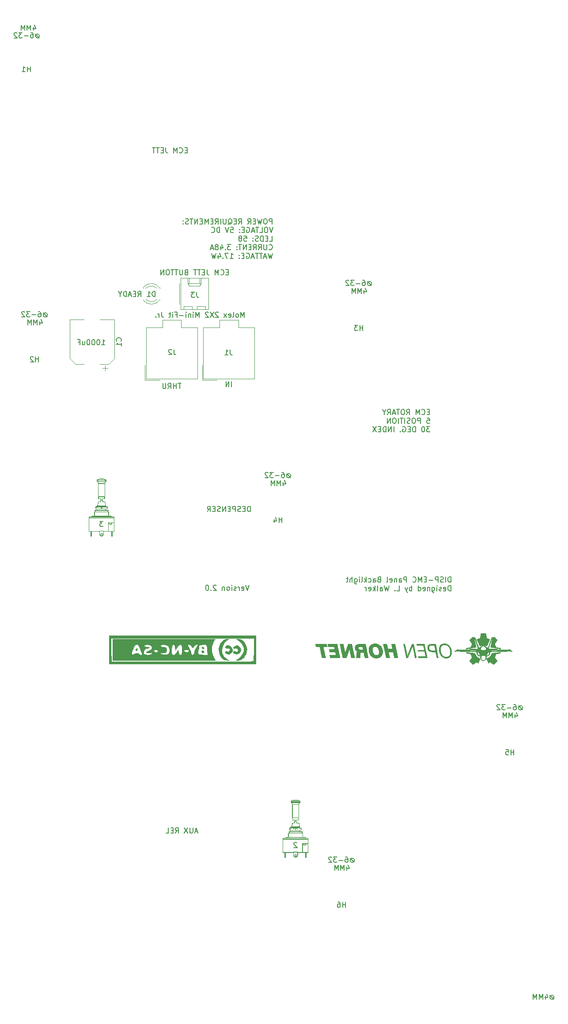
<source format=gbr>
%TF.GenerationSoftware,KiCad,Pcbnew,(5.1.6)-1*%
%TF.CreationDate,2021-07-24T00:53:30+10:00*%
%TF.ProjectId,DISP-EMC Panel PCB V1,44495350-2d45-44d4-9320-50616e656c20,rev?*%
%TF.SameCoordinates,Original*%
%TF.FileFunction,Legend,Bot*%
%TF.FilePolarity,Positive*%
%FSLAX46Y46*%
G04 Gerber Fmt 4.6, Leading zero omitted, Abs format (unit mm)*
G04 Created by KiCad (PCBNEW (5.1.6)-1) date 2021-07-24 00:53:30*
%MOMM*%
%LPD*%
G01*
G04 APERTURE LIST*
%ADD10C,0.150000*%
%ADD11C,0.010000*%
%ADD12C,0.100000*%
%ADD13C,0.120000*%
G04 APERTURE END LIST*
D10*
X80223904Y-33456571D02*
X79890571Y-33456571D01*
X79747714Y-33980380D02*
X80223904Y-33980380D01*
X80223904Y-32980380D01*
X79747714Y-32980380D01*
X78747714Y-33885142D02*
X78795333Y-33932761D01*
X78938190Y-33980380D01*
X79033428Y-33980380D01*
X79176285Y-33932761D01*
X79271523Y-33837523D01*
X79319142Y-33742285D01*
X79366761Y-33551809D01*
X79366761Y-33408952D01*
X79319142Y-33218476D01*
X79271523Y-33123238D01*
X79176285Y-33028000D01*
X79033428Y-32980380D01*
X78938190Y-32980380D01*
X78795333Y-33028000D01*
X78747714Y-33075619D01*
X78319142Y-33980380D02*
X78319142Y-32980380D01*
X77985809Y-33694666D01*
X77652476Y-32980380D01*
X77652476Y-33980380D01*
X76128666Y-32980380D02*
X76128666Y-33694666D01*
X76176285Y-33837523D01*
X76271523Y-33932761D01*
X76414380Y-33980380D01*
X76509619Y-33980380D01*
X75652476Y-33456571D02*
X75319142Y-33456571D01*
X75176285Y-33980380D02*
X75652476Y-33980380D01*
X75652476Y-32980380D01*
X75176285Y-32980380D01*
X74890571Y-32980380D02*
X74319142Y-32980380D01*
X74604857Y-33980380D02*
X74604857Y-32980380D01*
X74128666Y-32980380D02*
X73557238Y-32980380D01*
X73842952Y-33980380D02*
X73842952Y-32980380D01*
X82224190Y-163996666D02*
X81748000Y-163996666D01*
X82319428Y-164282380D02*
X81986095Y-163282380D01*
X81652761Y-164282380D01*
X81319428Y-163282380D02*
X81319428Y-164091904D01*
X81271809Y-164187142D01*
X81224190Y-164234761D01*
X81128952Y-164282380D01*
X80938476Y-164282380D01*
X80843238Y-164234761D01*
X80795619Y-164187142D01*
X80748000Y-164091904D01*
X80748000Y-163282380D01*
X80367047Y-163282380D02*
X79700380Y-164282380D01*
X79700380Y-163282380D02*
X80367047Y-164282380D01*
X77986095Y-164282380D02*
X78319428Y-163806190D01*
X78557523Y-164282380D02*
X78557523Y-163282380D01*
X78176571Y-163282380D01*
X78081333Y-163330000D01*
X78033714Y-163377619D01*
X77986095Y-163472857D01*
X77986095Y-163615714D01*
X78033714Y-163710952D01*
X78081333Y-163758571D01*
X78176571Y-163806190D01*
X78557523Y-163806190D01*
X77557523Y-163758571D02*
X77224190Y-163758571D01*
X77081333Y-164282380D02*
X77557523Y-164282380D01*
X77557523Y-163282380D01*
X77081333Y-163282380D01*
X76176571Y-164282380D02*
X76652761Y-164282380D01*
X76652761Y-163282380D01*
X126664404Y-83622571D02*
X126331071Y-83622571D01*
X126188214Y-84146380D02*
X126664404Y-84146380D01*
X126664404Y-83146380D01*
X126188214Y-83146380D01*
X125188214Y-84051142D02*
X125235833Y-84098761D01*
X125378690Y-84146380D01*
X125473928Y-84146380D01*
X125616785Y-84098761D01*
X125712023Y-84003523D01*
X125759642Y-83908285D01*
X125807261Y-83717809D01*
X125807261Y-83574952D01*
X125759642Y-83384476D01*
X125712023Y-83289238D01*
X125616785Y-83194000D01*
X125473928Y-83146380D01*
X125378690Y-83146380D01*
X125235833Y-83194000D01*
X125188214Y-83241619D01*
X124759642Y-84146380D02*
X124759642Y-83146380D01*
X124426309Y-83860666D01*
X124092976Y-83146380D01*
X124092976Y-84146380D01*
X122283452Y-84146380D02*
X122616785Y-83670190D01*
X122854880Y-84146380D02*
X122854880Y-83146380D01*
X122473928Y-83146380D01*
X122378690Y-83194000D01*
X122331071Y-83241619D01*
X122283452Y-83336857D01*
X122283452Y-83479714D01*
X122331071Y-83574952D01*
X122378690Y-83622571D01*
X122473928Y-83670190D01*
X122854880Y-83670190D01*
X121664404Y-83146380D02*
X121473928Y-83146380D01*
X121378690Y-83194000D01*
X121283452Y-83289238D01*
X121235833Y-83479714D01*
X121235833Y-83813047D01*
X121283452Y-84003523D01*
X121378690Y-84098761D01*
X121473928Y-84146380D01*
X121664404Y-84146380D01*
X121759642Y-84098761D01*
X121854880Y-84003523D01*
X121902500Y-83813047D01*
X121902500Y-83479714D01*
X121854880Y-83289238D01*
X121759642Y-83194000D01*
X121664404Y-83146380D01*
X120950119Y-83146380D02*
X120378690Y-83146380D01*
X120664404Y-84146380D02*
X120664404Y-83146380D01*
X120092976Y-83860666D02*
X119616785Y-83860666D01*
X120188214Y-84146380D02*
X119854880Y-83146380D01*
X119521547Y-84146380D01*
X118616785Y-84146380D02*
X118950119Y-83670190D01*
X119188214Y-84146380D02*
X119188214Y-83146380D01*
X118807261Y-83146380D01*
X118712023Y-83194000D01*
X118664404Y-83241619D01*
X118616785Y-83336857D01*
X118616785Y-83479714D01*
X118664404Y-83574952D01*
X118712023Y-83622571D01*
X118807261Y-83670190D01*
X119188214Y-83670190D01*
X117997738Y-83670190D02*
X117997738Y-84146380D01*
X118331071Y-83146380D02*
X117997738Y-83670190D01*
X117664404Y-83146380D01*
X126188214Y-84796380D02*
X126664404Y-84796380D01*
X126712023Y-85272571D01*
X126664404Y-85224952D01*
X126569166Y-85177333D01*
X126331071Y-85177333D01*
X126235833Y-85224952D01*
X126188214Y-85272571D01*
X126140595Y-85367809D01*
X126140595Y-85605904D01*
X126188214Y-85701142D01*
X126235833Y-85748761D01*
X126331071Y-85796380D01*
X126569166Y-85796380D01*
X126664404Y-85748761D01*
X126712023Y-85701142D01*
X124950119Y-85796380D02*
X124950119Y-84796380D01*
X124569166Y-84796380D01*
X124473928Y-84844000D01*
X124426309Y-84891619D01*
X124378690Y-84986857D01*
X124378690Y-85129714D01*
X124426309Y-85224952D01*
X124473928Y-85272571D01*
X124569166Y-85320190D01*
X124950119Y-85320190D01*
X123759642Y-84796380D02*
X123569166Y-84796380D01*
X123473928Y-84844000D01*
X123378690Y-84939238D01*
X123331071Y-85129714D01*
X123331071Y-85463047D01*
X123378690Y-85653523D01*
X123473928Y-85748761D01*
X123569166Y-85796380D01*
X123759642Y-85796380D01*
X123854880Y-85748761D01*
X123950119Y-85653523D01*
X123997738Y-85463047D01*
X123997738Y-85129714D01*
X123950119Y-84939238D01*
X123854880Y-84844000D01*
X123759642Y-84796380D01*
X122950119Y-85748761D02*
X122807261Y-85796380D01*
X122569166Y-85796380D01*
X122473928Y-85748761D01*
X122426309Y-85701142D01*
X122378690Y-85605904D01*
X122378690Y-85510666D01*
X122426309Y-85415428D01*
X122473928Y-85367809D01*
X122569166Y-85320190D01*
X122759642Y-85272571D01*
X122854880Y-85224952D01*
X122902500Y-85177333D01*
X122950119Y-85082095D01*
X122950119Y-84986857D01*
X122902500Y-84891619D01*
X122854880Y-84844000D01*
X122759642Y-84796380D01*
X122521547Y-84796380D01*
X122378690Y-84844000D01*
X121950119Y-85796380D02*
X121950119Y-84796380D01*
X121616785Y-84796380D02*
X121045357Y-84796380D01*
X121331071Y-85796380D02*
X121331071Y-84796380D01*
X120712023Y-85796380D02*
X120712023Y-84796380D01*
X120045357Y-84796380D02*
X119854880Y-84796380D01*
X119759642Y-84844000D01*
X119664404Y-84939238D01*
X119616785Y-85129714D01*
X119616785Y-85463047D01*
X119664404Y-85653523D01*
X119759642Y-85748761D01*
X119854880Y-85796380D01*
X120045357Y-85796380D01*
X120140595Y-85748761D01*
X120235833Y-85653523D01*
X120283452Y-85463047D01*
X120283452Y-85129714D01*
X120235833Y-84939238D01*
X120140595Y-84844000D01*
X120045357Y-84796380D01*
X119188214Y-85796380D02*
X119188214Y-84796380D01*
X118616785Y-85796380D01*
X118616785Y-84796380D01*
X126759642Y-86446380D02*
X126140595Y-86446380D01*
X126473928Y-86827333D01*
X126331071Y-86827333D01*
X126235833Y-86874952D01*
X126188214Y-86922571D01*
X126140595Y-87017809D01*
X126140595Y-87255904D01*
X126188214Y-87351142D01*
X126235833Y-87398761D01*
X126331071Y-87446380D01*
X126616785Y-87446380D01*
X126712023Y-87398761D01*
X126759642Y-87351142D01*
X125521547Y-86446380D02*
X125426309Y-86446380D01*
X125331071Y-86494000D01*
X125283452Y-86541619D01*
X125235833Y-86636857D01*
X125188214Y-86827333D01*
X125188214Y-87065428D01*
X125235833Y-87255904D01*
X125283452Y-87351142D01*
X125331071Y-87398761D01*
X125426309Y-87446380D01*
X125521547Y-87446380D01*
X125616785Y-87398761D01*
X125664404Y-87351142D01*
X125712023Y-87255904D01*
X125759642Y-87065428D01*
X125759642Y-86827333D01*
X125712023Y-86636857D01*
X125664404Y-86541619D01*
X125616785Y-86494000D01*
X125521547Y-86446380D01*
X123997738Y-87446380D02*
X123997738Y-86446380D01*
X123759642Y-86446380D01*
X123616785Y-86494000D01*
X123521547Y-86589238D01*
X123473928Y-86684476D01*
X123426309Y-86874952D01*
X123426309Y-87017809D01*
X123473928Y-87208285D01*
X123521547Y-87303523D01*
X123616785Y-87398761D01*
X123759642Y-87446380D01*
X123997738Y-87446380D01*
X122997738Y-86922571D02*
X122664404Y-86922571D01*
X122521547Y-87446380D02*
X122997738Y-87446380D01*
X122997738Y-86446380D01*
X122521547Y-86446380D01*
X121569166Y-86494000D02*
X121664404Y-86446380D01*
X121807261Y-86446380D01*
X121950119Y-86494000D01*
X122045357Y-86589238D01*
X122092976Y-86684476D01*
X122140595Y-86874952D01*
X122140595Y-87017809D01*
X122092976Y-87208285D01*
X122045357Y-87303523D01*
X121950119Y-87398761D01*
X121807261Y-87446380D01*
X121712023Y-87446380D01*
X121569166Y-87398761D01*
X121521547Y-87351142D01*
X121521547Y-87017809D01*
X121712023Y-87017809D01*
X121092976Y-87351142D02*
X121045357Y-87398761D01*
X121092976Y-87446380D01*
X121140595Y-87398761D01*
X121092976Y-87351142D01*
X121092976Y-87446380D01*
X119854880Y-87446380D02*
X119854880Y-86446380D01*
X119378690Y-87446380D02*
X119378690Y-86446380D01*
X118807261Y-87446380D01*
X118807261Y-86446380D01*
X118331071Y-87446380D02*
X118331071Y-86446380D01*
X118092976Y-86446380D01*
X117950119Y-86494000D01*
X117854880Y-86589238D01*
X117807261Y-86684476D01*
X117759642Y-86874952D01*
X117759642Y-87017809D01*
X117807261Y-87208285D01*
X117854880Y-87303523D01*
X117950119Y-87398761D01*
X118092976Y-87446380D01*
X118331071Y-87446380D01*
X117331071Y-86922571D02*
X116997738Y-86922571D01*
X116854880Y-87446380D02*
X117331071Y-87446380D01*
X117331071Y-86446380D01*
X116854880Y-86446380D01*
X116521547Y-86446380D02*
X115854880Y-87446380D01*
X115854880Y-86446380D02*
X116521547Y-87446380D01*
X88126190Y-56828571D02*
X87792857Y-56828571D01*
X87650000Y-57352380D02*
X88126190Y-57352380D01*
X88126190Y-56352380D01*
X87650000Y-56352380D01*
X86650000Y-57257142D02*
X86697619Y-57304761D01*
X86840476Y-57352380D01*
X86935714Y-57352380D01*
X87078571Y-57304761D01*
X87173809Y-57209523D01*
X87221428Y-57114285D01*
X87269047Y-56923809D01*
X87269047Y-56780952D01*
X87221428Y-56590476D01*
X87173809Y-56495238D01*
X87078571Y-56400000D01*
X86935714Y-56352380D01*
X86840476Y-56352380D01*
X86697619Y-56400000D01*
X86650000Y-56447619D01*
X86221428Y-57352380D02*
X86221428Y-56352380D01*
X85888095Y-57066666D01*
X85554761Y-56352380D01*
X85554761Y-57352380D01*
X84030952Y-56352380D02*
X84030952Y-57066666D01*
X84078571Y-57209523D01*
X84173809Y-57304761D01*
X84316666Y-57352380D01*
X84411904Y-57352380D01*
X83554761Y-56828571D02*
X83221428Y-56828571D01*
X83078571Y-57352380D02*
X83554761Y-57352380D01*
X83554761Y-56352380D01*
X83078571Y-56352380D01*
X82792857Y-56352380D02*
X82221428Y-56352380D01*
X82507142Y-57352380D02*
X82507142Y-56352380D01*
X82030952Y-56352380D02*
X81459523Y-56352380D01*
X81745238Y-57352380D02*
X81745238Y-56352380D01*
X80030952Y-56828571D02*
X79888095Y-56876190D01*
X79840476Y-56923809D01*
X79792857Y-57019047D01*
X79792857Y-57161904D01*
X79840476Y-57257142D01*
X79888095Y-57304761D01*
X79983333Y-57352380D01*
X80364285Y-57352380D01*
X80364285Y-56352380D01*
X80030952Y-56352380D01*
X79935714Y-56400000D01*
X79888095Y-56447619D01*
X79840476Y-56542857D01*
X79840476Y-56638095D01*
X79888095Y-56733333D01*
X79935714Y-56780952D01*
X80030952Y-56828571D01*
X80364285Y-56828571D01*
X79364285Y-56352380D02*
X79364285Y-57161904D01*
X79316666Y-57257142D01*
X79269047Y-57304761D01*
X79173809Y-57352380D01*
X78983333Y-57352380D01*
X78888095Y-57304761D01*
X78840476Y-57257142D01*
X78792857Y-57161904D01*
X78792857Y-56352380D01*
X78459523Y-56352380D02*
X77888095Y-56352380D01*
X78173809Y-57352380D02*
X78173809Y-56352380D01*
X77697619Y-56352380D02*
X77126190Y-56352380D01*
X77411904Y-57352380D02*
X77411904Y-56352380D01*
X76602380Y-56352380D02*
X76411904Y-56352380D01*
X76316666Y-56400000D01*
X76221428Y-56495238D01*
X76173809Y-56685714D01*
X76173809Y-57019047D01*
X76221428Y-57209523D01*
X76316666Y-57304761D01*
X76411904Y-57352380D01*
X76602380Y-57352380D01*
X76697619Y-57304761D01*
X76792857Y-57209523D01*
X76840476Y-57019047D01*
X76840476Y-56685714D01*
X76792857Y-56495238D01*
X76697619Y-56400000D01*
X76602380Y-56352380D01*
X75745238Y-57352380D02*
X75745238Y-56352380D01*
X75173809Y-57352380D01*
X75173809Y-56352380D01*
X92345238Y-102702380D02*
X92345238Y-101702380D01*
X92107142Y-101702380D01*
X91964285Y-101750000D01*
X91869047Y-101845238D01*
X91821428Y-101940476D01*
X91773809Y-102130952D01*
X91773809Y-102273809D01*
X91821428Y-102464285D01*
X91869047Y-102559523D01*
X91964285Y-102654761D01*
X92107142Y-102702380D01*
X92345238Y-102702380D01*
X91345238Y-102178571D02*
X91011904Y-102178571D01*
X90869047Y-102702380D02*
X91345238Y-102702380D01*
X91345238Y-101702380D01*
X90869047Y-101702380D01*
X90488095Y-102654761D02*
X90345238Y-102702380D01*
X90107142Y-102702380D01*
X90011904Y-102654761D01*
X89964285Y-102607142D01*
X89916666Y-102511904D01*
X89916666Y-102416666D01*
X89964285Y-102321428D01*
X90011904Y-102273809D01*
X90107142Y-102226190D01*
X90297619Y-102178571D01*
X90392857Y-102130952D01*
X90440476Y-102083333D01*
X90488095Y-101988095D01*
X90488095Y-101892857D01*
X90440476Y-101797619D01*
X90392857Y-101750000D01*
X90297619Y-101702380D01*
X90059523Y-101702380D01*
X89916666Y-101750000D01*
X89488095Y-102702380D02*
X89488095Y-101702380D01*
X89107142Y-101702380D01*
X89011904Y-101750000D01*
X88964285Y-101797619D01*
X88916666Y-101892857D01*
X88916666Y-102035714D01*
X88964285Y-102130952D01*
X89011904Y-102178571D01*
X89107142Y-102226190D01*
X89488095Y-102226190D01*
X88488095Y-102178571D02*
X88154761Y-102178571D01*
X88011904Y-102702380D02*
X88488095Y-102702380D01*
X88488095Y-101702380D01*
X88011904Y-101702380D01*
X87583333Y-102702380D02*
X87583333Y-101702380D01*
X87011904Y-102702380D01*
X87011904Y-101702380D01*
X86583333Y-102654761D02*
X86440476Y-102702380D01*
X86202380Y-102702380D01*
X86107142Y-102654761D01*
X86059523Y-102607142D01*
X86011904Y-102511904D01*
X86011904Y-102416666D01*
X86059523Y-102321428D01*
X86107142Y-102273809D01*
X86202380Y-102226190D01*
X86392857Y-102178571D01*
X86488095Y-102130952D01*
X86535714Y-102083333D01*
X86583333Y-101988095D01*
X86583333Y-101892857D01*
X86535714Y-101797619D01*
X86488095Y-101750000D01*
X86392857Y-101702380D01*
X86154761Y-101702380D01*
X86011904Y-101750000D01*
X85583333Y-102178571D02*
X85250000Y-102178571D01*
X85107142Y-102702380D02*
X85583333Y-102702380D01*
X85583333Y-101702380D01*
X85107142Y-101702380D01*
X84107142Y-102702380D02*
X84440476Y-102226190D01*
X84678571Y-102702380D02*
X84678571Y-101702380D01*
X84297619Y-101702380D01*
X84202380Y-101750000D01*
X84154761Y-101797619D01*
X84107142Y-101892857D01*
X84107142Y-102035714D01*
X84154761Y-102130952D01*
X84202380Y-102178571D01*
X84297619Y-102226190D01*
X84678571Y-102226190D01*
X92074476Y-116800380D02*
X91741142Y-117800380D01*
X91407809Y-116800380D01*
X90693523Y-117752761D02*
X90788761Y-117800380D01*
X90979238Y-117800380D01*
X91074476Y-117752761D01*
X91122095Y-117657523D01*
X91122095Y-117276571D01*
X91074476Y-117181333D01*
X90979238Y-117133714D01*
X90788761Y-117133714D01*
X90693523Y-117181333D01*
X90645904Y-117276571D01*
X90645904Y-117371809D01*
X91122095Y-117467047D01*
X90217333Y-117800380D02*
X90217333Y-117133714D01*
X90217333Y-117324190D02*
X90169714Y-117228952D01*
X90122095Y-117181333D01*
X90026857Y-117133714D01*
X89931619Y-117133714D01*
X89645904Y-117752761D02*
X89550666Y-117800380D01*
X89360190Y-117800380D01*
X89264952Y-117752761D01*
X89217333Y-117657523D01*
X89217333Y-117609904D01*
X89264952Y-117514666D01*
X89360190Y-117467047D01*
X89503047Y-117467047D01*
X89598285Y-117419428D01*
X89645904Y-117324190D01*
X89645904Y-117276571D01*
X89598285Y-117181333D01*
X89503047Y-117133714D01*
X89360190Y-117133714D01*
X89264952Y-117181333D01*
X88788761Y-117800380D02*
X88788761Y-117133714D01*
X88788761Y-116800380D02*
X88836380Y-116848000D01*
X88788761Y-116895619D01*
X88741142Y-116848000D01*
X88788761Y-116800380D01*
X88788761Y-116895619D01*
X88169714Y-117800380D02*
X88264952Y-117752761D01*
X88312571Y-117705142D01*
X88360190Y-117609904D01*
X88360190Y-117324190D01*
X88312571Y-117228952D01*
X88264952Y-117181333D01*
X88169714Y-117133714D01*
X88026857Y-117133714D01*
X87931619Y-117181333D01*
X87884000Y-117228952D01*
X87836380Y-117324190D01*
X87836380Y-117609904D01*
X87884000Y-117705142D01*
X87931619Y-117752761D01*
X88026857Y-117800380D01*
X88169714Y-117800380D01*
X87407809Y-117133714D02*
X87407809Y-117800380D01*
X87407809Y-117228952D02*
X87360190Y-117181333D01*
X87264952Y-117133714D01*
X87122095Y-117133714D01*
X87026857Y-117181333D01*
X86979238Y-117276571D01*
X86979238Y-117800380D01*
X85788761Y-116895619D02*
X85741142Y-116848000D01*
X85645904Y-116800380D01*
X85407809Y-116800380D01*
X85312571Y-116848000D01*
X85264952Y-116895619D01*
X85217333Y-116990857D01*
X85217333Y-117086095D01*
X85264952Y-117228952D01*
X85836380Y-117800380D01*
X85217333Y-117800380D01*
X84788761Y-117705142D02*
X84741142Y-117752761D01*
X84788761Y-117800380D01*
X84836380Y-117752761D01*
X84788761Y-117705142D01*
X84788761Y-117800380D01*
X84122095Y-116800380D02*
X84026857Y-116800380D01*
X83931619Y-116848000D01*
X83884000Y-116895619D01*
X83836380Y-116990857D01*
X83788761Y-117181333D01*
X83788761Y-117419428D01*
X83836380Y-117609904D01*
X83884000Y-117705142D01*
X83931619Y-117752761D01*
X84026857Y-117800380D01*
X84122095Y-117800380D01*
X84217333Y-117752761D01*
X84264952Y-117705142D01*
X84312571Y-117609904D01*
X84360190Y-117419428D01*
X84360190Y-117181333D01*
X84312571Y-116990857D01*
X84264952Y-116895619D01*
X84217333Y-116848000D01*
X84122095Y-116800380D01*
X150278885Y-195372076D02*
X150088409Y-195372076D01*
X149897933Y-195467314D01*
X149802695Y-195657790D01*
X149802695Y-195848266D01*
X149897933Y-196038742D01*
X150088409Y-196133980D01*
X150278885Y-196133980D01*
X150469361Y-196038742D01*
X150564600Y-195848266D01*
X150564600Y-195657790D01*
X150469361Y-195467314D01*
X150278885Y-195372076D01*
X149802695Y-195372076D02*
X150564600Y-196133980D01*
X148897933Y-195467314D02*
X148897933Y-196133980D01*
X149136028Y-195086361D02*
X149374123Y-195800647D01*
X148755076Y-195800647D01*
X148374123Y-196133980D02*
X148374123Y-195133980D01*
X148040790Y-195848266D01*
X147707457Y-195133980D01*
X147707457Y-196133980D01*
X147231266Y-196133980D02*
X147231266Y-195133980D01*
X146897933Y-195848266D01*
X146564600Y-195133980D01*
X146564600Y-196133980D01*
X91152380Y-65502380D02*
X91152380Y-64502380D01*
X90819047Y-65216666D01*
X90485714Y-64502380D01*
X90485714Y-65502380D01*
X89866666Y-65502380D02*
X89961904Y-65454761D01*
X90009523Y-65407142D01*
X90057142Y-65311904D01*
X90057142Y-65026190D01*
X90009523Y-64930952D01*
X89961904Y-64883333D01*
X89866666Y-64835714D01*
X89723809Y-64835714D01*
X89628571Y-64883333D01*
X89580952Y-64930952D01*
X89533333Y-65026190D01*
X89533333Y-65311904D01*
X89580952Y-65407142D01*
X89628571Y-65454761D01*
X89723809Y-65502380D01*
X89866666Y-65502380D01*
X88961904Y-65502380D02*
X89057142Y-65454761D01*
X89104761Y-65359523D01*
X89104761Y-64502380D01*
X88200000Y-65454761D02*
X88295238Y-65502380D01*
X88485714Y-65502380D01*
X88580952Y-65454761D01*
X88628571Y-65359523D01*
X88628571Y-64978571D01*
X88580952Y-64883333D01*
X88485714Y-64835714D01*
X88295238Y-64835714D01*
X88200000Y-64883333D01*
X88152380Y-64978571D01*
X88152380Y-65073809D01*
X88628571Y-65169047D01*
X87819047Y-65502380D02*
X87295238Y-64835714D01*
X87819047Y-64835714D02*
X87295238Y-65502380D01*
X86200000Y-64597619D02*
X86152380Y-64550000D01*
X86057142Y-64502380D01*
X85819047Y-64502380D01*
X85723809Y-64550000D01*
X85676190Y-64597619D01*
X85628571Y-64692857D01*
X85628571Y-64788095D01*
X85676190Y-64930952D01*
X86247619Y-65502380D01*
X85628571Y-65502380D01*
X85295238Y-64502380D02*
X84628571Y-65502380D01*
X84628571Y-64502380D02*
X85295238Y-65502380D01*
X84295238Y-64597619D02*
X84247619Y-64550000D01*
X84152380Y-64502380D01*
X83914285Y-64502380D01*
X83819047Y-64550000D01*
X83771428Y-64597619D01*
X83723809Y-64692857D01*
X83723809Y-64788095D01*
X83771428Y-64930952D01*
X84342857Y-65502380D01*
X83723809Y-65502380D01*
X82533333Y-65502380D02*
X82533333Y-64502380D01*
X82200000Y-65216666D01*
X81866666Y-64502380D01*
X81866666Y-65502380D01*
X81390476Y-65502380D02*
X81390476Y-64835714D01*
X81390476Y-64502380D02*
X81438095Y-64550000D01*
X81390476Y-64597619D01*
X81342857Y-64550000D01*
X81390476Y-64502380D01*
X81390476Y-64597619D01*
X80914285Y-64835714D02*
X80914285Y-65502380D01*
X80914285Y-64930952D02*
X80866666Y-64883333D01*
X80771428Y-64835714D01*
X80628571Y-64835714D01*
X80533333Y-64883333D01*
X80485714Y-64978571D01*
X80485714Y-65502380D01*
X80009523Y-65502380D02*
X80009523Y-64835714D01*
X80009523Y-64502380D02*
X80057142Y-64550000D01*
X80009523Y-64597619D01*
X79961904Y-64550000D01*
X80009523Y-64502380D01*
X80009523Y-64597619D01*
X79533333Y-65121428D02*
X78771428Y-65121428D01*
X77961904Y-64978571D02*
X78295238Y-64978571D01*
X78295238Y-65502380D02*
X78295238Y-64502380D01*
X77819047Y-64502380D01*
X77438095Y-65502380D02*
X77438095Y-64835714D01*
X77438095Y-64502380D02*
X77485714Y-64550000D01*
X77438095Y-64597619D01*
X77390476Y-64550000D01*
X77438095Y-64502380D01*
X77438095Y-64597619D01*
X77104761Y-64835714D02*
X76723809Y-64835714D01*
X76961904Y-64502380D02*
X76961904Y-65359523D01*
X76914285Y-65454761D01*
X76819047Y-65502380D01*
X76723809Y-65502380D01*
X75342857Y-64502380D02*
X75342857Y-65216666D01*
X75390476Y-65359523D01*
X75485714Y-65454761D01*
X75628571Y-65502380D01*
X75723809Y-65502380D01*
X74866666Y-65502380D02*
X74866666Y-64835714D01*
X74866666Y-65026190D02*
X74819047Y-64930952D01*
X74771428Y-64883333D01*
X74676190Y-64835714D01*
X74580952Y-64835714D01*
X74247619Y-65407142D02*
X74200000Y-65454761D01*
X74247619Y-65502380D01*
X74295238Y-65454761D01*
X74247619Y-65407142D01*
X74247619Y-65502380D01*
X63862809Y-70757980D02*
X64434238Y-70757980D01*
X64148523Y-70757980D02*
X64148523Y-69757980D01*
X64243761Y-69900838D01*
X64339000Y-69996076D01*
X64434238Y-70043695D01*
X63243761Y-69757980D02*
X63148523Y-69757980D01*
X63053285Y-69805600D01*
X63005666Y-69853219D01*
X62958047Y-69948457D01*
X62910428Y-70138933D01*
X62910428Y-70377028D01*
X62958047Y-70567504D01*
X63005666Y-70662742D01*
X63053285Y-70710361D01*
X63148523Y-70757980D01*
X63243761Y-70757980D01*
X63339000Y-70710361D01*
X63386619Y-70662742D01*
X63434238Y-70567504D01*
X63481857Y-70377028D01*
X63481857Y-70138933D01*
X63434238Y-69948457D01*
X63386619Y-69853219D01*
X63339000Y-69805600D01*
X63243761Y-69757980D01*
X62291380Y-69757980D02*
X62196142Y-69757980D01*
X62100904Y-69805600D01*
X62053285Y-69853219D01*
X62005666Y-69948457D01*
X61958047Y-70138933D01*
X61958047Y-70377028D01*
X62005666Y-70567504D01*
X62053285Y-70662742D01*
X62100904Y-70710361D01*
X62196142Y-70757980D01*
X62291380Y-70757980D01*
X62386619Y-70710361D01*
X62434238Y-70662742D01*
X62481857Y-70567504D01*
X62529476Y-70377028D01*
X62529476Y-70138933D01*
X62481857Y-69948457D01*
X62434238Y-69853219D01*
X62386619Y-69805600D01*
X62291380Y-69757980D01*
X61339000Y-69757980D02*
X61243761Y-69757980D01*
X61148523Y-69805600D01*
X61100904Y-69853219D01*
X61053285Y-69948457D01*
X61005666Y-70138933D01*
X61005666Y-70377028D01*
X61053285Y-70567504D01*
X61100904Y-70662742D01*
X61148523Y-70710361D01*
X61243761Y-70757980D01*
X61339000Y-70757980D01*
X61434238Y-70710361D01*
X61481857Y-70662742D01*
X61529476Y-70567504D01*
X61577095Y-70377028D01*
X61577095Y-70138933D01*
X61529476Y-69948457D01*
X61481857Y-69853219D01*
X61434238Y-69805600D01*
X61339000Y-69757980D01*
X60148523Y-70091314D02*
X60148523Y-70757980D01*
X60577095Y-70091314D02*
X60577095Y-70615123D01*
X60529476Y-70710361D01*
X60434238Y-70757980D01*
X60291380Y-70757980D01*
X60196142Y-70710361D01*
X60148523Y-70662742D01*
X59339000Y-70234171D02*
X59672333Y-70234171D01*
X59672333Y-70757980D02*
X59672333Y-69757980D01*
X59196142Y-69757980D01*
X70800000Y-61502380D02*
X71133333Y-61026190D01*
X71371428Y-61502380D02*
X71371428Y-60502380D01*
X70990476Y-60502380D01*
X70895238Y-60550000D01*
X70847619Y-60597619D01*
X70800000Y-60692857D01*
X70800000Y-60835714D01*
X70847619Y-60930952D01*
X70895238Y-60978571D01*
X70990476Y-61026190D01*
X71371428Y-61026190D01*
X70371428Y-60978571D02*
X70038095Y-60978571D01*
X69895238Y-61502380D02*
X70371428Y-61502380D01*
X70371428Y-60502380D01*
X69895238Y-60502380D01*
X69514285Y-61216666D02*
X69038095Y-61216666D01*
X69609523Y-61502380D02*
X69276190Y-60502380D01*
X68942857Y-61502380D01*
X68609523Y-61502380D02*
X68609523Y-60502380D01*
X68371428Y-60502380D01*
X68228571Y-60550000D01*
X68133333Y-60645238D01*
X68085714Y-60740476D01*
X68038095Y-60930952D01*
X68038095Y-61073809D01*
X68085714Y-61264285D01*
X68133333Y-61359523D01*
X68228571Y-61454761D01*
X68371428Y-61502380D01*
X68609523Y-61502380D01*
X67419047Y-61026190D02*
X67419047Y-61502380D01*
X67752380Y-60502380D02*
X67419047Y-61026190D01*
X67085714Y-60502380D01*
X79083333Y-78152380D02*
X78511904Y-78152380D01*
X78797619Y-79152380D02*
X78797619Y-78152380D01*
X78178571Y-79152380D02*
X78178571Y-78152380D01*
X78178571Y-78628571D02*
X77607142Y-78628571D01*
X77607142Y-79152380D02*
X77607142Y-78152380D01*
X76559523Y-79152380D02*
X76892857Y-78676190D01*
X77130952Y-79152380D02*
X77130952Y-78152380D01*
X76750000Y-78152380D01*
X76654761Y-78200000D01*
X76607142Y-78247619D01*
X76559523Y-78342857D01*
X76559523Y-78485714D01*
X76607142Y-78580952D01*
X76654761Y-78628571D01*
X76750000Y-78676190D01*
X77130952Y-78676190D01*
X76130952Y-78152380D02*
X76130952Y-78961904D01*
X76083333Y-79057142D01*
X76035714Y-79104761D01*
X75940476Y-79152380D01*
X75750000Y-79152380D01*
X75654761Y-79104761D01*
X75607142Y-79057142D01*
X75559523Y-78961904D01*
X75559523Y-78152380D01*
X88723809Y-78752380D02*
X88723809Y-77752380D01*
X88247619Y-78752380D02*
X88247619Y-77752380D01*
X87676190Y-78752380D01*
X87676190Y-77752380D01*
X96514404Y-47602380D02*
X96514404Y-46602380D01*
X96133452Y-46602380D01*
X96038214Y-46650000D01*
X95990595Y-46697619D01*
X95942976Y-46792857D01*
X95942976Y-46935714D01*
X95990595Y-47030952D01*
X96038214Y-47078571D01*
X96133452Y-47126190D01*
X96514404Y-47126190D01*
X95323928Y-46602380D02*
X95133452Y-46602380D01*
X95038214Y-46650000D01*
X94942976Y-46745238D01*
X94895357Y-46935714D01*
X94895357Y-47269047D01*
X94942976Y-47459523D01*
X95038214Y-47554761D01*
X95133452Y-47602380D01*
X95323928Y-47602380D01*
X95419166Y-47554761D01*
X95514404Y-47459523D01*
X95562023Y-47269047D01*
X95562023Y-46935714D01*
X95514404Y-46745238D01*
X95419166Y-46650000D01*
X95323928Y-46602380D01*
X94562023Y-46602380D02*
X94323928Y-47602380D01*
X94133452Y-46888095D01*
X93942976Y-47602380D01*
X93704880Y-46602380D01*
X93323928Y-47078571D02*
X92990595Y-47078571D01*
X92847738Y-47602380D02*
X93323928Y-47602380D01*
X93323928Y-46602380D01*
X92847738Y-46602380D01*
X91847738Y-47602380D02*
X92181071Y-47126190D01*
X92419166Y-47602380D02*
X92419166Y-46602380D01*
X92038214Y-46602380D01*
X91942976Y-46650000D01*
X91895357Y-46697619D01*
X91847738Y-46792857D01*
X91847738Y-46935714D01*
X91895357Y-47030952D01*
X91942976Y-47078571D01*
X92038214Y-47126190D01*
X92419166Y-47126190D01*
X90085833Y-47602380D02*
X90419166Y-47126190D01*
X90657261Y-47602380D02*
X90657261Y-46602380D01*
X90276309Y-46602380D01*
X90181071Y-46650000D01*
X90133452Y-46697619D01*
X90085833Y-46792857D01*
X90085833Y-46935714D01*
X90133452Y-47030952D01*
X90181071Y-47078571D01*
X90276309Y-47126190D01*
X90657261Y-47126190D01*
X89657261Y-47078571D02*
X89323928Y-47078571D01*
X89181071Y-47602380D02*
X89657261Y-47602380D01*
X89657261Y-46602380D01*
X89181071Y-46602380D01*
X88085833Y-47697619D02*
X88181071Y-47650000D01*
X88276309Y-47554761D01*
X88419166Y-47411904D01*
X88514404Y-47364285D01*
X88609642Y-47364285D01*
X88562023Y-47602380D02*
X88657261Y-47554761D01*
X88752500Y-47459523D01*
X88800119Y-47269047D01*
X88800119Y-46935714D01*
X88752500Y-46745238D01*
X88657261Y-46650000D01*
X88562023Y-46602380D01*
X88371547Y-46602380D01*
X88276309Y-46650000D01*
X88181071Y-46745238D01*
X88133452Y-46935714D01*
X88133452Y-47269047D01*
X88181071Y-47459523D01*
X88276309Y-47554761D01*
X88371547Y-47602380D01*
X88562023Y-47602380D01*
X87704880Y-46602380D02*
X87704880Y-47411904D01*
X87657261Y-47507142D01*
X87609642Y-47554761D01*
X87514404Y-47602380D01*
X87323928Y-47602380D01*
X87228690Y-47554761D01*
X87181071Y-47507142D01*
X87133452Y-47411904D01*
X87133452Y-46602380D01*
X86657261Y-47602380D02*
X86657261Y-46602380D01*
X85609642Y-47602380D02*
X85942976Y-47126190D01*
X86181071Y-47602380D02*
X86181071Y-46602380D01*
X85800119Y-46602380D01*
X85704880Y-46650000D01*
X85657261Y-46697619D01*
X85609642Y-46792857D01*
X85609642Y-46935714D01*
X85657261Y-47030952D01*
X85704880Y-47078571D01*
X85800119Y-47126190D01*
X86181071Y-47126190D01*
X85181071Y-47078571D02*
X84847738Y-47078571D01*
X84704880Y-47602380D02*
X85181071Y-47602380D01*
X85181071Y-46602380D01*
X84704880Y-46602380D01*
X84276309Y-47602380D02*
X84276309Y-46602380D01*
X83942976Y-47316666D01*
X83609642Y-46602380D01*
X83609642Y-47602380D01*
X83133452Y-47078571D02*
X82800119Y-47078571D01*
X82657261Y-47602380D02*
X83133452Y-47602380D01*
X83133452Y-46602380D01*
X82657261Y-46602380D01*
X82228690Y-47602380D02*
X82228690Y-46602380D01*
X81657261Y-47602380D01*
X81657261Y-46602380D01*
X81323928Y-46602380D02*
X80752500Y-46602380D01*
X81038214Y-47602380D02*
X81038214Y-46602380D01*
X80466785Y-47554761D02*
X80323928Y-47602380D01*
X80085833Y-47602380D01*
X79990595Y-47554761D01*
X79942976Y-47507142D01*
X79895357Y-47411904D01*
X79895357Y-47316666D01*
X79942976Y-47221428D01*
X79990595Y-47173809D01*
X80085833Y-47126190D01*
X80276309Y-47078571D01*
X80371547Y-47030952D01*
X80419166Y-46983333D01*
X80466785Y-46888095D01*
X80466785Y-46792857D01*
X80419166Y-46697619D01*
X80371547Y-46650000D01*
X80276309Y-46602380D01*
X80038214Y-46602380D01*
X79895357Y-46650000D01*
X79466785Y-47507142D02*
X79419166Y-47554761D01*
X79466785Y-47602380D01*
X79514404Y-47554761D01*
X79466785Y-47507142D01*
X79466785Y-47602380D01*
X79466785Y-46983333D02*
X79419166Y-47030952D01*
X79466785Y-47078571D01*
X79514404Y-47030952D01*
X79466785Y-46983333D01*
X79466785Y-47078571D01*
X96657261Y-48252380D02*
X96323928Y-49252380D01*
X95990595Y-48252380D01*
X95466785Y-48252380D02*
X95276309Y-48252380D01*
X95181071Y-48300000D01*
X95085833Y-48395238D01*
X95038214Y-48585714D01*
X95038214Y-48919047D01*
X95085833Y-49109523D01*
X95181071Y-49204761D01*
X95276309Y-49252380D01*
X95466785Y-49252380D01*
X95562023Y-49204761D01*
X95657261Y-49109523D01*
X95704880Y-48919047D01*
X95704880Y-48585714D01*
X95657261Y-48395238D01*
X95562023Y-48300000D01*
X95466785Y-48252380D01*
X94133452Y-49252380D02*
X94609642Y-49252380D01*
X94609642Y-48252380D01*
X93942976Y-48252380D02*
X93371547Y-48252380D01*
X93657261Y-49252380D02*
X93657261Y-48252380D01*
X93085833Y-48966666D02*
X92609642Y-48966666D01*
X93181071Y-49252380D02*
X92847738Y-48252380D01*
X92514404Y-49252380D01*
X91657261Y-48300000D02*
X91752500Y-48252380D01*
X91895357Y-48252380D01*
X92038214Y-48300000D01*
X92133452Y-48395238D01*
X92181071Y-48490476D01*
X92228690Y-48680952D01*
X92228690Y-48823809D01*
X92181071Y-49014285D01*
X92133452Y-49109523D01*
X92038214Y-49204761D01*
X91895357Y-49252380D01*
X91800119Y-49252380D01*
X91657261Y-49204761D01*
X91609642Y-49157142D01*
X91609642Y-48823809D01*
X91800119Y-48823809D01*
X91181071Y-48728571D02*
X90847738Y-48728571D01*
X90704880Y-49252380D02*
X91181071Y-49252380D01*
X91181071Y-48252380D01*
X90704880Y-48252380D01*
X90276309Y-49157142D02*
X90228690Y-49204761D01*
X90276309Y-49252380D01*
X90323928Y-49204761D01*
X90276309Y-49157142D01*
X90276309Y-49252380D01*
X90276309Y-48633333D02*
X90228690Y-48680952D01*
X90276309Y-48728571D01*
X90323928Y-48680952D01*
X90276309Y-48633333D01*
X90276309Y-48728571D01*
X88562023Y-48252380D02*
X89038214Y-48252380D01*
X89085833Y-48728571D01*
X89038214Y-48680952D01*
X88942976Y-48633333D01*
X88704880Y-48633333D01*
X88609642Y-48680952D01*
X88562023Y-48728571D01*
X88514404Y-48823809D01*
X88514404Y-49061904D01*
X88562023Y-49157142D01*
X88609642Y-49204761D01*
X88704880Y-49252380D01*
X88942976Y-49252380D01*
X89038214Y-49204761D01*
X89085833Y-49157142D01*
X88228690Y-48252380D02*
X87895357Y-49252380D01*
X87562023Y-48252380D01*
X86466785Y-49252380D02*
X86466785Y-48252380D01*
X86228690Y-48252380D01*
X86085833Y-48300000D01*
X85990595Y-48395238D01*
X85942976Y-48490476D01*
X85895357Y-48680952D01*
X85895357Y-48823809D01*
X85942976Y-49014285D01*
X85990595Y-49109523D01*
X86085833Y-49204761D01*
X86228690Y-49252380D01*
X86466785Y-49252380D01*
X84895357Y-49157142D02*
X84942976Y-49204761D01*
X85085833Y-49252380D01*
X85181071Y-49252380D01*
X85323928Y-49204761D01*
X85419166Y-49109523D01*
X85466785Y-49014285D01*
X85514404Y-48823809D01*
X85514404Y-48680952D01*
X85466785Y-48490476D01*
X85419166Y-48395238D01*
X85323928Y-48300000D01*
X85181071Y-48252380D01*
X85085833Y-48252380D01*
X84942976Y-48300000D01*
X84895357Y-48347619D01*
X96038214Y-50902380D02*
X96514404Y-50902380D01*
X96514404Y-49902380D01*
X95704880Y-50378571D02*
X95371547Y-50378571D01*
X95228690Y-50902380D02*
X95704880Y-50902380D01*
X95704880Y-49902380D01*
X95228690Y-49902380D01*
X94800119Y-50902380D02*
X94800119Y-49902380D01*
X94562023Y-49902380D01*
X94419166Y-49950000D01*
X94323928Y-50045238D01*
X94276309Y-50140476D01*
X94228690Y-50330952D01*
X94228690Y-50473809D01*
X94276309Y-50664285D01*
X94323928Y-50759523D01*
X94419166Y-50854761D01*
X94562023Y-50902380D01*
X94800119Y-50902380D01*
X93847738Y-50854761D02*
X93704880Y-50902380D01*
X93466785Y-50902380D01*
X93371547Y-50854761D01*
X93323928Y-50807142D01*
X93276309Y-50711904D01*
X93276309Y-50616666D01*
X93323928Y-50521428D01*
X93371547Y-50473809D01*
X93466785Y-50426190D01*
X93657261Y-50378571D01*
X93752500Y-50330952D01*
X93800119Y-50283333D01*
X93847738Y-50188095D01*
X93847738Y-50092857D01*
X93800119Y-49997619D01*
X93752500Y-49950000D01*
X93657261Y-49902380D01*
X93419166Y-49902380D01*
X93276309Y-49950000D01*
X92847738Y-50807142D02*
X92800119Y-50854761D01*
X92847738Y-50902380D01*
X92895357Y-50854761D01*
X92847738Y-50807142D01*
X92847738Y-50902380D01*
X92847738Y-50283333D02*
X92800119Y-50330952D01*
X92847738Y-50378571D01*
X92895357Y-50330952D01*
X92847738Y-50283333D01*
X92847738Y-50378571D01*
X91133452Y-49902380D02*
X91609642Y-49902380D01*
X91657261Y-50378571D01*
X91609642Y-50330952D01*
X91514404Y-50283333D01*
X91276309Y-50283333D01*
X91181071Y-50330952D01*
X91133452Y-50378571D01*
X91085833Y-50473809D01*
X91085833Y-50711904D01*
X91133452Y-50807142D01*
X91181071Y-50854761D01*
X91276309Y-50902380D01*
X91514404Y-50902380D01*
X91609642Y-50854761D01*
X91657261Y-50807142D01*
X90514404Y-50330952D02*
X90609642Y-50283333D01*
X90657261Y-50235714D01*
X90704880Y-50140476D01*
X90704880Y-50092857D01*
X90657261Y-49997619D01*
X90609642Y-49950000D01*
X90514404Y-49902380D01*
X90323928Y-49902380D01*
X90228690Y-49950000D01*
X90181071Y-49997619D01*
X90133452Y-50092857D01*
X90133452Y-50140476D01*
X90181071Y-50235714D01*
X90228690Y-50283333D01*
X90323928Y-50330952D01*
X90514404Y-50330952D01*
X90609642Y-50378571D01*
X90657261Y-50426190D01*
X90704880Y-50521428D01*
X90704880Y-50711904D01*
X90657261Y-50807142D01*
X90609642Y-50854761D01*
X90514404Y-50902380D01*
X90323928Y-50902380D01*
X90228690Y-50854761D01*
X90181071Y-50807142D01*
X90133452Y-50711904D01*
X90133452Y-50521428D01*
X90181071Y-50426190D01*
X90228690Y-50378571D01*
X90323928Y-50330952D01*
X95942976Y-52457142D02*
X95990595Y-52504761D01*
X96133452Y-52552380D01*
X96228690Y-52552380D01*
X96371547Y-52504761D01*
X96466785Y-52409523D01*
X96514404Y-52314285D01*
X96562023Y-52123809D01*
X96562023Y-51980952D01*
X96514404Y-51790476D01*
X96466785Y-51695238D01*
X96371547Y-51600000D01*
X96228690Y-51552380D01*
X96133452Y-51552380D01*
X95990595Y-51600000D01*
X95942976Y-51647619D01*
X95514404Y-51552380D02*
X95514404Y-52361904D01*
X95466785Y-52457142D01*
X95419166Y-52504761D01*
X95323928Y-52552380D01*
X95133452Y-52552380D01*
X95038214Y-52504761D01*
X94990595Y-52457142D01*
X94942976Y-52361904D01*
X94942976Y-51552380D01*
X93895357Y-52552380D02*
X94228690Y-52076190D01*
X94466785Y-52552380D02*
X94466785Y-51552380D01*
X94085833Y-51552380D01*
X93990595Y-51600000D01*
X93942976Y-51647619D01*
X93895357Y-51742857D01*
X93895357Y-51885714D01*
X93942976Y-51980952D01*
X93990595Y-52028571D01*
X94085833Y-52076190D01*
X94466785Y-52076190D01*
X92895357Y-52552380D02*
X93228690Y-52076190D01*
X93466785Y-52552380D02*
X93466785Y-51552380D01*
X93085833Y-51552380D01*
X92990595Y-51600000D01*
X92942976Y-51647619D01*
X92895357Y-51742857D01*
X92895357Y-51885714D01*
X92942976Y-51980952D01*
X92990595Y-52028571D01*
X93085833Y-52076190D01*
X93466785Y-52076190D01*
X92466785Y-52028571D02*
X92133452Y-52028571D01*
X91990595Y-52552380D02*
X92466785Y-52552380D01*
X92466785Y-51552380D01*
X91990595Y-51552380D01*
X91562023Y-52552380D02*
X91562023Y-51552380D01*
X90990595Y-52552380D01*
X90990595Y-51552380D01*
X90657261Y-51552380D02*
X90085833Y-51552380D01*
X90371547Y-52552380D02*
X90371547Y-51552380D01*
X89752500Y-52457142D02*
X89704880Y-52504761D01*
X89752500Y-52552380D01*
X89800119Y-52504761D01*
X89752500Y-52457142D01*
X89752500Y-52552380D01*
X89752500Y-51933333D02*
X89704880Y-51980952D01*
X89752500Y-52028571D01*
X89800119Y-51980952D01*
X89752500Y-51933333D01*
X89752500Y-52028571D01*
X88609642Y-51552380D02*
X87990595Y-51552380D01*
X88323928Y-51933333D01*
X88181071Y-51933333D01*
X88085833Y-51980952D01*
X88038214Y-52028571D01*
X87990595Y-52123809D01*
X87990595Y-52361904D01*
X88038214Y-52457142D01*
X88085833Y-52504761D01*
X88181071Y-52552380D01*
X88466785Y-52552380D01*
X88562023Y-52504761D01*
X88609642Y-52457142D01*
X87562023Y-52457142D02*
X87514404Y-52504761D01*
X87562023Y-52552380D01*
X87609642Y-52504761D01*
X87562023Y-52457142D01*
X87562023Y-52552380D01*
X86657261Y-51885714D02*
X86657261Y-52552380D01*
X86895357Y-51504761D02*
X87133452Y-52219047D01*
X86514404Y-52219047D01*
X85990595Y-51980952D02*
X86085833Y-51933333D01*
X86133452Y-51885714D01*
X86181071Y-51790476D01*
X86181071Y-51742857D01*
X86133452Y-51647619D01*
X86085833Y-51600000D01*
X85990595Y-51552380D01*
X85800119Y-51552380D01*
X85704880Y-51600000D01*
X85657261Y-51647619D01*
X85609642Y-51742857D01*
X85609642Y-51790476D01*
X85657261Y-51885714D01*
X85704880Y-51933333D01*
X85800119Y-51980952D01*
X85990595Y-51980952D01*
X86085833Y-52028571D01*
X86133452Y-52076190D01*
X86181071Y-52171428D01*
X86181071Y-52361904D01*
X86133452Y-52457142D01*
X86085833Y-52504761D01*
X85990595Y-52552380D01*
X85800119Y-52552380D01*
X85704880Y-52504761D01*
X85657261Y-52457142D01*
X85609642Y-52361904D01*
X85609642Y-52171428D01*
X85657261Y-52076190D01*
X85704880Y-52028571D01*
X85800119Y-51980952D01*
X85228690Y-52266666D02*
X84752500Y-52266666D01*
X85323928Y-52552380D02*
X84990595Y-51552380D01*
X84657261Y-52552380D01*
X96609642Y-53202380D02*
X96371547Y-54202380D01*
X96181071Y-53488095D01*
X95990595Y-54202380D01*
X95752500Y-53202380D01*
X95419166Y-53916666D02*
X94942976Y-53916666D01*
X95514404Y-54202380D02*
X95181071Y-53202380D01*
X94847738Y-54202380D01*
X94657261Y-53202380D02*
X94085833Y-53202380D01*
X94371547Y-54202380D02*
X94371547Y-53202380D01*
X93895357Y-53202380D02*
X93323928Y-53202380D01*
X93609642Y-54202380D02*
X93609642Y-53202380D01*
X93038214Y-53916666D02*
X92562023Y-53916666D01*
X93133452Y-54202380D02*
X92800119Y-53202380D01*
X92466785Y-54202380D01*
X91609642Y-53250000D02*
X91704880Y-53202380D01*
X91847738Y-53202380D01*
X91990595Y-53250000D01*
X92085833Y-53345238D01*
X92133452Y-53440476D01*
X92181071Y-53630952D01*
X92181071Y-53773809D01*
X92133452Y-53964285D01*
X92085833Y-54059523D01*
X91990595Y-54154761D01*
X91847738Y-54202380D01*
X91752500Y-54202380D01*
X91609642Y-54154761D01*
X91562023Y-54107142D01*
X91562023Y-53773809D01*
X91752500Y-53773809D01*
X91133452Y-53678571D02*
X90800119Y-53678571D01*
X90657261Y-54202380D02*
X91133452Y-54202380D01*
X91133452Y-53202380D01*
X90657261Y-53202380D01*
X90228690Y-54107142D02*
X90181071Y-54154761D01*
X90228690Y-54202380D01*
X90276309Y-54154761D01*
X90228690Y-54107142D01*
X90228690Y-54202380D01*
X90228690Y-53583333D02*
X90181071Y-53630952D01*
X90228690Y-53678571D01*
X90276309Y-53630952D01*
X90228690Y-53583333D01*
X90228690Y-53678571D01*
X88466785Y-54202380D02*
X89038214Y-54202380D01*
X88752500Y-54202380D02*
X88752500Y-53202380D01*
X88847738Y-53345238D01*
X88942976Y-53440476D01*
X89038214Y-53488095D01*
X88133452Y-53202380D02*
X87466785Y-53202380D01*
X87895357Y-54202380D01*
X87085833Y-54107142D02*
X87038214Y-54154761D01*
X87085833Y-54202380D01*
X87133452Y-54154761D01*
X87085833Y-54107142D01*
X87085833Y-54202380D01*
X86181071Y-53535714D02*
X86181071Y-54202380D01*
X86419166Y-53154761D02*
X86657261Y-53869047D01*
X86038214Y-53869047D01*
X85752500Y-53202380D02*
X85514404Y-54202380D01*
X85323928Y-53488095D01*
X85133452Y-54202380D01*
X84895357Y-53202380D01*
X130764404Y-116227380D02*
X130764404Y-115227380D01*
X130526309Y-115227380D01*
X130383452Y-115275000D01*
X130288214Y-115370238D01*
X130240595Y-115465476D01*
X130192976Y-115655952D01*
X130192976Y-115798809D01*
X130240595Y-115989285D01*
X130288214Y-116084523D01*
X130383452Y-116179761D01*
X130526309Y-116227380D01*
X130764404Y-116227380D01*
X129764404Y-116227380D02*
X129764404Y-115227380D01*
X129335833Y-116179761D02*
X129192976Y-116227380D01*
X128954880Y-116227380D01*
X128859642Y-116179761D01*
X128812023Y-116132142D01*
X128764404Y-116036904D01*
X128764404Y-115941666D01*
X128812023Y-115846428D01*
X128859642Y-115798809D01*
X128954880Y-115751190D01*
X129145357Y-115703571D01*
X129240595Y-115655952D01*
X129288214Y-115608333D01*
X129335833Y-115513095D01*
X129335833Y-115417857D01*
X129288214Y-115322619D01*
X129240595Y-115275000D01*
X129145357Y-115227380D01*
X128907261Y-115227380D01*
X128764404Y-115275000D01*
X128335833Y-116227380D02*
X128335833Y-115227380D01*
X127954880Y-115227380D01*
X127859642Y-115275000D01*
X127812023Y-115322619D01*
X127764404Y-115417857D01*
X127764404Y-115560714D01*
X127812023Y-115655952D01*
X127859642Y-115703571D01*
X127954880Y-115751190D01*
X128335833Y-115751190D01*
X127335833Y-115846428D02*
X126573928Y-115846428D01*
X126097738Y-115703571D02*
X125764404Y-115703571D01*
X125621547Y-116227380D02*
X126097738Y-116227380D01*
X126097738Y-115227380D01*
X125621547Y-115227380D01*
X125192976Y-116227380D02*
X125192976Y-115227380D01*
X124859642Y-115941666D01*
X124526309Y-115227380D01*
X124526309Y-116227380D01*
X123478690Y-116132142D02*
X123526309Y-116179761D01*
X123669166Y-116227380D01*
X123764404Y-116227380D01*
X123907261Y-116179761D01*
X124002500Y-116084523D01*
X124050119Y-115989285D01*
X124097738Y-115798809D01*
X124097738Y-115655952D01*
X124050119Y-115465476D01*
X124002500Y-115370238D01*
X123907261Y-115275000D01*
X123764404Y-115227380D01*
X123669166Y-115227380D01*
X123526309Y-115275000D01*
X123478690Y-115322619D01*
X122288214Y-116227380D02*
X122288214Y-115227380D01*
X121907261Y-115227380D01*
X121812023Y-115275000D01*
X121764404Y-115322619D01*
X121716785Y-115417857D01*
X121716785Y-115560714D01*
X121764404Y-115655952D01*
X121812023Y-115703571D01*
X121907261Y-115751190D01*
X122288214Y-115751190D01*
X120859642Y-116227380D02*
X120859642Y-115703571D01*
X120907261Y-115608333D01*
X121002500Y-115560714D01*
X121192976Y-115560714D01*
X121288214Y-115608333D01*
X120859642Y-116179761D02*
X120954880Y-116227380D01*
X121192976Y-116227380D01*
X121288214Y-116179761D01*
X121335833Y-116084523D01*
X121335833Y-115989285D01*
X121288214Y-115894047D01*
X121192976Y-115846428D01*
X120954880Y-115846428D01*
X120859642Y-115798809D01*
X120383452Y-115560714D02*
X120383452Y-116227380D01*
X120383452Y-115655952D02*
X120335833Y-115608333D01*
X120240595Y-115560714D01*
X120097738Y-115560714D01*
X120002500Y-115608333D01*
X119954880Y-115703571D01*
X119954880Y-116227380D01*
X119097738Y-116179761D02*
X119192976Y-116227380D01*
X119383452Y-116227380D01*
X119478690Y-116179761D01*
X119526309Y-116084523D01*
X119526309Y-115703571D01*
X119478690Y-115608333D01*
X119383452Y-115560714D01*
X119192976Y-115560714D01*
X119097738Y-115608333D01*
X119050119Y-115703571D01*
X119050119Y-115798809D01*
X119526309Y-115894047D01*
X118478690Y-116227380D02*
X118573928Y-116179761D01*
X118621547Y-116084523D01*
X118621547Y-115227380D01*
X117002500Y-115703571D02*
X116859642Y-115751190D01*
X116812023Y-115798809D01*
X116764404Y-115894047D01*
X116764404Y-116036904D01*
X116812023Y-116132142D01*
X116859642Y-116179761D01*
X116954880Y-116227380D01*
X117335833Y-116227380D01*
X117335833Y-115227380D01*
X117002500Y-115227380D01*
X116907261Y-115275000D01*
X116859642Y-115322619D01*
X116812023Y-115417857D01*
X116812023Y-115513095D01*
X116859642Y-115608333D01*
X116907261Y-115655952D01*
X117002500Y-115703571D01*
X117335833Y-115703571D01*
X115907261Y-116227380D02*
X115907261Y-115703571D01*
X115954880Y-115608333D01*
X116050119Y-115560714D01*
X116240595Y-115560714D01*
X116335833Y-115608333D01*
X115907261Y-116179761D02*
X116002500Y-116227380D01*
X116240595Y-116227380D01*
X116335833Y-116179761D01*
X116383452Y-116084523D01*
X116383452Y-115989285D01*
X116335833Y-115894047D01*
X116240595Y-115846428D01*
X116002500Y-115846428D01*
X115907261Y-115798809D01*
X115002500Y-116179761D02*
X115097738Y-116227380D01*
X115288214Y-116227380D01*
X115383452Y-116179761D01*
X115431071Y-116132142D01*
X115478690Y-116036904D01*
X115478690Y-115751190D01*
X115431071Y-115655952D01*
X115383452Y-115608333D01*
X115288214Y-115560714D01*
X115097738Y-115560714D01*
X115002500Y-115608333D01*
X114573928Y-116227380D02*
X114573928Y-115227380D01*
X114478690Y-115846428D02*
X114192976Y-116227380D01*
X114192976Y-115560714D02*
X114573928Y-115941666D01*
X113621547Y-116227380D02*
X113716785Y-116179761D01*
X113764404Y-116084523D01*
X113764404Y-115227380D01*
X113240595Y-116227380D02*
X113240595Y-115560714D01*
X113240595Y-115227380D02*
X113288214Y-115275000D01*
X113240595Y-115322619D01*
X113192976Y-115275000D01*
X113240595Y-115227380D01*
X113240595Y-115322619D01*
X112335833Y-115560714D02*
X112335833Y-116370238D01*
X112383452Y-116465476D01*
X112431071Y-116513095D01*
X112526309Y-116560714D01*
X112669166Y-116560714D01*
X112764404Y-116513095D01*
X112335833Y-116179761D02*
X112431071Y-116227380D01*
X112621547Y-116227380D01*
X112716785Y-116179761D01*
X112764404Y-116132142D01*
X112812023Y-116036904D01*
X112812023Y-115751190D01*
X112764404Y-115655952D01*
X112716785Y-115608333D01*
X112621547Y-115560714D01*
X112431071Y-115560714D01*
X112335833Y-115608333D01*
X111859642Y-116227380D02*
X111859642Y-115227380D01*
X111431071Y-116227380D02*
X111431071Y-115703571D01*
X111478690Y-115608333D01*
X111573928Y-115560714D01*
X111716785Y-115560714D01*
X111812023Y-115608333D01*
X111859642Y-115655952D01*
X111097738Y-115560714D02*
X110716785Y-115560714D01*
X110954880Y-115227380D02*
X110954880Y-116084523D01*
X110907261Y-116179761D01*
X110812023Y-116227380D01*
X110716785Y-116227380D01*
X130764404Y-117877380D02*
X130764404Y-116877380D01*
X130526309Y-116877380D01*
X130383452Y-116925000D01*
X130288214Y-117020238D01*
X130240595Y-117115476D01*
X130192976Y-117305952D01*
X130192976Y-117448809D01*
X130240595Y-117639285D01*
X130288214Y-117734523D01*
X130383452Y-117829761D01*
X130526309Y-117877380D01*
X130764404Y-117877380D01*
X129383452Y-117829761D02*
X129478690Y-117877380D01*
X129669166Y-117877380D01*
X129764404Y-117829761D01*
X129812023Y-117734523D01*
X129812023Y-117353571D01*
X129764404Y-117258333D01*
X129669166Y-117210714D01*
X129478690Y-117210714D01*
X129383452Y-117258333D01*
X129335833Y-117353571D01*
X129335833Y-117448809D01*
X129812023Y-117544047D01*
X128954880Y-117829761D02*
X128859642Y-117877380D01*
X128669166Y-117877380D01*
X128573928Y-117829761D01*
X128526309Y-117734523D01*
X128526309Y-117686904D01*
X128573928Y-117591666D01*
X128669166Y-117544047D01*
X128812023Y-117544047D01*
X128907261Y-117496428D01*
X128954880Y-117401190D01*
X128954880Y-117353571D01*
X128907261Y-117258333D01*
X128812023Y-117210714D01*
X128669166Y-117210714D01*
X128573928Y-117258333D01*
X128097738Y-117877380D02*
X128097738Y-117210714D01*
X128097738Y-116877380D02*
X128145357Y-116925000D01*
X128097738Y-116972619D01*
X128050119Y-116925000D01*
X128097738Y-116877380D01*
X128097738Y-116972619D01*
X127192976Y-117210714D02*
X127192976Y-118020238D01*
X127240595Y-118115476D01*
X127288214Y-118163095D01*
X127383452Y-118210714D01*
X127526309Y-118210714D01*
X127621547Y-118163095D01*
X127192976Y-117829761D02*
X127288214Y-117877380D01*
X127478690Y-117877380D01*
X127573928Y-117829761D01*
X127621547Y-117782142D01*
X127669166Y-117686904D01*
X127669166Y-117401190D01*
X127621547Y-117305952D01*
X127573928Y-117258333D01*
X127478690Y-117210714D01*
X127288214Y-117210714D01*
X127192976Y-117258333D01*
X126716785Y-117210714D02*
X126716785Y-117877380D01*
X126716785Y-117305952D02*
X126669166Y-117258333D01*
X126573928Y-117210714D01*
X126431071Y-117210714D01*
X126335833Y-117258333D01*
X126288214Y-117353571D01*
X126288214Y-117877380D01*
X125431071Y-117829761D02*
X125526309Y-117877380D01*
X125716785Y-117877380D01*
X125812023Y-117829761D01*
X125859642Y-117734523D01*
X125859642Y-117353571D01*
X125812023Y-117258333D01*
X125716785Y-117210714D01*
X125526309Y-117210714D01*
X125431071Y-117258333D01*
X125383452Y-117353571D01*
X125383452Y-117448809D01*
X125859642Y-117544047D01*
X124526309Y-117877380D02*
X124526309Y-116877380D01*
X124526309Y-117829761D02*
X124621547Y-117877380D01*
X124812023Y-117877380D01*
X124907261Y-117829761D01*
X124954880Y-117782142D01*
X125002500Y-117686904D01*
X125002500Y-117401190D01*
X124954880Y-117305952D01*
X124907261Y-117258333D01*
X124812023Y-117210714D01*
X124621547Y-117210714D01*
X124526309Y-117258333D01*
X123288214Y-117877380D02*
X123288214Y-116877380D01*
X123288214Y-117258333D02*
X123192976Y-117210714D01*
X123002500Y-117210714D01*
X122907261Y-117258333D01*
X122859642Y-117305952D01*
X122812023Y-117401190D01*
X122812023Y-117686904D01*
X122859642Y-117782142D01*
X122907261Y-117829761D01*
X123002500Y-117877380D01*
X123192976Y-117877380D01*
X123288214Y-117829761D01*
X122478690Y-117210714D02*
X122240595Y-117877380D01*
X122002500Y-117210714D02*
X122240595Y-117877380D01*
X122335833Y-118115476D01*
X122383452Y-118163095D01*
X122478690Y-118210714D01*
X120383452Y-117877380D02*
X120859642Y-117877380D01*
X120859642Y-116877380D01*
X120050119Y-117782142D02*
X120002500Y-117829761D01*
X120050119Y-117877380D01*
X120097738Y-117829761D01*
X120050119Y-117782142D01*
X120050119Y-117877380D01*
X118907261Y-116877380D02*
X118669166Y-117877380D01*
X118478690Y-117163095D01*
X118288214Y-117877380D01*
X118050119Y-116877380D01*
X117240595Y-117877380D02*
X117240595Y-117353571D01*
X117288214Y-117258333D01*
X117383452Y-117210714D01*
X117573928Y-117210714D01*
X117669166Y-117258333D01*
X117240595Y-117829761D02*
X117335833Y-117877380D01*
X117573928Y-117877380D01*
X117669166Y-117829761D01*
X117716785Y-117734523D01*
X117716785Y-117639285D01*
X117669166Y-117544047D01*
X117573928Y-117496428D01*
X117335833Y-117496428D01*
X117240595Y-117448809D01*
X116621547Y-117877380D02*
X116716785Y-117829761D01*
X116764404Y-117734523D01*
X116764404Y-116877380D01*
X116240595Y-117877380D02*
X116240595Y-116877380D01*
X116145357Y-117496428D02*
X115859642Y-117877380D01*
X115859642Y-117210714D02*
X116240595Y-117591666D01*
X115050119Y-117829761D02*
X115145357Y-117877380D01*
X115335833Y-117877380D01*
X115431071Y-117829761D01*
X115478690Y-117734523D01*
X115478690Y-117353571D01*
X115431071Y-117258333D01*
X115335833Y-117210714D01*
X115145357Y-117210714D01*
X115050119Y-117258333D01*
X115002500Y-117353571D01*
X115002500Y-117448809D01*
X115478690Y-117544047D01*
X114573928Y-117877380D02*
X114573928Y-117210714D01*
X114573928Y-117401190D02*
X114526309Y-117305952D01*
X114478690Y-117258333D01*
X114383452Y-117210714D01*
X114288214Y-117210714D01*
D11*
%TO.C,G\u002A\u002A\u002A*%
G36*
X140268870Y-129648169D02*
G01*
X140256057Y-129649538D01*
X140235826Y-129651753D01*
X140208674Y-129654755D01*
X140175097Y-129658489D01*
X140135594Y-129662899D01*
X140090660Y-129667929D01*
X140040793Y-129673522D01*
X139986491Y-129679622D01*
X139928249Y-129686173D01*
X139866566Y-129693118D01*
X139801938Y-129700402D01*
X139734862Y-129707968D01*
X139665835Y-129715760D01*
X139595355Y-129723721D01*
X139523919Y-129731796D01*
X139452022Y-129739928D01*
X139380164Y-129748061D01*
X139308840Y-129756139D01*
X139238548Y-129764105D01*
X139169784Y-129771904D01*
X139103047Y-129779478D01*
X139038832Y-129786773D01*
X138977637Y-129793731D01*
X138919959Y-129800296D01*
X138866295Y-129806413D01*
X138817142Y-129812024D01*
X138772998Y-129817074D01*
X138734358Y-129821506D01*
X138701721Y-129825265D01*
X138675584Y-129828293D01*
X138656442Y-129830536D01*
X138644794Y-129831935D01*
X138641738Y-129832329D01*
X138630177Y-129834787D01*
X138624389Y-129839150D01*
X138621800Y-129846758D01*
X138619553Y-129853171D01*
X138614162Y-129866398D01*
X138606020Y-129885563D01*
X138595522Y-129909790D01*
X138583062Y-129938200D01*
X138569034Y-129969917D01*
X138553832Y-130004065D01*
X138537850Y-130039766D01*
X138521483Y-130076144D01*
X138505125Y-130112321D01*
X138489171Y-130147422D01*
X138474013Y-130180568D01*
X138460047Y-130210883D01*
X138447667Y-130237490D01*
X138437267Y-130259513D01*
X138429241Y-130276074D01*
X138425307Y-130283832D01*
X138404436Y-130319167D01*
X138377821Y-130357331D01*
X138346899Y-130396670D01*
X138313110Y-130435530D01*
X138277893Y-130472259D01*
X138242685Y-130505202D01*
X138208926Y-130532708D01*
X138208433Y-130533074D01*
X138200815Y-130538146D01*
X138186594Y-130547033D01*
X138166493Y-130559308D01*
X138141238Y-130574545D01*
X138111554Y-130592319D01*
X138078165Y-130612204D01*
X138041797Y-130633775D01*
X138003174Y-130656605D01*
X137963021Y-130680269D01*
X137922063Y-130704341D01*
X137881024Y-130728396D01*
X137840630Y-130752008D01*
X137801606Y-130774750D01*
X137764675Y-130796198D01*
X137730564Y-130815925D01*
X137699996Y-130833506D01*
X137673698Y-130848515D01*
X137652392Y-130860526D01*
X137636806Y-130869114D01*
X137631527Y-130871917D01*
X137612659Y-130881716D01*
X137772948Y-131269066D01*
X137801406Y-131337694D01*
X137827520Y-131400369D01*
X137851201Y-131456889D01*
X137872362Y-131507048D01*
X137890916Y-131550642D01*
X137906774Y-131587467D01*
X137919850Y-131617320D01*
X137930055Y-131639995D01*
X137937302Y-131655289D01*
X137941505Y-131662997D01*
X137942187Y-131663825D01*
X137953067Y-131669542D01*
X137961996Y-131671233D01*
X137968024Y-131669286D01*
X137980640Y-131663729D01*
X137998988Y-131654987D01*
X138022213Y-131643486D01*
X138049458Y-131629652D01*
X138079869Y-131613910D01*
X138112591Y-131596687D01*
X138123657Y-131590800D01*
X138162894Y-131569925D01*
X138195452Y-131552782D01*
X138222090Y-131539061D01*
X138243568Y-131528448D01*
X138260646Y-131520633D01*
X138274084Y-131515306D01*
X138284640Y-131512154D01*
X138293076Y-131510866D01*
X138300150Y-131511131D01*
X138306622Y-131512639D01*
X138310816Y-131514118D01*
X138315660Y-131517014D01*
X138326977Y-131524371D01*
X138344265Y-131535851D01*
X138367024Y-131551113D01*
X138394752Y-131569819D01*
X138426949Y-131591628D01*
X138463113Y-131616201D01*
X138502744Y-131643199D01*
X138545340Y-131672282D01*
X138590400Y-131703110D01*
X138637423Y-131735345D01*
X138648166Y-131742718D01*
X138704322Y-131781263D01*
X138753932Y-131815285D01*
X138797434Y-131845050D01*
X138835264Y-131870821D01*
X138867859Y-131892866D01*
X138895657Y-131911448D01*
X138919094Y-131926833D01*
X138938607Y-131939286D01*
X138954634Y-131949073D01*
X138967610Y-131956458D01*
X138977974Y-131961708D01*
X138986163Y-131965086D01*
X138992612Y-131966859D01*
X138997760Y-131967291D01*
X139002043Y-131966648D01*
X139005898Y-131965195D01*
X139009763Y-131963197D01*
X139010650Y-131962715D01*
X139015189Y-131958898D01*
X139025183Y-131949564D01*
X139040132Y-131935212D01*
X139059538Y-131916340D01*
X139082904Y-131893447D01*
X139109730Y-131867031D01*
X139139519Y-131837590D01*
X139171772Y-131805622D01*
X139205990Y-131771627D01*
X139241675Y-131736101D01*
X139278330Y-131699544D01*
X139315455Y-131662453D01*
X139352553Y-131625328D01*
X139389124Y-131588665D01*
X139424671Y-131552965D01*
X139458695Y-131518724D01*
X139490699Y-131486442D01*
X139520182Y-131456616D01*
X139546648Y-131429745D01*
X139569598Y-131406327D01*
X139588534Y-131386860D01*
X139602956Y-131371844D01*
X139612368Y-131361775D01*
X139616270Y-131357153D01*
X139616289Y-131357118D01*
X139620465Y-131347869D01*
X139622274Y-131338954D01*
X139621285Y-131329203D01*
X139617061Y-131317445D01*
X139609169Y-131302509D01*
X139597174Y-131283225D01*
X139580643Y-131258422D01*
X139578520Y-131255293D01*
X139568883Y-131241148D01*
X139554945Y-131220745D01*
X139537199Y-131194807D01*
X139516140Y-131164055D01*
X139492261Y-131129208D01*
X139466056Y-131090987D01*
X139438021Y-131050115D01*
X139408648Y-131007311D01*
X139378433Y-130963296D01*
X139351479Y-130924050D01*
X139322098Y-130881209D01*
X139294024Y-130840144D01*
X139267642Y-130801427D01*
X139243336Y-130765626D01*
X139221490Y-130733312D01*
X139202489Y-130705056D01*
X139186717Y-130681427D01*
X139174559Y-130662995D01*
X139166399Y-130650331D01*
X139162621Y-130644005D01*
X139162493Y-130643727D01*
X139158391Y-130630636D01*
X139156700Y-130618447D01*
X139158264Y-130612339D01*
X139162764Y-130599125D01*
X139169909Y-130579530D01*
X139179410Y-130554275D01*
X139190977Y-130524084D01*
X139204319Y-130489679D01*
X139219146Y-130451783D01*
X139235170Y-130411120D01*
X139252099Y-130368412D01*
X139269644Y-130324382D01*
X139287515Y-130279753D01*
X139305421Y-130235249D01*
X139323074Y-130191591D01*
X139340182Y-130149503D01*
X139356456Y-130109709D01*
X139371607Y-130072930D01*
X139385343Y-130039890D01*
X139397376Y-130011311D01*
X139407414Y-129987917D01*
X139415169Y-129970431D01*
X139420350Y-129959575D01*
X139422261Y-129956343D01*
X139431022Y-129947095D01*
X139438857Y-129940643D01*
X139439812Y-129940078D01*
X139444897Y-129938785D01*
X139457728Y-129936069D01*
X139477725Y-129932042D01*
X139504306Y-129926814D01*
X139536893Y-129920497D01*
X139574903Y-129913203D01*
X139617757Y-129905042D01*
X139664875Y-129896126D01*
X139715675Y-129886565D01*
X139769578Y-129876472D01*
X139826003Y-129865957D01*
X139848931Y-129861698D01*
X139922205Y-129848062D01*
X139987435Y-129835841D01*
X140044914Y-129824976D01*
X140094934Y-129815408D01*
X140137789Y-129807079D01*
X140173772Y-129799931D01*
X140203175Y-129793905D01*
X140226293Y-129788942D01*
X140243418Y-129784985D01*
X140254843Y-129781975D01*
X140260862Y-129779854D01*
X140261600Y-129779424D01*
X140269900Y-129772321D01*
X140275733Y-129763963D01*
X140279513Y-129752782D01*
X140281654Y-129737212D01*
X140282570Y-129715686D01*
X140282704Y-129699558D01*
X140282663Y-129677880D01*
X140282317Y-129663274D01*
X140281426Y-129654347D01*
X140279751Y-129649706D01*
X140277050Y-129647955D01*
X140273767Y-129647699D01*
X140268870Y-129648169D01*
G37*
X140268870Y-129648169D02*
X140256057Y-129649538D01*
X140235826Y-129651753D01*
X140208674Y-129654755D01*
X140175097Y-129658489D01*
X140135594Y-129662899D01*
X140090660Y-129667929D01*
X140040793Y-129673522D01*
X139986491Y-129679622D01*
X139928249Y-129686173D01*
X139866566Y-129693118D01*
X139801938Y-129700402D01*
X139734862Y-129707968D01*
X139665835Y-129715760D01*
X139595355Y-129723721D01*
X139523919Y-129731796D01*
X139452022Y-129739928D01*
X139380164Y-129748061D01*
X139308840Y-129756139D01*
X139238548Y-129764105D01*
X139169784Y-129771904D01*
X139103047Y-129779478D01*
X139038832Y-129786773D01*
X138977637Y-129793731D01*
X138919959Y-129800296D01*
X138866295Y-129806413D01*
X138817142Y-129812024D01*
X138772998Y-129817074D01*
X138734358Y-129821506D01*
X138701721Y-129825265D01*
X138675584Y-129828293D01*
X138656442Y-129830536D01*
X138644794Y-129831935D01*
X138641738Y-129832329D01*
X138630177Y-129834787D01*
X138624389Y-129839150D01*
X138621800Y-129846758D01*
X138619553Y-129853171D01*
X138614162Y-129866398D01*
X138606020Y-129885563D01*
X138595522Y-129909790D01*
X138583062Y-129938200D01*
X138569034Y-129969917D01*
X138553832Y-130004065D01*
X138537850Y-130039766D01*
X138521483Y-130076144D01*
X138505125Y-130112321D01*
X138489171Y-130147422D01*
X138474013Y-130180568D01*
X138460047Y-130210883D01*
X138447667Y-130237490D01*
X138437267Y-130259513D01*
X138429241Y-130276074D01*
X138425307Y-130283832D01*
X138404436Y-130319167D01*
X138377821Y-130357331D01*
X138346899Y-130396670D01*
X138313110Y-130435530D01*
X138277893Y-130472259D01*
X138242685Y-130505202D01*
X138208926Y-130532708D01*
X138208433Y-130533074D01*
X138200815Y-130538146D01*
X138186594Y-130547033D01*
X138166493Y-130559308D01*
X138141238Y-130574545D01*
X138111554Y-130592319D01*
X138078165Y-130612204D01*
X138041797Y-130633775D01*
X138003174Y-130656605D01*
X137963021Y-130680269D01*
X137922063Y-130704341D01*
X137881024Y-130728396D01*
X137840630Y-130752008D01*
X137801606Y-130774750D01*
X137764675Y-130796198D01*
X137730564Y-130815925D01*
X137699996Y-130833506D01*
X137673698Y-130848515D01*
X137652392Y-130860526D01*
X137636806Y-130869114D01*
X137631527Y-130871917D01*
X137612659Y-130881716D01*
X137772948Y-131269066D01*
X137801406Y-131337694D01*
X137827520Y-131400369D01*
X137851201Y-131456889D01*
X137872362Y-131507048D01*
X137890916Y-131550642D01*
X137906774Y-131587467D01*
X137919850Y-131617320D01*
X137930055Y-131639995D01*
X137937302Y-131655289D01*
X137941505Y-131662997D01*
X137942187Y-131663825D01*
X137953067Y-131669542D01*
X137961996Y-131671233D01*
X137968024Y-131669286D01*
X137980640Y-131663729D01*
X137998988Y-131654987D01*
X138022213Y-131643486D01*
X138049458Y-131629652D01*
X138079869Y-131613910D01*
X138112591Y-131596687D01*
X138123657Y-131590800D01*
X138162894Y-131569925D01*
X138195452Y-131552782D01*
X138222090Y-131539061D01*
X138243568Y-131528448D01*
X138260646Y-131520633D01*
X138274084Y-131515306D01*
X138284640Y-131512154D01*
X138293076Y-131510866D01*
X138300150Y-131511131D01*
X138306622Y-131512639D01*
X138310816Y-131514118D01*
X138315660Y-131517014D01*
X138326977Y-131524371D01*
X138344265Y-131535851D01*
X138367024Y-131551113D01*
X138394752Y-131569819D01*
X138426949Y-131591628D01*
X138463113Y-131616201D01*
X138502744Y-131643199D01*
X138545340Y-131672282D01*
X138590400Y-131703110D01*
X138637423Y-131735345D01*
X138648166Y-131742718D01*
X138704322Y-131781263D01*
X138753932Y-131815285D01*
X138797434Y-131845050D01*
X138835264Y-131870821D01*
X138867859Y-131892866D01*
X138895657Y-131911448D01*
X138919094Y-131926833D01*
X138938607Y-131939286D01*
X138954634Y-131949073D01*
X138967610Y-131956458D01*
X138977974Y-131961708D01*
X138986163Y-131965086D01*
X138992612Y-131966859D01*
X138997760Y-131967291D01*
X139002043Y-131966648D01*
X139005898Y-131965195D01*
X139009763Y-131963197D01*
X139010650Y-131962715D01*
X139015189Y-131958898D01*
X139025183Y-131949564D01*
X139040132Y-131935212D01*
X139059538Y-131916340D01*
X139082904Y-131893447D01*
X139109730Y-131867031D01*
X139139519Y-131837590D01*
X139171772Y-131805622D01*
X139205990Y-131771627D01*
X139241675Y-131736101D01*
X139278330Y-131699544D01*
X139315455Y-131662453D01*
X139352553Y-131625328D01*
X139389124Y-131588665D01*
X139424671Y-131552965D01*
X139458695Y-131518724D01*
X139490699Y-131486442D01*
X139520182Y-131456616D01*
X139546648Y-131429745D01*
X139569598Y-131406327D01*
X139588534Y-131386860D01*
X139602956Y-131371844D01*
X139612368Y-131361775D01*
X139616270Y-131357153D01*
X139616289Y-131357118D01*
X139620465Y-131347869D01*
X139622274Y-131338954D01*
X139621285Y-131329203D01*
X139617061Y-131317445D01*
X139609169Y-131302509D01*
X139597174Y-131283225D01*
X139580643Y-131258422D01*
X139578520Y-131255293D01*
X139568883Y-131241148D01*
X139554945Y-131220745D01*
X139537199Y-131194807D01*
X139516140Y-131164055D01*
X139492261Y-131129208D01*
X139466056Y-131090987D01*
X139438021Y-131050115D01*
X139408648Y-131007311D01*
X139378433Y-130963296D01*
X139351479Y-130924050D01*
X139322098Y-130881209D01*
X139294024Y-130840144D01*
X139267642Y-130801427D01*
X139243336Y-130765626D01*
X139221490Y-130733312D01*
X139202489Y-130705056D01*
X139186717Y-130681427D01*
X139174559Y-130662995D01*
X139166399Y-130650331D01*
X139162621Y-130644005D01*
X139162493Y-130643727D01*
X139158391Y-130630636D01*
X139156700Y-130618447D01*
X139158264Y-130612339D01*
X139162764Y-130599125D01*
X139169909Y-130579530D01*
X139179410Y-130554275D01*
X139190977Y-130524084D01*
X139204319Y-130489679D01*
X139219146Y-130451783D01*
X139235170Y-130411120D01*
X139252099Y-130368412D01*
X139269644Y-130324382D01*
X139287515Y-130279753D01*
X139305421Y-130235249D01*
X139323074Y-130191591D01*
X139340182Y-130149503D01*
X139356456Y-130109709D01*
X139371607Y-130072930D01*
X139385343Y-130039890D01*
X139397376Y-130011311D01*
X139407414Y-129987917D01*
X139415169Y-129970431D01*
X139420350Y-129959575D01*
X139422261Y-129956343D01*
X139431022Y-129947095D01*
X139438857Y-129940643D01*
X139439812Y-129940078D01*
X139444897Y-129938785D01*
X139457728Y-129936069D01*
X139477725Y-129932042D01*
X139504306Y-129926814D01*
X139536893Y-129920497D01*
X139574903Y-129913203D01*
X139617757Y-129905042D01*
X139664875Y-129896126D01*
X139715675Y-129886565D01*
X139769578Y-129876472D01*
X139826003Y-129865957D01*
X139848931Y-129861698D01*
X139922205Y-129848062D01*
X139987435Y-129835841D01*
X140044914Y-129824976D01*
X140094934Y-129815408D01*
X140137789Y-129807079D01*
X140173772Y-129799931D01*
X140203175Y-129793905D01*
X140226293Y-129788942D01*
X140243418Y-129784985D01*
X140254843Y-129781975D01*
X140260862Y-129779854D01*
X140261600Y-129779424D01*
X140269900Y-129772321D01*
X140275733Y-129763963D01*
X140279513Y-129752782D01*
X140281654Y-129737212D01*
X140282570Y-129715686D01*
X140282704Y-129699558D01*
X140282663Y-129677880D01*
X140282317Y-129663274D01*
X140281426Y-129654347D01*
X140279751Y-129649706D01*
X140277050Y-129647955D01*
X140273767Y-129647699D01*
X140268870Y-129648169D01*
G36*
X133688703Y-129647971D02*
G01*
X133685867Y-129649746D01*
X133684173Y-129654463D01*
X133683326Y-129663561D01*
X133683033Y-129678481D01*
X133683000Y-129696519D01*
X133683696Y-129725159D01*
X133686001Y-129746679D01*
X133690241Y-129762326D01*
X133696742Y-129773349D01*
X133704871Y-129780398D01*
X133710460Y-129782112D01*
X133723850Y-129785240D01*
X133744512Y-129789676D01*
X133771919Y-129795318D01*
X133805541Y-129802061D01*
X133844850Y-129809802D01*
X133889317Y-129818435D01*
X133938414Y-129827858D01*
X133991613Y-129837967D01*
X134048385Y-129848657D01*
X134108200Y-129859824D01*
X134116532Y-129861372D01*
X134173765Y-129872026D01*
X134228701Y-129882299D01*
X134280759Y-129892082D01*
X134329360Y-129901262D01*
X134373923Y-129909729D01*
X134413869Y-129917371D01*
X134448617Y-129924077D01*
X134477587Y-129929736D01*
X134500199Y-129934238D01*
X134515873Y-129937470D01*
X134524028Y-129939321D01*
X134525049Y-129939647D01*
X134529339Y-129942275D01*
X134533546Y-129945711D01*
X134537902Y-129950467D01*
X134542638Y-129957052D01*
X134547984Y-129965977D01*
X134554173Y-129977753D01*
X134561434Y-129992891D01*
X134569999Y-130011900D01*
X134580099Y-130035291D01*
X134591965Y-130063576D01*
X134605828Y-130097264D01*
X134621919Y-130136866D01*
X134640469Y-130182893D01*
X134661708Y-130235855D01*
X134681722Y-130285887D01*
X134707990Y-130351765D01*
X134731066Y-130409999D01*
X134751018Y-130460761D01*
X134767910Y-130504223D01*
X134781807Y-130540556D01*
X134792775Y-130569931D01*
X134800879Y-130592522D01*
X134806184Y-130608498D01*
X134808757Y-130618033D01*
X134809040Y-130620320D01*
X134807324Y-130634519D01*
X134803199Y-130647313D01*
X134802900Y-130647904D01*
X134799636Y-130653080D01*
X134791931Y-130664712D01*
X134780138Y-130682279D01*
X134764611Y-130705263D01*
X134745706Y-130733140D01*
X134723775Y-130765391D01*
X134699172Y-130801495D01*
X134672253Y-130840931D01*
X134643371Y-130883179D01*
X134612880Y-130927717D01*
X134584143Y-130969638D01*
X134552301Y-131016061D01*
X134521589Y-131060840D01*
X134492377Y-131103432D01*
X134465037Y-131143298D01*
X134439940Y-131179896D01*
X134417455Y-131212686D01*
X134397955Y-131241127D01*
X134381809Y-131264678D01*
X134369390Y-131282799D01*
X134361066Y-131294948D01*
X134357450Y-131300233D01*
X134346833Y-131319565D01*
X134343400Y-131336184D01*
X134343598Y-131338863D01*
X134344419Y-131341884D01*
X134346204Y-131345603D01*
X134349292Y-131350378D01*
X134354025Y-131356565D01*
X134360741Y-131364523D01*
X134369782Y-131374607D01*
X134381487Y-131387176D01*
X134396198Y-131402587D01*
X134414253Y-131421196D01*
X134435994Y-131443362D01*
X134461761Y-131469441D01*
X134491893Y-131499790D01*
X134526732Y-131534767D01*
X134566617Y-131574730D01*
X134611889Y-131620034D01*
X134651407Y-131659559D01*
X134702302Y-131710515D01*
X134747518Y-131755851D01*
X134787438Y-131795859D01*
X134822446Y-131830830D01*
X134852924Y-131861053D01*
X134879257Y-131886821D01*
X134901827Y-131908423D01*
X134921018Y-131926151D01*
X134937214Y-131940296D01*
X134950796Y-131951148D01*
X134962150Y-131958998D01*
X134971659Y-131964137D01*
X134979705Y-131966855D01*
X134986672Y-131967445D01*
X134992943Y-131966196D01*
X134998902Y-131963399D01*
X135004933Y-131959345D01*
X135011417Y-131954325D01*
X135018740Y-131948630D01*
X135025773Y-131943568D01*
X135034662Y-131937490D01*
X135049940Y-131927027D01*
X135071018Y-131912582D01*
X135097303Y-131894563D01*
X135128206Y-131873373D01*
X135163135Y-131849418D01*
X135201500Y-131823104D01*
X135242709Y-131794835D01*
X135286173Y-131765016D01*
X135331299Y-131734054D01*
X135357049Y-131716384D01*
X135409795Y-131680208D01*
X135456037Y-131648545D01*
X135496234Y-131621096D01*
X135530848Y-131597561D01*
X135560340Y-131577641D01*
X135585169Y-131561037D01*
X135605798Y-131547449D01*
X135622687Y-131536578D01*
X135636297Y-131528126D01*
X135647089Y-131521791D01*
X135655523Y-131517275D01*
X135662061Y-131514279D01*
X135667163Y-131512504D01*
X135671290Y-131511649D01*
X135672432Y-131511525D01*
X135677592Y-131511295D01*
X135683032Y-131511755D01*
X135689519Y-131513261D01*
X135697821Y-131516170D01*
X135708702Y-131520835D01*
X135722931Y-131527614D01*
X135741275Y-131536862D01*
X135764500Y-131548933D01*
X135793372Y-131564184D01*
X135828659Y-131582971D01*
X135842846Y-131590543D01*
X135884194Y-131612454D01*
X135920181Y-131631179D01*
X135950442Y-131646541D01*
X135974616Y-131658360D01*
X135992340Y-131666457D01*
X136003253Y-131670652D01*
X136006150Y-131671233D01*
X136019310Y-131667616D01*
X136026977Y-131661708D01*
X136029594Y-131656737D01*
X136035206Y-131644483D01*
X136043584Y-131625492D01*
X136054499Y-131600310D01*
X136067723Y-131569483D01*
X136083025Y-131533556D01*
X136100178Y-131493075D01*
X136118951Y-131448587D01*
X136139117Y-131400636D01*
X136160445Y-131349768D01*
X136182707Y-131296531D01*
X136205673Y-131241468D01*
X136229115Y-131185127D01*
X136252804Y-131128052D01*
X136276510Y-131070790D01*
X136300004Y-131013887D01*
X136323058Y-130957888D01*
X136345442Y-130903339D01*
X136352837Y-130885274D01*
X136351167Y-130880193D01*
X136347128Y-130877915D01*
X136341149Y-130875041D01*
X136328585Y-130868246D01*
X136310125Y-130857936D01*
X136286463Y-130844516D01*
X136258291Y-130828391D01*
X136226299Y-130809966D01*
X136191180Y-130789646D01*
X136153627Y-130767837D01*
X136114330Y-130744944D01*
X136073981Y-130721371D01*
X136033273Y-130697525D01*
X135992897Y-130673810D01*
X135953546Y-130650631D01*
X135915911Y-130628393D01*
X135880683Y-130607502D01*
X135848556Y-130588363D01*
X135820220Y-130571381D01*
X135796368Y-130556961D01*
X135777691Y-130545509D01*
X135764882Y-130537428D01*
X135759555Y-130533835D01*
X135725894Y-130506778D01*
X135690354Y-130473810D01*
X135654549Y-130436731D01*
X135620093Y-130397343D01*
X135588602Y-130357445D01*
X135561690Y-130318839D01*
X135550444Y-130300565D01*
X135545512Y-130291236D01*
X135537641Y-130275243D01*
X135527241Y-130253489D01*
X135514724Y-130226877D01*
X135500498Y-130196312D01*
X135484975Y-130162697D01*
X135468566Y-130126935D01*
X135451679Y-130089930D01*
X135434727Y-130052587D01*
X135418118Y-130015807D01*
X135402263Y-129980496D01*
X135387574Y-129947556D01*
X135374459Y-129917892D01*
X135363330Y-129892406D01*
X135354597Y-129872003D01*
X135348669Y-129857586D01*
X135346115Y-129850617D01*
X135342922Y-129840289D01*
X135340927Y-129834451D01*
X135340673Y-129833966D01*
X135336488Y-129833495D01*
X135324294Y-129832113D01*
X135304496Y-129829866D01*
X135277498Y-129826799D01*
X135243703Y-129822958D01*
X135203515Y-129818391D01*
X135157338Y-129813141D01*
X135105577Y-129807256D01*
X135048635Y-129800781D01*
X134986917Y-129793763D01*
X134920825Y-129786247D01*
X134850764Y-129778278D01*
X134777139Y-129769904D01*
X134700352Y-129761169D01*
X134620809Y-129752121D01*
X134538912Y-129742804D01*
X134521584Y-129740833D01*
X134439096Y-129731454D01*
X134358789Y-129722335D01*
X134281075Y-129713521D01*
X134206363Y-129705059D01*
X134135063Y-129696994D01*
X134067586Y-129689373D01*
X134004342Y-129682242D01*
X133945741Y-129675647D01*
X133892193Y-129669634D01*
X133844109Y-129664250D01*
X133801899Y-129659539D01*
X133765973Y-129655550D01*
X133736741Y-129652326D01*
X133714614Y-129649915D01*
X133700001Y-129648363D01*
X133693313Y-129647716D01*
X133692975Y-129647699D01*
X133688703Y-129647971D01*
G37*
X133688703Y-129647971D02*
X133685867Y-129649746D01*
X133684173Y-129654463D01*
X133683326Y-129663561D01*
X133683033Y-129678481D01*
X133683000Y-129696519D01*
X133683696Y-129725159D01*
X133686001Y-129746679D01*
X133690241Y-129762326D01*
X133696742Y-129773349D01*
X133704871Y-129780398D01*
X133710460Y-129782112D01*
X133723850Y-129785240D01*
X133744512Y-129789676D01*
X133771919Y-129795318D01*
X133805541Y-129802061D01*
X133844850Y-129809802D01*
X133889317Y-129818435D01*
X133938414Y-129827858D01*
X133991613Y-129837967D01*
X134048385Y-129848657D01*
X134108200Y-129859824D01*
X134116532Y-129861372D01*
X134173765Y-129872026D01*
X134228701Y-129882299D01*
X134280759Y-129892082D01*
X134329360Y-129901262D01*
X134373923Y-129909729D01*
X134413869Y-129917371D01*
X134448617Y-129924077D01*
X134477587Y-129929736D01*
X134500199Y-129934238D01*
X134515873Y-129937470D01*
X134524028Y-129939321D01*
X134525049Y-129939647D01*
X134529339Y-129942275D01*
X134533546Y-129945711D01*
X134537902Y-129950467D01*
X134542638Y-129957052D01*
X134547984Y-129965977D01*
X134554173Y-129977753D01*
X134561434Y-129992891D01*
X134569999Y-130011900D01*
X134580099Y-130035291D01*
X134591965Y-130063576D01*
X134605828Y-130097264D01*
X134621919Y-130136866D01*
X134640469Y-130182893D01*
X134661708Y-130235855D01*
X134681722Y-130285887D01*
X134707990Y-130351765D01*
X134731066Y-130409999D01*
X134751018Y-130460761D01*
X134767910Y-130504223D01*
X134781807Y-130540556D01*
X134792775Y-130569931D01*
X134800879Y-130592522D01*
X134806184Y-130608498D01*
X134808757Y-130618033D01*
X134809040Y-130620320D01*
X134807324Y-130634519D01*
X134803199Y-130647313D01*
X134802900Y-130647904D01*
X134799636Y-130653080D01*
X134791931Y-130664712D01*
X134780138Y-130682279D01*
X134764611Y-130705263D01*
X134745706Y-130733140D01*
X134723775Y-130765391D01*
X134699172Y-130801495D01*
X134672253Y-130840931D01*
X134643371Y-130883179D01*
X134612880Y-130927717D01*
X134584143Y-130969638D01*
X134552301Y-131016061D01*
X134521589Y-131060840D01*
X134492377Y-131103432D01*
X134465037Y-131143298D01*
X134439940Y-131179896D01*
X134417455Y-131212686D01*
X134397955Y-131241127D01*
X134381809Y-131264678D01*
X134369390Y-131282799D01*
X134361066Y-131294948D01*
X134357450Y-131300233D01*
X134346833Y-131319565D01*
X134343400Y-131336184D01*
X134343598Y-131338863D01*
X134344419Y-131341884D01*
X134346204Y-131345603D01*
X134349292Y-131350378D01*
X134354025Y-131356565D01*
X134360741Y-131364523D01*
X134369782Y-131374607D01*
X134381487Y-131387176D01*
X134396198Y-131402587D01*
X134414253Y-131421196D01*
X134435994Y-131443362D01*
X134461761Y-131469441D01*
X134491893Y-131499790D01*
X134526732Y-131534767D01*
X134566617Y-131574730D01*
X134611889Y-131620034D01*
X134651407Y-131659559D01*
X134702302Y-131710515D01*
X134747518Y-131755851D01*
X134787438Y-131795859D01*
X134822446Y-131830830D01*
X134852924Y-131861053D01*
X134879257Y-131886821D01*
X134901827Y-131908423D01*
X134921018Y-131926151D01*
X134937214Y-131940296D01*
X134950796Y-131951148D01*
X134962150Y-131958998D01*
X134971659Y-131964137D01*
X134979705Y-131966855D01*
X134986672Y-131967445D01*
X134992943Y-131966196D01*
X134998902Y-131963399D01*
X135004933Y-131959345D01*
X135011417Y-131954325D01*
X135018740Y-131948630D01*
X135025773Y-131943568D01*
X135034662Y-131937490D01*
X135049940Y-131927027D01*
X135071018Y-131912582D01*
X135097303Y-131894563D01*
X135128206Y-131873373D01*
X135163135Y-131849418D01*
X135201500Y-131823104D01*
X135242709Y-131794835D01*
X135286173Y-131765016D01*
X135331299Y-131734054D01*
X135357049Y-131716384D01*
X135409795Y-131680208D01*
X135456037Y-131648545D01*
X135496234Y-131621096D01*
X135530848Y-131597561D01*
X135560340Y-131577641D01*
X135585169Y-131561037D01*
X135605798Y-131547449D01*
X135622687Y-131536578D01*
X135636297Y-131528126D01*
X135647089Y-131521791D01*
X135655523Y-131517275D01*
X135662061Y-131514279D01*
X135667163Y-131512504D01*
X135671290Y-131511649D01*
X135672432Y-131511525D01*
X135677592Y-131511295D01*
X135683032Y-131511755D01*
X135689519Y-131513261D01*
X135697821Y-131516170D01*
X135708702Y-131520835D01*
X135722931Y-131527614D01*
X135741275Y-131536862D01*
X135764500Y-131548933D01*
X135793372Y-131564184D01*
X135828659Y-131582971D01*
X135842846Y-131590543D01*
X135884194Y-131612454D01*
X135920181Y-131631179D01*
X135950442Y-131646541D01*
X135974616Y-131658360D01*
X135992340Y-131666457D01*
X136003253Y-131670652D01*
X136006150Y-131671233D01*
X136019310Y-131667616D01*
X136026977Y-131661708D01*
X136029594Y-131656737D01*
X136035206Y-131644483D01*
X136043584Y-131625492D01*
X136054499Y-131600310D01*
X136067723Y-131569483D01*
X136083025Y-131533556D01*
X136100178Y-131493075D01*
X136118951Y-131448587D01*
X136139117Y-131400636D01*
X136160445Y-131349768D01*
X136182707Y-131296531D01*
X136205673Y-131241468D01*
X136229115Y-131185127D01*
X136252804Y-131128052D01*
X136276510Y-131070790D01*
X136300004Y-131013887D01*
X136323058Y-130957888D01*
X136345442Y-130903339D01*
X136352837Y-130885274D01*
X136351167Y-130880193D01*
X136347128Y-130877915D01*
X136341149Y-130875041D01*
X136328585Y-130868246D01*
X136310125Y-130857936D01*
X136286463Y-130844516D01*
X136258291Y-130828391D01*
X136226299Y-130809966D01*
X136191180Y-130789646D01*
X136153627Y-130767837D01*
X136114330Y-130744944D01*
X136073981Y-130721371D01*
X136033273Y-130697525D01*
X135992897Y-130673810D01*
X135953546Y-130650631D01*
X135915911Y-130628393D01*
X135880683Y-130607502D01*
X135848556Y-130588363D01*
X135820220Y-130571381D01*
X135796368Y-130556961D01*
X135777691Y-130545509D01*
X135764882Y-130537428D01*
X135759555Y-130533835D01*
X135725894Y-130506778D01*
X135690354Y-130473810D01*
X135654549Y-130436731D01*
X135620093Y-130397343D01*
X135588602Y-130357445D01*
X135561690Y-130318839D01*
X135550444Y-130300565D01*
X135545512Y-130291236D01*
X135537641Y-130275243D01*
X135527241Y-130253489D01*
X135514724Y-130226877D01*
X135500498Y-130196312D01*
X135484975Y-130162697D01*
X135468566Y-130126935D01*
X135451679Y-130089930D01*
X135434727Y-130052587D01*
X135418118Y-130015807D01*
X135402263Y-129980496D01*
X135387574Y-129947556D01*
X135374459Y-129917892D01*
X135363330Y-129892406D01*
X135354597Y-129872003D01*
X135348669Y-129857586D01*
X135346115Y-129850617D01*
X135342922Y-129840289D01*
X135340927Y-129834451D01*
X135340673Y-129833966D01*
X135336488Y-129833495D01*
X135324294Y-129832113D01*
X135304496Y-129829866D01*
X135277498Y-129826799D01*
X135243703Y-129822958D01*
X135203515Y-129818391D01*
X135157338Y-129813141D01*
X135105577Y-129807256D01*
X135048635Y-129800781D01*
X134986917Y-129793763D01*
X134920825Y-129786247D01*
X134850764Y-129778278D01*
X134777139Y-129769904D01*
X134700352Y-129761169D01*
X134620809Y-129752121D01*
X134538912Y-129742804D01*
X134521584Y-129740833D01*
X134439096Y-129731454D01*
X134358789Y-129722335D01*
X134281075Y-129713521D01*
X134206363Y-129705059D01*
X134135063Y-129696994D01*
X134067586Y-129689373D01*
X134004342Y-129682242D01*
X133945741Y-129675647D01*
X133892193Y-129669634D01*
X133844109Y-129664250D01*
X133801899Y-129659539D01*
X133765973Y-129655550D01*
X133736741Y-129652326D01*
X133714614Y-129649915D01*
X133700001Y-129648363D01*
X133693313Y-129647716D01*
X133692975Y-129647699D01*
X133688703Y-129647971D01*
G36*
X138596474Y-126816312D02*
G01*
X138590135Y-126819484D01*
X138586308Y-126826664D01*
X138586099Y-126827241D01*
X138583612Y-126834214D01*
X138578449Y-126848702D01*
X138570775Y-126870243D01*
X138560754Y-126898377D01*
X138548551Y-126932641D01*
X138534330Y-126972574D01*
X138518254Y-127017716D01*
X138500489Y-127067604D01*
X138481198Y-127121777D01*
X138460546Y-127179774D01*
X138438697Y-127241134D01*
X138415815Y-127305395D01*
X138392065Y-127372095D01*
X138367611Y-127440774D01*
X138342617Y-127510970D01*
X138317247Y-127582221D01*
X138291666Y-127654066D01*
X138266039Y-127726044D01*
X138240528Y-127797694D01*
X138215299Y-127868554D01*
X138190516Y-127938162D01*
X138166343Y-128006058D01*
X138142944Y-128071780D01*
X138120484Y-128134866D01*
X138099128Y-128194855D01*
X138079038Y-128251286D01*
X138060379Y-128303698D01*
X138043317Y-128351628D01*
X138028015Y-128394617D01*
X138014636Y-128432201D01*
X138003347Y-128463920D01*
X138000887Y-128470833D01*
X137983055Y-128520919D01*
X137966045Y-128568664D01*
X137950069Y-128613471D01*
X137935339Y-128654745D01*
X137922070Y-128691892D01*
X137910473Y-128724314D01*
X137900762Y-128751418D01*
X137893150Y-128772607D01*
X137887849Y-128787287D01*
X137885072Y-128794861D01*
X137884700Y-128795797D01*
X137880623Y-128795064D01*
X137871699Y-128791846D01*
X137869139Y-128790799D01*
X137851656Y-128785214D01*
X137827088Y-128779838D01*
X137796817Y-128774844D01*
X137762225Y-128770403D01*
X137724693Y-128766687D01*
X137685604Y-128763869D01*
X137646338Y-128762120D01*
X137636855Y-128761874D01*
X137592326Y-128760896D01*
X137571901Y-128726461D01*
X137547269Y-128688145D01*
X137518706Y-128649112D01*
X137487682Y-128611078D01*
X137455671Y-128575763D01*
X137424144Y-128544884D01*
X137396134Y-128521337D01*
X137366959Y-128501787D01*
X137330985Y-128481959D01*
X137289827Y-128462518D01*
X137245100Y-128444131D01*
X137198419Y-128427463D01*
X137151398Y-128413181D01*
X137107766Y-128402403D01*
X137074053Y-128396925D01*
X137034674Y-128393464D01*
X136992187Y-128392021D01*
X136949150Y-128392595D01*
X136908120Y-128395188D01*
X136871654Y-128399798D01*
X136858000Y-128402403D01*
X136805893Y-128415439D01*
X136753848Y-128431802D01*
X136703400Y-128450838D01*
X136656086Y-128471892D01*
X136613442Y-128494310D01*
X136577003Y-128517438D01*
X136562462Y-128528363D01*
X136531816Y-128555343D01*
X136499625Y-128588022D01*
X136467649Y-128624306D01*
X136437650Y-128662099D01*
X136411388Y-128699306D01*
X136392169Y-128730984D01*
X136375778Y-128760850D01*
X136327964Y-128761891D01*
X136272686Y-128764315D01*
X136218709Y-128769019D01*
X136167860Y-128775767D01*
X136121969Y-128784322D01*
X136087910Y-128792932D01*
X136087190Y-128792798D01*
X136086228Y-128791863D01*
X136084933Y-128789882D01*
X136083217Y-128786606D01*
X136080990Y-128781791D01*
X136078164Y-128775188D01*
X136074649Y-128766551D01*
X136070356Y-128755633D01*
X136065196Y-128742188D01*
X136059080Y-128725970D01*
X136051919Y-128706730D01*
X136043623Y-128684223D01*
X136034104Y-128658202D01*
X136023272Y-128628421D01*
X136011038Y-128594631D01*
X135997313Y-128556588D01*
X135982008Y-128514044D01*
X135965033Y-128466752D01*
X135946301Y-128414466D01*
X135925720Y-128356939D01*
X135903203Y-128293924D01*
X135878661Y-128225175D01*
X135852003Y-128150445D01*
X135823141Y-128069487D01*
X135791986Y-127982055D01*
X135758449Y-127887901D01*
X135722440Y-127786780D01*
X135683870Y-127678444D01*
X135642651Y-127562647D01*
X135598693Y-127439142D01*
X135594484Y-127427316D01*
X135377524Y-126817716D01*
X135358855Y-126816466D01*
X135345764Y-126816570D01*
X135336642Y-126820146D01*
X135328154Y-126827773D01*
X135316123Y-126840331D01*
X135626214Y-127887076D01*
X135936305Y-128933822D01*
X135925240Y-128942645D01*
X135918391Y-128947057D01*
X135905206Y-128954629D01*
X135886902Y-128964695D01*
X135864698Y-128976593D01*
X135839810Y-128989658D01*
X135824761Y-128997439D01*
X135735345Y-129043411D01*
X135432014Y-129025809D01*
X135342026Y-129020594D01*
X135260037Y-129015862D01*
X135185596Y-129011591D01*
X135118249Y-129007761D01*
X135057544Y-129004350D01*
X135003029Y-129001338D01*
X134954252Y-128998705D01*
X134910760Y-128996429D01*
X134872100Y-128994489D01*
X134837822Y-128992865D01*
X134807471Y-128991535D01*
X134780596Y-128990480D01*
X134756745Y-128989677D01*
X134735465Y-128989107D01*
X134716303Y-128988748D01*
X134698808Y-128988580D01*
X134682527Y-128988581D01*
X134667007Y-128988731D01*
X134651797Y-128989009D01*
X134639733Y-128989305D01*
X134580432Y-128991256D01*
X134528127Y-128993741D01*
X134483130Y-128996737D01*
X134445757Y-129000221D01*
X134416320Y-129004169D01*
X134401447Y-129007006D01*
X134376664Y-129015424D01*
X134357355Y-129028954D01*
X134341967Y-129048876D01*
X134335245Y-129061665D01*
X134331168Y-129070056D01*
X134328114Y-129076909D01*
X134326797Y-129082521D01*
X134327927Y-129087190D01*
X134332215Y-129091213D01*
X134340374Y-129094888D01*
X134353115Y-129098512D01*
X134371150Y-129102383D01*
X134395189Y-129106799D01*
X134425945Y-129112056D01*
X134464128Y-129118453D01*
X134475692Y-129120395D01*
X134520241Y-129127925D01*
X134556950Y-129134210D01*
X134586339Y-129139353D01*
X134608927Y-129143454D01*
X134625233Y-129146614D01*
X134635776Y-129148934D01*
X134641077Y-129150515D01*
X134641653Y-129151458D01*
X134638026Y-129151864D01*
X134637617Y-129151876D01*
X134632488Y-129152027D01*
X134619364Y-129152426D01*
X134598710Y-129153058D01*
X134570994Y-129153908D01*
X134536681Y-129154961D01*
X134496239Y-129156205D01*
X134450133Y-129157624D01*
X134398831Y-129159203D01*
X134342799Y-129160930D01*
X134282504Y-129162788D01*
X134218411Y-129164764D01*
X134150989Y-129166844D01*
X134080704Y-129169012D01*
X134008021Y-129171255D01*
X133983336Y-129172018D01*
X133337522Y-129191956D01*
X132747202Y-129169963D01*
X132676219Y-129167314D01*
X132606943Y-129164718D01*
X132539911Y-129162197D01*
X132475659Y-129159772D01*
X132414723Y-129157462D01*
X132357640Y-129155289D01*
X132304946Y-129153272D01*
X132257177Y-129151433D01*
X132214870Y-129149792D01*
X132178560Y-129148370D01*
X132148785Y-129147186D01*
X132126080Y-129146262D01*
X132110982Y-129145619D01*
X132105842Y-129145378D01*
X132054801Y-129142786D01*
X132056582Y-129130652D01*
X132055847Y-129114949D01*
X132048907Y-129104216D01*
X132036622Y-129098758D01*
X132019855Y-129098879D01*
X131999464Y-129104885D01*
X131992579Y-129107971D01*
X131986202Y-129111867D01*
X131973690Y-129120248D01*
X131955751Y-129132607D01*
X131933088Y-129148438D01*
X131906409Y-129167235D01*
X131876418Y-129188492D01*
X131843821Y-129211703D01*
X131809323Y-129236363D01*
X131773631Y-129261963D01*
X131737450Y-129287999D01*
X131701485Y-129313965D01*
X131666442Y-129339354D01*
X131633027Y-129363660D01*
X131601945Y-129386378D01*
X131573902Y-129407000D01*
X131549603Y-129425021D01*
X131529754Y-129439935D01*
X131529199Y-129440355D01*
X131507936Y-129459459D01*
X131493681Y-129479752D01*
X131485807Y-129500138D01*
X131483473Y-129515370D01*
X131486644Y-129525635D01*
X131495915Y-129531352D01*
X131511880Y-129532943D01*
X131530139Y-129531492D01*
X131537612Y-129530261D01*
X131545080Y-129528134D01*
X131553522Y-129524535D01*
X131563918Y-129518889D01*
X131577248Y-129510620D01*
X131594491Y-129499154D01*
X131616627Y-129483913D01*
X131644636Y-129464324D01*
X131645420Y-129463773D01*
X131737783Y-129398918D01*
X131822450Y-129406849D01*
X131856041Y-129409981D01*
X131895724Y-129413657D01*
X131940799Y-129417813D01*
X131990567Y-129422386D01*
X132044328Y-129427312D01*
X132101384Y-129432529D01*
X132161035Y-129437972D01*
X132222583Y-129443578D01*
X132285328Y-129449285D01*
X132348572Y-129455028D01*
X132411614Y-129460744D01*
X132473756Y-129466371D01*
X132534299Y-129471844D01*
X132592543Y-129477100D01*
X132647790Y-129482076D01*
X132699341Y-129486708D01*
X132746495Y-129490934D01*
X132788555Y-129494689D01*
X132824821Y-129497911D01*
X132854594Y-129500536D01*
X132877174Y-129502501D01*
X132889250Y-129503526D01*
X132909042Y-129505082D01*
X132929433Y-129506479D01*
X132951089Y-129507736D01*
X132974677Y-129508871D01*
X133000863Y-129509901D01*
X133030312Y-129510845D01*
X133063691Y-129511720D01*
X133101666Y-129512543D01*
X133144903Y-129513333D01*
X133194068Y-129514107D01*
X133249827Y-129514884D01*
X133312847Y-129515680D01*
X133369733Y-129516352D01*
X133418889Y-129516922D01*
X133466140Y-129517475D01*
X133511975Y-129518017D01*
X133556883Y-129518555D01*
X133601355Y-129519097D01*
X133645881Y-129519648D01*
X133690950Y-129520215D01*
X133737052Y-129520804D01*
X133784677Y-129521423D01*
X133834315Y-129522077D01*
X133886455Y-129522774D01*
X133941587Y-129523520D01*
X134000200Y-129524322D01*
X134062786Y-129525186D01*
X134129833Y-129526118D01*
X134201831Y-129527126D01*
X134279270Y-129528216D01*
X134362639Y-129529395D01*
X134452430Y-129530669D01*
X134549130Y-129532044D01*
X134653231Y-129533528D01*
X134765221Y-129535127D01*
X134785783Y-129535421D01*
X134878679Y-129536749D01*
X134963490Y-129537965D01*
X135040601Y-129539079D01*
X135110392Y-129540101D01*
X135173246Y-129541040D01*
X135229545Y-129541905D01*
X135279672Y-129542707D01*
X135324009Y-129543454D01*
X135362937Y-129544157D01*
X135396839Y-129544825D01*
X135426097Y-129545467D01*
X135451094Y-129546094D01*
X135472211Y-129546715D01*
X135489831Y-129547339D01*
X135504337Y-129547976D01*
X135516109Y-129548635D01*
X135525531Y-129549327D01*
X135532984Y-129550060D01*
X135538851Y-129550845D01*
X135543514Y-129551691D01*
X135547355Y-129552607D01*
X135550757Y-129553603D01*
X135554101Y-129554689D01*
X135554133Y-129554700D01*
X135576976Y-129560490D01*
X135606435Y-129565258D01*
X135640701Y-129568807D01*
X135677963Y-129570942D01*
X135708936Y-129571499D01*
X135729974Y-129571597D01*
X135743866Y-129572031D01*
X135751929Y-129573010D01*
X135755482Y-129574746D01*
X135755844Y-129577449D01*
X135755368Y-129578908D01*
X135746911Y-129602193D01*
X135738013Y-129629170D01*
X135729395Y-129657405D01*
X135721777Y-129684468D01*
X135715879Y-129707925D01*
X135712955Y-129722050D01*
X135710176Y-129742720D01*
X135708002Y-129767892D01*
X135706735Y-129793609D01*
X135706533Y-129806632D01*
X135707392Y-129839556D01*
X135710243Y-129870216D01*
X135715497Y-129899739D01*
X135723564Y-129929255D01*
X135734856Y-129959893D01*
X135749783Y-129992784D01*
X135768757Y-130029056D01*
X135792187Y-130069838D01*
X135817328Y-130111175D01*
X135830542Y-130129720D01*
X135848910Y-130151694D01*
X135870804Y-130175457D01*
X135894595Y-130199370D01*
X135918655Y-130221796D01*
X135941354Y-130241095D01*
X135960533Y-130255278D01*
X136016078Y-130288026D01*
X136073194Y-130313986D01*
X136131062Y-130332985D01*
X136188859Y-130344850D01*
X136245765Y-130349404D01*
X136300958Y-130346475D01*
X136347883Y-130337457D01*
X136364399Y-130333210D01*
X136378213Y-130329868D01*
X136386921Y-130328007D01*
X136388100Y-130327831D01*
X136390927Y-130328952D01*
X136393057Y-130333838D01*
X136394717Y-130343727D01*
X136396131Y-130359859D01*
X136397230Y-130377950D01*
X136399211Y-130416561D01*
X136400503Y-130448306D01*
X136401121Y-130474757D01*
X136401081Y-130497485D01*
X136400399Y-130518061D01*
X136399089Y-130538056D01*
X136398819Y-130541336D01*
X136398225Y-130580613D01*
X136402327Y-130625552D01*
X136410853Y-130674962D01*
X136423529Y-130727651D01*
X136440080Y-130782427D01*
X136460234Y-130838098D01*
X136475285Y-130874540D01*
X136499712Y-130925880D01*
X136526659Y-130972315D01*
X136557592Y-131015979D01*
X136593976Y-131059004D01*
X136623008Y-131089416D01*
X136678577Y-131140482D01*
X136735406Y-131183206D01*
X136793557Y-131217628D01*
X136853094Y-131243786D01*
X136885516Y-131254395D01*
X136914899Y-131261008D01*
X136948361Y-131265494D01*
X136982820Y-131267648D01*
X137015193Y-131267269D01*
X137040033Y-131264586D01*
X137087204Y-131252987D01*
X137136703Y-131234555D01*
X137186977Y-131209983D01*
X137236470Y-131179965D01*
X137248513Y-131171709D01*
X137272760Y-131153102D01*
X137300268Y-131129373D01*
X137329300Y-131102234D01*
X137358118Y-131073396D01*
X137384984Y-131044570D01*
X137408161Y-131017469D01*
X137418286Y-131004483D01*
X137443060Y-130967470D01*
X137467449Y-130923615D01*
X137490667Y-130874534D01*
X137511928Y-130821841D01*
X137524311Y-130786466D01*
X137537297Y-130745886D01*
X137547571Y-130710573D01*
X137555382Y-130678699D01*
X137560978Y-130648433D01*
X137561680Y-130642533D01*
X137448333Y-130642533D01*
X137447340Y-130676820D01*
X137443870Y-130710351D01*
X137437551Y-130745080D01*
X137428013Y-130782961D01*
X137414887Y-130825950D01*
X137411860Y-130835150D01*
X137387620Y-130899088D01*
X137359749Y-130955794D01*
X137327976Y-131005809D01*
X137322195Y-131013647D01*
X137283335Y-131060457D01*
X137241178Y-131102509D01*
X137196620Y-131139183D01*
X137150556Y-131169861D01*
X137103883Y-131193925D01*
X137057497Y-131210758D01*
X137026328Y-131217799D01*
X137002828Y-131220950D01*
X136981960Y-131221674D01*
X136959448Y-131219993D01*
X136945791Y-131218192D01*
X136899969Y-131207622D01*
X136853487Y-131189476D01*
X136807252Y-131164500D01*
X136762171Y-131133438D01*
X136719150Y-131097037D01*
X136679097Y-131056040D01*
X136642919Y-131011194D01*
X136611521Y-130963242D01*
X136592901Y-130928283D01*
X136568124Y-130871890D01*
X136548125Y-130815571D01*
X136533081Y-130760315D01*
X136523175Y-130707111D01*
X136518587Y-130656949D01*
X136519496Y-130610817D01*
X136526083Y-130569705D01*
X136526948Y-130566333D01*
X136539047Y-130529246D01*
X136555633Y-130490897D01*
X136575739Y-130452792D01*
X136598398Y-130416442D01*
X136622645Y-130383353D01*
X136647512Y-130355036D01*
X136672032Y-130332998D01*
X136680191Y-130327155D01*
X136722009Y-130303402D01*
X136770015Y-130283152D01*
X136822514Y-130266813D01*
X136877814Y-130254792D01*
X136934221Y-130247498D01*
X136990042Y-130245338D01*
X137016205Y-130246248D01*
X137067867Y-130251519D01*
X137118935Y-130260778D01*
X137168032Y-130273570D01*
X137213781Y-130289440D01*
X137254806Y-130307936D01*
X137289730Y-130328602D01*
X137307985Y-130342535D01*
X137330863Y-130365382D01*
X137354325Y-130394759D01*
X137377272Y-130428897D01*
X137398604Y-130466027D01*
X137417223Y-130504382D01*
X137431947Y-130541953D01*
X137438837Y-130562748D01*
X137443446Y-130578874D01*
X137446238Y-130593183D01*
X137447679Y-130608524D01*
X137448233Y-130627748D01*
X137448333Y-130642533D01*
X137561680Y-130642533D01*
X137564607Y-130617949D01*
X137566519Y-130585417D01*
X137566961Y-130549009D01*
X137566183Y-130506895D01*
X137565436Y-130483783D01*
X137565394Y-130471724D01*
X137565837Y-130454548D01*
X137566668Y-130433879D01*
X137567793Y-130411339D01*
X137569113Y-130388552D01*
X137570533Y-130367140D01*
X137571956Y-130348728D01*
X137573286Y-130334937D01*
X137574426Y-130327392D01*
X137574776Y-130326512D01*
X137579341Y-130326837D01*
X137590107Y-130329181D01*
X137605172Y-130333103D01*
X137613865Y-130335560D01*
X137665287Y-130346177D01*
X137719740Y-130349286D01*
X137776418Y-130344926D01*
X137834515Y-130333136D01*
X137867659Y-130323205D01*
X137929139Y-130298818D01*
X137985300Y-130268351D01*
X138037423Y-130231031D01*
X138074550Y-130198159D01*
X138100189Y-130172571D01*
X138121232Y-130149080D01*
X138139749Y-130125050D01*
X138157809Y-130097843D01*
X138172659Y-130073149D01*
X138195178Y-130033724D01*
X138213337Y-129999818D01*
X138227679Y-129970049D01*
X138238746Y-129943032D01*
X138247080Y-129917384D01*
X138253225Y-129891722D01*
X138254798Y-129882256D01*
X138126783Y-129882256D01*
X138120317Y-129932528D01*
X138106148Y-129981373D01*
X138084229Y-130029416D01*
X138074467Y-130046575D01*
X138055947Y-130073404D01*
X138032045Y-130101889D01*
X138004909Y-130129810D01*
X137976686Y-130154948D01*
X137951201Y-130173980D01*
X137907636Y-130199648D01*
X137860948Y-130221268D01*
X137813651Y-130237824D01*
X137768259Y-130248304D01*
X137766050Y-130248656D01*
X137742223Y-130250858D01*
X137714520Y-130251093D01*
X137686077Y-130249525D01*
X137660028Y-130246318D01*
X137641166Y-130242147D01*
X137628237Y-130237694D01*
X137612678Y-130231511D01*
X137596989Y-130224695D01*
X137583670Y-130218341D01*
X137575220Y-130213547D01*
X137574218Y-130212772D01*
X137575903Y-130209922D01*
X136388603Y-130209922D01*
X136387113Y-130215090D01*
X136381131Y-130219711D01*
X136371166Y-130225131D01*
X136335521Y-130239617D01*
X136294931Y-130248212D01*
X136250604Y-130250840D01*
X136203750Y-130247424D01*
X136158223Y-130238569D01*
X136102733Y-130220268D01*
X136049288Y-130194342D01*
X135999323Y-130161607D01*
X135954270Y-130122882D01*
X135952577Y-130121207D01*
X135915411Y-130078798D01*
X135884768Y-130032356D01*
X135861330Y-129983047D01*
X135848119Y-129941916D01*
X135842856Y-129911775D01*
X135840557Y-129876519D01*
X135841182Y-129838953D01*
X135844693Y-129801878D01*
X135850475Y-129770466D01*
X135856055Y-129749784D01*
X135863469Y-129726202D01*
X135872202Y-129700982D01*
X135881742Y-129675388D01*
X135891574Y-129650681D01*
X135901185Y-129628123D01*
X135910062Y-129608977D01*
X135917690Y-129594505D01*
X135923557Y-129585969D01*
X135926263Y-129584199D01*
X135931791Y-129585574D01*
X135943381Y-129589285D01*
X135959160Y-129594715D01*
X135971965Y-129599304D01*
X135991140Y-129606014D01*
X136015752Y-129614228D01*
X136043115Y-129623070D01*
X136070541Y-129631664D01*
X136080902Y-129634828D01*
X136148355Y-129655248D01*
X136170349Y-129754132D01*
X136181121Y-129802084D01*
X136190521Y-129842676D01*
X136198835Y-129876853D01*
X136206350Y-129905558D01*
X136213353Y-129929734D01*
X136220131Y-129950324D01*
X136226970Y-129968273D01*
X136234157Y-129984523D01*
X136241979Y-130000018D01*
X136248863Y-130012462D01*
X136268717Y-130045209D01*
X136292548Y-130081248D01*
X136318416Y-130117816D01*
X136344378Y-130152152D01*
X136363909Y-130176152D01*
X136377223Y-130191950D01*
X136385380Y-130202708D01*
X136388603Y-130209922D01*
X137575903Y-130209922D01*
X137576277Y-130209290D01*
X137582853Y-130200576D01*
X137592984Y-130187856D01*
X137605711Y-130172353D01*
X137608998Y-130168410D01*
X137634190Y-130136785D01*
X137660085Y-130101608D01*
X137685029Y-130065287D01*
X137707366Y-130030234D01*
X137725328Y-129999066D01*
X137734234Y-129980595D01*
X137743105Y-129958228D01*
X137752166Y-129931204D01*
X137761640Y-129898762D01*
X137771751Y-129860141D01*
X137782724Y-129814578D01*
X137793224Y-129768349D01*
X137799451Y-129740325D01*
X137805150Y-129714676D01*
X137810037Y-129692690D01*
X137813823Y-129675651D01*
X137816226Y-129664845D01*
X137816873Y-129661936D01*
X137821450Y-129654732D01*
X137832315Y-129650445D01*
X137834802Y-129649943D01*
X137843325Y-129647784D01*
X137858505Y-129643345D01*
X137878976Y-129637051D01*
X137903371Y-129629325D01*
X137930324Y-129620591D01*
X137945485Y-129615597D01*
X137972244Y-129606756D01*
X137996230Y-129598879D01*
X138016308Y-129592333D01*
X138031341Y-129587490D01*
X138040194Y-129584717D01*
X138042087Y-129584199D01*
X138045050Y-129587892D01*
X138050473Y-129597987D01*
X138057709Y-129613015D01*
X138066109Y-129631503D01*
X138075026Y-129651980D01*
X138083809Y-129672975D01*
X138091811Y-129693016D01*
X138098384Y-129710632D01*
X138100463Y-129716656D01*
X138116807Y-129774944D01*
X138125597Y-129829936D01*
X138126783Y-129882256D01*
X138254798Y-129882256D01*
X138257723Y-129864663D01*
X138259282Y-129852283D01*
X138261590Y-129801582D01*
X138257432Y-129747164D01*
X138247037Y-129690500D01*
X138230630Y-129633057D01*
X138221391Y-129607460D01*
X138215523Y-129592094D01*
X138211040Y-129580117D01*
X138208648Y-129573420D01*
X138208433Y-129572654D01*
X138212388Y-129572200D01*
X138223142Y-129571830D01*
X138239025Y-129571584D01*
X138257283Y-129571499D01*
X138295369Y-129570648D01*
X138332017Y-129568226D01*
X138365395Y-129564433D01*
X138393668Y-129559469D01*
X138411633Y-129554706D01*
X138413867Y-129553911D01*
X138415741Y-129553167D01*
X138417520Y-129552471D01*
X138419470Y-129551816D01*
X138421854Y-129551198D01*
X138424938Y-129550611D01*
X138428986Y-129550051D01*
X138434263Y-129549510D01*
X138441032Y-129548986D01*
X138449560Y-129548472D01*
X138460111Y-129547963D01*
X138472948Y-129547454D01*
X138488338Y-129546939D01*
X138506545Y-129546414D01*
X138527832Y-129545873D01*
X138552466Y-129545312D01*
X138580710Y-129544723D01*
X138612830Y-129544104D01*
X138649089Y-129543448D01*
X138689753Y-129542750D01*
X138735086Y-129542004D01*
X138785353Y-129541207D01*
X138840819Y-129540351D01*
X138901748Y-129539433D01*
X138968405Y-129538447D01*
X139041054Y-129537388D01*
X139119960Y-129536250D01*
X139205388Y-129535028D01*
X139297603Y-129533717D01*
X139396869Y-129532313D01*
X139503451Y-129530808D01*
X139617613Y-129529199D01*
X139739620Y-129527481D01*
X139869737Y-129525647D01*
X139916583Y-129524986D01*
X139970287Y-129524242D01*
X140031020Y-129523423D01*
X140097345Y-129522548D01*
X140167826Y-129521635D01*
X140241025Y-129520702D01*
X140315505Y-129519768D01*
X140389830Y-129518850D01*
X140462563Y-129517967D01*
X140532266Y-129517137D01*
X140596033Y-129516395D01*
X140675017Y-129515433D01*
X140745854Y-129514454D01*
X140808864Y-129513450D01*
X140864367Y-129512414D01*
X140912683Y-129511337D01*
X140954131Y-129510213D01*
X140989033Y-129509033D01*
X141017707Y-129507791D01*
X141040473Y-129506478D01*
X141051116Y-129505680D01*
X141077429Y-129503453D01*
X141110025Y-129500642D01*
X141148303Y-129497303D01*
X141191662Y-129493490D01*
X141239500Y-129489257D01*
X141291217Y-129484660D01*
X141346210Y-129479752D01*
X141403879Y-129474589D01*
X141463621Y-129469224D01*
X141524836Y-129463713D01*
X141586923Y-129458109D01*
X141649279Y-129452469D01*
X141711303Y-129446845D01*
X141772395Y-129441293D01*
X141831952Y-129435867D01*
X141889374Y-129430622D01*
X141944059Y-129425612D01*
X141995405Y-129420891D01*
X142042811Y-129416516D01*
X142085676Y-129412539D01*
X142123399Y-129409015D01*
X142155377Y-129406000D01*
X142181010Y-129403548D01*
X142199697Y-129401712D01*
X142210835Y-129400548D01*
X142213298Y-129400248D01*
X142218248Y-129399928D01*
X142223616Y-129400748D01*
X142230299Y-129403235D01*
X142239195Y-129407915D01*
X142251201Y-129415314D01*
X142267214Y-129425960D01*
X142288133Y-129440378D01*
X142314854Y-129459095D01*
X142321043Y-129463450D01*
X142349332Y-129483285D01*
X142371723Y-129498740D01*
X142389186Y-129510389D01*
X142402688Y-129518805D01*
X142413200Y-129524560D01*
X142421690Y-129528229D01*
X142429128Y-129530384D01*
X142436194Y-129531563D01*
X142457687Y-129532729D01*
X142473140Y-129530268D01*
X142481759Y-129524336D01*
X142482674Y-129522543D01*
X142483038Y-129514903D01*
X142481179Y-129502778D01*
X142479565Y-129496211D01*
X142473795Y-129481772D01*
X142463951Y-129467709D01*
X142450481Y-129453581D01*
X142442424Y-129446651D01*
X142428410Y-129435532D01*
X142409150Y-129420740D01*
X142385356Y-129402788D01*
X142357737Y-129382191D01*
X142327005Y-129359464D01*
X142293871Y-129335121D01*
X142259046Y-129309676D01*
X142227111Y-129286458D01*
X141936585Y-129286458D01*
X141932304Y-129286902D01*
X141920077Y-129287924D01*
X141900400Y-129289488D01*
X141873772Y-129291556D01*
X141840690Y-129294090D01*
X141801651Y-129297052D01*
X141757153Y-129300406D01*
X141707693Y-129304115D01*
X141653770Y-129308139D01*
X141595880Y-129312443D01*
X141534522Y-129316988D01*
X141470192Y-129321737D01*
X141403388Y-129326652D01*
X141387449Y-129327823D01*
X140839450Y-129368051D01*
X139793816Y-129378168D01*
X139698345Y-129379089D01*
X139604066Y-129379992D01*
X139511409Y-129380873D01*
X139420800Y-129381729D01*
X139332669Y-129382556D01*
X139247443Y-129383349D01*
X139165552Y-129384105D01*
X139087422Y-129384821D01*
X139013483Y-129385492D01*
X138944162Y-129386114D01*
X138879887Y-129386683D01*
X138821088Y-129387197D01*
X138768192Y-129387650D01*
X138721626Y-129388039D01*
X138681821Y-129388360D01*
X138649203Y-129388609D01*
X138624201Y-129388783D01*
X138607425Y-129388876D01*
X138466667Y-129389466D01*
X138466667Y-129348856D01*
X138465273Y-129318403D01*
X138461485Y-129285651D01*
X138458014Y-129265787D01*
X138454529Y-129248056D01*
X138451969Y-129233793D01*
X138450637Y-129224772D01*
X138450605Y-129222524D01*
X138454888Y-129222584D01*
X138467279Y-129222899D01*
X138487425Y-129223459D01*
X138514973Y-129224253D01*
X138549568Y-129225269D01*
X138590856Y-129226497D01*
X138638485Y-129227927D01*
X138692100Y-129229547D01*
X138751347Y-129231347D01*
X138815873Y-129233316D01*
X138885324Y-129235443D01*
X138959346Y-129237718D01*
X139037586Y-129240129D01*
X139119689Y-129242666D01*
X139205302Y-129245318D01*
X139294072Y-129248074D01*
X139385644Y-129250923D01*
X139479664Y-129253856D01*
X139540192Y-129255747D01*
X140628535Y-129289773D01*
X141254692Y-129266283D01*
X141880850Y-129242793D01*
X141909286Y-129264058D01*
X141922081Y-129273844D01*
X141931600Y-129281544D01*
X141936341Y-129285926D01*
X141936585Y-129286458D01*
X142227111Y-129286458D01*
X142223240Y-129283644D01*
X142187165Y-129257539D01*
X142151531Y-129231877D01*
X142117049Y-129207170D01*
X142084430Y-129183935D01*
X142054386Y-129162685D01*
X142027626Y-129143935D01*
X142004863Y-129128199D01*
X141986806Y-129115992D01*
X141974167Y-129107829D01*
X141967844Y-129104295D01*
X141949153Y-129098849D01*
X141932600Y-129097780D01*
X141920243Y-129101088D01*
X141916389Y-129104251D01*
X141912562Y-129112965D01*
X141910708Y-129125244D01*
X141910676Y-129126969D01*
X141910676Y-129142803D01*
X141859779Y-129145393D01*
X141849450Y-129145861D01*
X141831198Y-129146623D01*
X141805558Y-129147657D01*
X141773070Y-129148943D01*
X141734269Y-129150461D01*
X141689694Y-129152189D01*
X141639880Y-129154107D01*
X141585366Y-129156195D01*
X141526689Y-129158431D01*
X141464385Y-129160796D01*
X141398992Y-129163267D01*
X141331047Y-129165826D01*
X141261088Y-129168451D01*
X141220450Y-129169971D01*
X140632017Y-129191959D01*
X139977966Y-129171704D01*
X139904255Y-129169416D01*
X139832868Y-129167188D01*
X139764262Y-129165035D01*
X139698892Y-129162973D01*
X139637217Y-129161015D01*
X139579692Y-129159178D01*
X139526774Y-129157475D01*
X139478920Y-129155921D01*
X139436587Y-129154531D01*
X139400231Y-129153320D01*
X139370308Y-129152303D01*
X139347277Y-129151495D01*
X139331592Y-129150909D01*
X139323711Y-129150562D01*
X139322833Y-129150488D01*
X139326453Y-129149518D01*
X139337181Y-129147377D01*
X139353773Y-129144296D01*
X139374987Y-129140504D01*
X139399581Y-129136232D01*
X139403266Y-129135602D01*
X139453967Y-129126950D01*
X139496955Y-129119614D01*
X139532859Y-129113457D01*
X139562307Y-129108345D01*
X139585927Y-129104140D01*
X139604348Y-129100707D01*
X139618199Y-129097910D01*
X139628108Y-129095612D01*
X139634703Y-129093678D01*
X139638613Y-129091972D01*
X139640466Y-129090357D01*
X139640891Y-129088697D01*
X139640516Y-129086857D01*
X139639969Y-129084700D01*
X139639916Y-129084370D01*
X139634587Y-129066915D01*
X139624508Y-129048148D01*
X139611603Y-129030896D01*
X139597792Y-129017984D01*
X139592529Y-129014710D01*
X139578700Y-129009682D01*
X139557567Y-129005181D01*
X139528914Y-129001184D01*
X139492527Y-128997668D01*
X139448190Y-128994608D01*
X139395689Y-128991983D01*
X139374616Y-128991135D01*
X139334466Y-128989743D01*
X139299317Y-128988877D01*
X139266968Y-128988557D01*
X139235218Y-128988801D01*
X139201868Y-128989628D01*
X139164718Y-128991057D01*
X139121566Y-128993108D01*
X139116383Y-128993371D01*
X139083429Y-128995085D01*
X139043030Y-128997242D01*
X138996189Y-128999784D01*
X138943912Y-129002656D01*
X138887205Y-129005800D01*
X138827073Y-129009160D01*
X138764521Y-129012678D01*
X138700555Y-129016299D01*
X138636180Y-129019966D01*
X138572402Y-129023622D01*
X138510226Y-129027210D01*
X138450657Y-129030673D01*
X138394701Y-129033955D01*
X138352185Y-129036473D01*
X138235586Y-129043415D01*
X138142635Y-128996388D01*
X138116335Y-128982974D01*
X138092126Y-128970423D01*
X138071179Y-128959359D01*
X138054661Y-128950402D01*
X138043743Y-128944177D01*
X138040087Y-128941799D01*
X138030491Y-128934239D01*
X138032212Y-128928429D01*
X137475589Y-128928429D01*
X137474781Y-128966002D01*
X137472790Y-129006138D01*
X137469711Y-129047399D01*
X137465641Y-129088344D01*
X137460676Y-129127535D01*
X137454912Y-129163534D01*
X137448446Y-129194899D01*
X137445925Y-129204927D01*
X137436483Y-129224738D01*
X137420724Y-129240357D01*
X137401650Y-129249615D01*
X137392301Y-129251337D01*
X137376111Y-129253241D01*
X137354699Y-129255179D01*
X137329681Y-129257008D01*
X137302679Y-129258581D01*
X137300383Y-129258697D01*
X137275156Y-129259967D01*
X137246002Y-129261467D01*
X137214124Y-129263130D01*
X137180727Y-129264892D01*
X137147015Y-129266688D01*
X137114192Y-129268453D01*
X137083462Y-129270123D01*
X137056029Y-129271632D01*
X137033097Y-129272916D01*
X137015871Y-129273910D01*
X137005553Y-129274549D01*
X137004050Y-129274656D01*
X136998122Y-129274601D01*
X136984661Y-129274172D01*
X136964590Y-129273410D01*
X136938831Y-129272352D01*
X136908308Y-129271037D01*
X136873944Y-129269503D01*
X136836662Y-129267789D01*
X136815666Y-129266804D01*
X136761209Y-129264189D01*
X136714557Y-129261825D01*
X136675055Y-129259618D01*
X136642049Y-129257479D01*
X136614883Y-129255314D01*
X136592904Y-129253033D01*
X136575457Y-129250542D01*
X136561886Y-129247752D01*
X136551537Y-129244570D01*
X136543756Y-129240904D01*
X136537888Y-129236662D01*
X136533277Y-129231753D01*
X136530001Y-129227167D01*
X135516596Y-129227167D01*
X135514893Y-129237573D01*
X135511637Y-129251966D01*
X135510900Y-129254873D01*
X135507425Y-129272021D01*
X135504208Y-129294439D01*
X135501655Y-129318931D01*
X135500376Y-129337608D01*
X135497813Y-129389466D01*
X135478348Y-129389545D01*
X135472506Y-129389513D01*
X135458547Y-129389404D01*
X135436818Y-129389221D01*
X135407670Y-129388969D01*
X135371450Y-129388649D01*
X135328508Y-129388266D01*
X135279192Y-129387822D01*
X135223851Y-129387321D01*
X135162834Y-129386766D01*
X135096489Y-129386160D01*
X135025165Y-129385505D01*
X134949211Y-129384807D01*
X134868976Y-129384066D01*
X134784808Y-129383288D01*
X134697056Y-129382475D01*
X134606070Y-129381629D01*
X134512197Y-129380755D01*
X134415786Y-129379856D01*
X134317186Y-129378934D01*
X134290483Y-129378684D01*
X133122083Y-129367743D01*
X132578476Y-129327828D01*
X132511426Y-129322892D01*
X132446727Y-129318106D01*
X132384879Y-129313506D01*
X132326383Y-129309131D01*
X132271738Y-129305020D01*
X132221446Y-129301211D01*
X132176006Y-129297742D01*
X132135919Y-129294651D01*
X132101685Y-129291976D01*
X132073805Y-129289756D01*
X132052778Y-129288029D01*
X132039106Y-129286833D01*
X132033288Y-129286207D01*
X132033113Y-129286157D01*
X132035429Y-129283009D01*
X132043118Y-129276122D01*
X132054728Y-129266763D01*
X132059897Y-129262798D01*
X132074276Y-129252200D01*
X132084387Y-129245951D01*
X132092566Y-129243101D01*
X132101146Y-129242700D01*
X132107843Y-129243280D01*
X132114302Y-129243678D01*
X132128728Y-129244362D01*
X132150629Y-129245314D01*
X132179510Y-129246513D01*
X132214877Y-129247942D01*
X132256238Y-129249580D01*
X132303098Y-129251408D01*
X132354964Y-129253408D01*
X132411342Y-129255560D01*
X132471739Y-129257845D01*
X132535660Y-129260244D01*
X132602613Y-129262738D01*
X132672104Y-129265308D01*
X132733334Y-129267556D01*
X133339418Y-129289747D01*
X134426667Y-129255707D01*
X134522021Y-129252727D01*
X134615158Y-129249825D01*
X134705724Y-129247012D01*
X134793364Y-129244300D01*
X134877724Y-129241698D01*
X134958450Y-129239218D01*
X135035186Y-129236870D01*
X135107580Y-129234664D01*
X135175275Y-129232612D01*
X135237918Y-129230725D01*
X135295153Y-129229012D01*
X135346628Y-129227485D01*
X135391987Y-129226154D01*
X135430875Y-129225031D01*
X135462939Y-129224124D01*
X135487824Y-129223447D01*
X135505175Y-129223008D01*
X135514638Y-129222819D01*
X135516388Y-129222832D01*
X135516596Y-129227167D01*
X136530001Y-129227167D01*
X136529697Y-129226742D01*
X136523835Y-129213770D01*
X136518050Y-129193489D01*
X136512494Y-129167053D01*
X136507315Y-129135621D01*
X136502661Y-129100347D01*
X136498684Y-129062389D01*
X136495531Y-129022904D01*
X136493352Y-128983046D01*
X136492296Y-128943973D01*
X136492234Y-128936500D01*
X136492138Y-128907838D01*
X136492282Y-128886064D01*
X136492821Y-128869599D01*
X136493906Y-128856864D01*
X136495692Y-128846280D01*
X136498332Y-128836270D01*
X136501980Y-128825254D01*
X136503454Y-128821066D01*
X136521202Y-128777815D01*
X136544495Y-128731727D01*
X136572051Y-128684968D01*
X136602584Y-128639706D01*
X136634812Y-128598107D01*
X136637157Y-128595319D01*
X136671245Y-128560901D01*
X136712842Y-128529127D01*
X136761277Y-128500438D01*
X136815885Y-128475277D01*
X136822350Y-128472701D01*
X136877776Y-128454086D01*
X136931236Y-128442815D01*
X136983657Y-128438946D01*
X137035968Y-128442539D01*
X137089096Y-128453652D01*
X137143970Y-128472346D01*
X137197283Y-128496534D01*
X137237011Y-128518117D01*
X137270553Y-128540308D01*
X137300104Y-128564936D01*
X137327858Y-128593826D01*
X137355789Y-128628513D01*
X137385319Y-128670256D01*
X137411888Y-128712866D01*
X137434727Y-128754885D01*
X137453071Y-128794855D01*
X137466150Y-128831317D01*
X137469948Y-128845483D01*
X137473268Y-128866730D01*
X137475117Y-128894859D01*
X137475589Y-128928429D01*
X138032212Y-128928429D01*
X138337726Y-127897144D01*
X138364779Y-127805814D01*
X138391212Y-127716548D01*
X138416924Y-127629691D01*
X138441813Y-127545587D01*
X138465778Y-127464581D01*
X138488716Y-127387020D01*
X138510526Y-127313246D01*
X138531105Y-127243606D01*
X138550353Y-127178445D01*
X138568167Y-127118106D01*
X138584445Y-127062936D01*
X138599085Y-127013279D01*
X138611986Y-126969480D01*
X138623046Y-126931884D01*
X138632162Y-126900836D01*
X138639234Y-126876681D01*
X138644159Y-126859763D01*
X138646835Y-126850428D01*
X138647311Y-126848651D01*
X138646018Y-126836213D01*
X138637925Y-126825624D01*
X138624687Y-126818286D01*
X138608279Y-126815599D01*
X138596474Y-126816312D01*
G37*
X138596474Y-126816312D02*
X138590135Y-126819484D01*
X138586308Y-126826664D01*
X138586099Y-126827241D01*
X138583612Y-126834214D01*
X138578449Y-126848702D01*
X138570775Y-126870243D01*
X138560754Y-126898377D01*
X138548551Y-126932641D01*
X138534330Y-126972574D01*
X138518254Y-127017716D01*
X138500489Y-127067604D01*
X138481198Y-127121777D01*
X138460546Y-127179774D01*
X138438697Y-127241134D01*
X138415815Y-127305395D01*
X138392065Y-127372095D01*
X138367611Y-127440774D01*
X138342617Y-127510970D01*
X138317247Y-127582221D01*
X138291666Y-127654066D01*
X138266039Y-127726044D01*
X138240528Y-127797694D01*
X138215299Y-127868554D01*
X138190516Y-127938162D01*
X138166343Y-128006058D01*
X138142944Y-128071780D01*
X138120484Y-128134866D01*
X138099128Y-128194855D01*
X138079038Y-128251286D01*
X138060379Y-128303698D01*
X138043317Y-128351628D01*
X138028015Y-128394617D01*
X138014636Y-128432201D01*
X138003347Y-128463920D01*
X138000887Y-128470833D01*
X137983055Y-128520919D01*
X137966045Y-128568664D01*
X137950069Y-128613471D01*
X137935339Y-128654745D01*
X137922070Y-128691892D01*
X137910473Y-128724314D01*
X137900762Y-128751418D01*
X137893150Y-128772607D01*
X137887849Y-128787287D01*
X137885072Y-128794861D01*
X137884700Y-128795797D01*
X137880623Y-128795064D01*
X137871699Y-128791846D01*
X137869139Y-128790799D01*
X137851656Y-128785214D01*
X137827088Y-128779838D01*
X137796817Y-128774844D01*
X137762225Y-128770403D01*
X137724693Y-128766687D01*
X137685604Y-128763869D01*
X137646338Y-128762120D01*
X137636855Y-128761874D01*
X137592326Y-128760896D01*
X137571901Y-128726461D01*
X137547269Y-128688145D01*
X137518706Y-128649112D01*
X137487682Y-128611078D01*
X137455671Y-128575763D01*
X137424144Y-128544884D01*
X137396134Y-128521337D01*
X137366959Y-128501787D01*
X137330985Y-128481959D01*
X137289827Y-128462518D01*
X137245100Y-128444131D01*
X137198419Y-128427463D01*
X137151398Y-128413181D01*
X137107766Y-128402403D01*
X137074053Y-128396925D01*
X137034674Y-128393464D01*
X136992187Y-128392021D01*
X136949150Y-128392595D01*
X136908120Y-128395188D01*
X136871654Y-128399798D01*
X136858000Y-128402403D01*
X136805893Y-128415439D01*
X136753848Y-128431802D01*
X136703400Y-128450838D01*
X136656086Y-128471892D01*
X136613442Y-128494310D01*
X136577003Y-128517438D01*
X136562462Y-128528363D01*
X136531816Y-128555343D01*
X136499625Y-128588022D01*
X136467649Y-128624306D01*
X136437650Y-128662099D01*
X136411388Y-128699306D01*
X136392169Y-128730984D01*
X136375778Y-128760850D01*
X136327964Y-128761891D01*
X136272686Y-128764315D01*
X136218709Y-128769019D01*
X136167860Y-128775767D01*
X136121969Y-128784322D01*
X136087910Y-128792932D01*
X136087190Y-128792798D01*
X136086228Y-128791863D01*
X136084933Y-128789882D01*
X136083217Y-128786606D01*
X136080990Y-128781791D01*
X136078164Y-128775188D01*
X136074649Y-128766551D01*
X136070356Y-128755633D01*
X136065196Y-128742188D01*
X136059080Y-128725970D01*
X136051919Y-128706730D01*
X136043623Y-128684223D01*
X136034104Y-128658202D01*
X136023272Y-128628421D01*
X136011038Y-128594631D01*
X135997313Y-128556588D01*
X135982008Y-128514044D01*
X135965033Y-128466752D01*
X135946301Y-128414466D01*
X135925720Y-128356939D01*
X135903203Y-128293924D01*
X135878661Y-128225175D01*
X135852003Y-128150445D01*
X135823141Y-128069487D01*
X135791986Y-127982055D01*
X135758449Y-127887901D01*
X135722440Y-127786780D01*
X135683870Y-127678444D01*
X135642651Y-127562647D01*
X135598693Y-127439142D01*
X135594484Y-127427316D01*
X135377524Y-126817716D01*
X135358855Y-126816466D01*
X135345764Y-126816570D01*
X135336642Y-126820146D01*
X135328154Y-126827773D01*
X135316123Y-126840331D01*
X135626214Y-127887076D01*
X135936305Y-128933822D01*
X135925240Y-128942645D01*
X135918391Y-128947057D01*
X135905206Y-128954629D01*
X135886902Y-128964695D01*
X135864698Y-128976593D01*
X135839810Y-128989658D01*
X135824761Y-128997439D01*
X135735345Y-129043411D01*
X135432014Y-129025809D01*
X135342026Y-129020594D01*
X135260037Y-129015862D01*
X135185596Y-129011591D01*
X135118249Y-129007761D01*
X135057544Y-129004350D01*
X135003029Y-129001338D01*
X134954252Y-128998705D01*
X134910760Y-128996429D01*
X134872100Y-128994489D01*
X134837822Y-128992865D01*
X134807471Y-128991535D01*
X134780596Y-128990480D01*
X134756745Y-128989677D01*
X134735465Y-128989107D01*
X134716303Y-128988748D01*
X134698808Y-128988580D01*
X134682527Y-128988581D01*
X134667007Y-128988731D01*
X134651797Y-128989009D01*
X134639733Y-128989305D01*
X134580432Y-128991256D01*
X134528127Y-128993741D01*
X134483130Y-128996737D01*
X134445757Y-129000221D01*
X134416320Y-129004169D01*
X134401447Y-129007006D01*
X134376664Y-129015424D01*
X134357355Y-129028954D01*
X134341967Y-129048876D01*
X134335245Y-129061665D01*
X134331168Y-129070056D01*
X134328114Y-129076909D01*
X134326797Y-129082521D01*
X134327927Y-129087190D01*
X134332215Y-129091213D01*
X134340374Y-129094888D01*
X134353115Y-129098512D01*
X134371150Y-129102383D01*
X134395189Y-129106799D01*
X134425945Y-129112056D01*
X134464128Y-129118453D01*
X134475692Y-129120395D01*
X134520241Y-129127925D01*
X134556950Y-129134210D01*
X134586339Y-129139353D01*
X134608927Y-129143454D01*
X134625233Y-129146614D01*
X134635776Y-129148934D01*
X134641077Y-129150515D01*
X134641653Y-129151458D01*
X134638026Y-129151864D01*
X134637617Y-129151876D01*
X134632488Y-129152027D01*
X134619364Y-129152426D01*
X134598710Y-129153058D01*
X134570994Y-129153908D01*
X134536681Y-129154961D01*
X134496239Y-129156205D01*
X134450133Y-129157624D01*
X134398831Y-129159203D01*
X134342799Y-129160930D01*
X134282504Y-129162788D01*
X134218411Y-129164764D01*
X134150989Y-129166844D01*
X134080704Y-129169012D01*
X134008021Y-129171255D01*
X133983336Y-129172018D01*
X133337522Y-129191956D01*
X132747202Y-129169963D01*
X132676219Y-129167314D01*
X132606943Y-129164718D01*
X132539911Y-129162197D01*
X132475659Y-129159772D01*
X132414723Y-129157462D01*
X132357640Y-129155289D01*
X132304946Y-129153272D01*
X132257177Y-129151433D01*
X132214870Y-129149792D01*
X132178560Y-129148370D01*
X132148785Y-129147186D01*
X132126080Y-129146262D01*
X132110982Y-129145619D01*
X132105842Y-129145378D01*
X132054801Y-129142786D01*
X132056582Y-129130652D01*
X132055847Y-129114949D01*
X132048907Y-129104216D01*
X132036622Y-129098758D01*
X132019855Y-129098879D01*
X131999464Y-129104885D01*
X131992579Y-129107971D01*
X131986202Y-129111867D01*
X131973690Y-129120248D01*
X131955751Y-129132607D01*
X131933088Y-129148438D01*
X131906409Y-129167235D01*
X131876418Y-129188492D01*
X131843821Y-129211703D01*
X131809323Y-129236363D01*
X131773631Y-129261963D01*
X131737450Y-129287999D01*
X131701485Y-129313965D01*
X131666442Y-129339354D01*
X131633027Y-129363660D01*
X131601945Y-129386378D01*
X131573902Y-129407000D01*
X131549603Y-129425021D01*
X131529754Y-129439935D01*
X131529199Y-129440355D01*
X131507936Y-129459459D01*
X131493681Y-129479752D01*
X131485807Y-129500138D01*
X131483473Y-129515370D01*
X131486644Y-129525635D01*
X131495915Y-129531352D01*
X131511880Y-129532943D01*
X131530139Y-129531492D01*
X131537612Y-129530261D01*
X131545080Y-129528134D01*
X131553522Y-129524535D01*
X131563918Y-129518889D01*
X131577248Y-129510620D01*
X131594491Y-129499154D01*
X131616627Y-129483913D01*
X131644636Y-129464324D01*
X131645420Y-129463773D01*
X131737783Y-129398918D01*
X131822450Y-129406849D01*
X131856041Y-129409981D01*
X131895724Y-129413657D01*
X131940799Y-129417813D01*
X131990567Y-129422386D01*
X132044328Y-129427312D01*
X132101384Y-129432529D01*
X132161035Y-129437972D01*
X132222583Y-129443578D01*
X132285328Y-129449285D01*
X132348572Y-129455028D01*
X132411614Y-129460744D01*
X132473756Y-129466371D01*
X132534299Y-129471844D01*
X132592543Y-129477100D01*
X132647790Y-129482076D01*
X132699341Y-129486708D01*
X132746495Y-129490934D01*
X132788555Y-129494689D01*
X132824821Y-129497911D01*
X132854594Y-129500536D01*
X132877174Y-129502501D01*
X132889250Y-129503526D01*
X132909042Y-129505082D01*
X132929433Y-129506479D01*
X132951089Y-129507736D01*
X132974677Y-129508871D01*
X133000863Y-129509901D01*
X133030312Y-129510845D01*
X133063691Y-129511720D01*
X133101666Y-129512543D01*
X133144903Y-129513333D01*
X133194068Y-129514107D01*
X133249827Y-129514884D01*
X133312847Y-129515680D01*
X133369733Y-129516352D01*
X133418889Y-129516922D01*
X133466140Y-129517475D01*
X133511975Y-129518017D01*
X133556883Y-129518555D01*
X133601355Y-129519097D01*
X133645881Y-129519648D01*
X133690950Y-129520215D01*
X133737052Y-129520804D01*
X133784677Y-129521423D01*
X133834315Y-129522077D01*
X133886455Y-129522774D01*
X133941587Y-129523520D01*
X134000200Y-129524322D01*
X134062786Y-129525186D01*
X134129833Y-129526118D01*
X134201831Y-129527126D01*
X134279270Y-129528216D01*
X134362639Y-129529395D01*
X134452430Y-129530669D01*
X134549130Y-129532044D01*
X134653231Y-129533528D01*
X134765221Y-129535127D01*
X134785783Y-129535421D01*
X134878679Y-129536749D01*
X134963490Y-129537965D01*
X135040601Y-129539079D01*
X135110392Y-129540101D01*
X135173246Y-129541040D01*
X135229545Y-129541905D01*
X135279672Y-129542707D01*
X135324009Y-129543454D01*
X135362937Y-129544157D01*
X135396839Y-129544825D01*
X135426097Y-129545467D01*
X135451094Y-129546094D01*
X135472211Y-129546715D01*
X135489831Y-129547339D01*
X135504337Y-129547976D01*
X135516109Y-129548635D01*
X135525531Y-129549327D01*
X135532984Y-129550060D01*
X135538851Y-129550845D01*
X135543514Y-129551691D01*
X135547355Y-129552607D01*
X135550757Y-129553603D01*
X135554101Y-129554689D01*
X135554133Y-129554700D01*
X135576976Y-129560490D01*
X135606435Y-129565258D01*
X135640701Y-129568807D01*
X135677963Y-129570942D01*
X135708936Y-129571499D01*
X135729974Y-129571597D01*
X135743866Y-129572031D01*
X135751929Y-129573010D01*
X135755482Y-129574746D01*
X135755844Y-129577449D01*
X135755368Y-129578908D01*
X135746911Y-129602193D01*
X135738013Y-129629170D01*
X135729395Y-129657405D01*
X135721777Y-129684468D01*
X135715879Y-129707925D01*
X135712955Y-129722050D01*
X135710176Y-129742720D01*
X135708002Y-129767892D01*
X135706735Y-129793609D01*
X135706533Y-129806632D01*
X135707392Y-129839556D01*
X135710243Y-129870216D01*
X135715497Y-129899739D01*
X135723564Y-129929255D01*
X135734856Y-129959893D01*
X135749783Y-129992784D01*
X135768757Y-130029056D01*
X135792187Y-130069838D01*
X135817328Y-130111175D01*
X135830542Y-130129720D01*
X135848910Y-130151694D01*
X135870804Y-130175457D01*
X135894595Y-130199370D01*
X135918655Y-130221796D01*
X135941354Y-130241095D01*
X135960533Y-130255278D01*
X136016078Y-130288026D01*
X136073194Y-130313986D01*
X136131062Y-130332985D01*
X136188859Y-130344850D01*
X136245765Y-130349404D01*
X136300958Y-130346475D01*
X136347883Y-130337457D01*
X136364399Y-130333210D01*
X136378213Y-130329868D01*
X136386921Y-130328007D01*
X136388100Y-130327831D01*
X136390927Y-130328952D01*
X136393057Y-130333838D01*
X136394717Y-130343727D01*
X136396131Y-130359859D01*
X136397230Y-130377950D01*
X136399211Y-130416561D01*
X136400503Y-130448306D01*
X136401121Y-130474757D01*
X136401081Y-130497485D01*
X136400399Y-130518061D01*
X136399089Y-130538056D01*
X136398819Y-130541336D01*
X136398225Y-130580613D01*
X136402327Y-130625552D01*
X136410853Y-130674962D01*
X136423529Y-130727651D01*
X136440080Y-130782427D01*
X136460234Y-130838098D01*
X136475285Y-130874540D01*
X136499712Y-130925880D01*
X136526659Y-130972315D01*
X136557592Y-131015979D01*
X136593976Y-131059004D01*
X136623008Y-131089416D01*
X136678577Y-131140482D01*
X136735406Y-131183206D01*
X136793557Y-131217628D01*
X136853094Y-131243786D01*
X136885516Y-131254395D01*
X136914899Y-131261008D01*
X136948361Y-131265494D01*
X136982820Y-131267648D01*
X137015193Y-131267269D01*
X137040033Y-131264586D01*
X137087204Y-131252987D01*
X137136703Y-131234555D01*
X137186977Y-131209983D01*
X137236470Y-131179965D01*
X137248513Y-131171709D01*
X137272760Y-131153102D01*
X137300268Y-131129373D01*
X137329300Y-131102234D01*
X137358118Y-131073396D01*
X137384984Y-131044570D01*
X137408161Y-131017469D01*
X137418286Y-131004483D01*
X137443060Y-130967470D01*
X137467449Y-130923615D01*
X137490667Y-130874534D01*
X137511928Y-130821841D01*
X137524311Y-130786466D01*
X137537297Y-130745886D01*
X137547571Y-130710573D01*
X137555382Y-130678699D01*
X137560978Y-130648433D01*
X137561680Y-130642533D01*
X137448333Y-130642533D01*
X137447340Y-130676820D01*
X137443870Y-130710351D01*
X137437551Y-130745080D01*
X137428013Y-130782961D01*
X137414887Y-130825950D01*
X137411860Y-130835150D01*
X137387620Y-130899088D01*
X137359749Y-130955794D01*
X137327976Y-131005809D01*
X137322195Y-131013647D01*
X137283335Y-131060457D01*
X137241178Y-131102509D01*
X137196620Y-131139183D01*
X137150556Y-131169861D01*
X137103883Y-131193925D01*
X137057497Y-131210758D01*
X137026328Y-131217799D01*
X137002828Y-131220950D01*
X136981960Y-131221674D01*
X136959448Y-131219993D01*
X136945791Y-131218192D01*
X136899969Y-131207622D01*
X136853487Y-131189476D01*
X136807252Y-131164500D01*
X136762171Y-131133438D01*
X136719150Y-131097037D01*
X136679097Y-131056040D01*
X136642919Y-131011194D01*
X136611521Y-130963242D01*
X136592901Y-130928283D01*
X136568124Y-130871890D01*
X136548125Y-130815571D01*
X136533081Y-130760315D01*
X136523175Y-130707111D01*
X136518587Y-130656949D01*
X136519496Y-130610817D01*
X136526083Y-130569705D01*
X136526948Y-130566333D01*
X136539047Y-130529246D01*
X136555633Y-130490897D01*
X136575739Y-130452792D01*
X136598398Y-130416442D01*
X136622645Y-130383353D01*
X136647512Y-130355036D01*
X136672032Y-130332998D01*
X136680191Y-130327155D01*
X136722009Y-130303402D01*
X136770015Y-130283152D01*
X136822514Y-130266813D01*
X136877814Y-130254792D01*
X136934221Y-130247498D01*
X136990042Y-130245338D01*
X137016205Y-130246248D01*
X137067867Y-130251519D01*
X137118935Y-130260778D01*
X137168032Y-130273570D01*
X137213781Y-130289440D01*
X137254806Y-130307936D01*
X137289730Y-130328602D01*
X137307985Y-130342535D01*
X137330863Y-130365382D01*
X137354325Y-130394759D01*
X137377272Y-130428897D01*
X137398604Y-130466027D01*
X137417223Y-130504382D01*
X137431947Y-130541953D01*
X137438837Y-130562748D01*
X137443446Y-130578874D01*
X137446238Y-130593183D01*
X137447679Y-130608524D01*
X137448233Y-130627748D01*
X137448333Y-130642533D01*
X137561680Y-130642533D01*
X137564607Y-130617949D01*
X137566519Y-130585417D01*
X137566961Y-130549009D01*
X137566183Y-130506895D01*
X137565436Y-130483783D01*
X137565394Y-130471724D01*
X137565837Y-130454548D01*
X137566668Y-130433879D01*
X137567793Y-130411339D01*
X137569113Y-130388552D01*
X137570533Y-130367140D01*
X137571956Y-130348728D01*
X137573286Y-130334937D01*
X137574426Y-130327392D01*
X137574776Y-130326512D01*
X137579341Y-130326837D01*
X137590107Y-130329181D01*
X137605172Y-130333103D01*
X137613865Y-130335560D01*
X137665287Y-130346177D01*
X137719740Y-130349286D01*
X137776418Y-130344926D01*
X137834515Y-130333136D01*
X137867659Y-130323205D01*
X137929139Y-130298818D01*
X137985300Y-130268351D01*
X138037423Y-130231031D01*
X138074550Y-130198159D01*
X138100189Y-130172571D01*
X138121232Y-130149080D01*
X138139749Y-130125050D01*
X138157809Y-130097843D01*
X138172659Y-130073149D01*
X138195178Y-130033724D01*
X138213337Y-129999818D01*
X138227679Y-129970049D01*
X138238746Y-129943032D01*
X138247080Y-129917384D01*
X138253225Y-129891722D01*
X138254798Y-129882256D01*
X138126783Y-129882256D01*
X138120317Y-129932528D01*
X138106148Y-129981373D01*
X138084229Y-130029416D01*
X138074467Y-130046575D01*
X138055947Y-130073404D01*
X138032045Y-130101889D01*
X138004909Y-130129810D01*
X137976686Y-130154948D01*
X137951201Y-130173980D01*
X137907636Y-130199648D01*
X137860948Y-130221268D01*
X137813651Y-130237824D01*
X137768259Y-130248304D01*
X137766050Y-130248656D01*
X137742223Y-130250858D01*
X137714520Y-130251093D01*
X137686077Y-130249525D01*
X137660028Y-130246318D01*
X137641166Y-130242147D01*
X137628237Y-130237694D01*
X137612678Y-130231511D01*
X137596989Y-130224695D01*
X137583670Y-130218341D01*
X137575220Y-130213547D01*
X137574218Y-130212772D01*
X137575903Y-130209922D01*
X136388603Y-130209922D01*
X136387113Y-130215090D01*
X136381131Y-130219711D01*
X136371166Y-130225131D01*
X136335521Y-130239617D01*
X136294931Y-130248212D01*
X136250604Y-130250840D01*
X136203750Y-130247424D01*
X136158223Y-130238569D01*
X136102733Y-130220268D01*
X136049288Y-130194342D01*
X135999323Y-130161607D01*
X135954270Y-130122882D01*
X135952577Y-130121207D01*
X135915411Y-130078798D01*
X135884768Y-130032356D01*
X135861330Y-129983047D01*
X135848119Y-129941916D01*
X135842856Y-129911775D01*
X135840557Y-129876519D01*
X135841182Y-129838953D01*
X135844693Y-129801878D01*
X135850475Y-129770466D01*
X135856055Y-129749784D01*
X135863469Y-129726202D01*
X135872202Y-129700982D01*
X135881742Y-129675388D01*
X135891574Y-129650681D01*
X135901185Y-129628123D01*
X135910062Y-129608977D01*
X135917690Y-129594505D01*
X135923557Y-129585969D01*
X135926263Y-129584199D01*
X135931791Y-129585574D01*
X135943381Y-129589285D01*
X135959160Y-129594715D01*
X135971965Y-129599304D01*
X135991140Y-129606014D01*
X136015752Y-129614228D01*
X136043115Y-129623070D01*
X136070541Y-129631664D01*
X136080902Y-129634828D01*
X136148355Y-129655248D01*
X136170349Y-129754132D01*
X136181121Y-129802084D01*
X136190521Y-129842676D01*
X136198835Y-129876853D01*
X136206350Y-129905558D01*
X136213353Y-129929734D01*
X136220131Y-129950324D01*
X136226970Y-129968273D01*
X136234157Y-129984523D01*
X136241979Y-130000018D01*
X136248863Y-130012462D01*
X136268717Y-130045209D01*
X136292548Y-130081248D01*
X136318416Y-130117816D01*
X136344378Y-130152152D01*
X136363909Y-130176152D01*
X136377223Y-130191950D01*
X136385380Y-130202708D01*
X136388603Y-130209922D01*
X137575903Y-130209922D01*
X137576277Y-130209290D01*
X137582853Y-130200576D01*
X137592984Y-130187856D01*
X137605711Y-130172353D01*
X137608998Y-130168410D01*
X137634190Y-130136785D01*
X137660085Y-130101608D01*
X137685029Y-130065287D01*
X137707366Y-130030234D01*
X137725328Y-129999066D01*
X137734234Y-129980595D01*
X137743105Y-129958228D01*
X137752166Y-129931204D01*
X137761640Y-129898762D01*
X137771751Y-129860141D01*
X137782724Y-129814578D01*
X137793224Y-129768349D01*
X137799451Y-129740325D01*
X137805150Y-129714676D01*
X137810037Y-129692690D01*
X137813823Y-129675651D01*
X137816226Y-129664845D01*
X137816873Y-129661936D01*
X137821450Y-129654732D01*
X137832315Y-129650445D01*
X137834802Y-129649943D01*
X137843325Y-129647784D01*
X137858505Y-129643345D01*
X137878976Y-129637051D01*
X137903371Y-129629325D01*
X137930324Y-129620591D01*
X137945485Y-129615597D01*
X137972244Y-129606756D01*
X137996230Y-129598879D01*
X138016308Y-129592333D01*
X138031341Y-129587490D01*
X138040194Y-129584717D01*
X138042087Y-129584199D01*
X138045050Y-129587892D01*
X138050473Y-129597987D01*
X138057709Y-129613015D01*
X138066109Y-129631503D01*
X138075026Y-129651980D01*
X138083809Y-129672975D01*
X138091811Y-129693016D01*
X138098384Y-129710632D01*
X138100463Y-129716656D01*
X138116807Y-129774944D01*
X138125597Y-129829936D01*
X138126783Y-129882256D01*
X138254798Y-129882256D01*
X138257723Y-129864663D01*
X138259282Y-129852283D01*
X138261590Y-129801582D01*
X138257432Y-129747164D01*
X138247037Y-129690500D01*
X138230630Y-129633057D01*
X138221391Y-129607460D01*
X138215523Y-129592094D01*
X138211040Y-129580117D01*
X138208648Y-129573420D01*
X138208433Y-129572654D01*
X138212388Y-129572200D01*
X138223142Y-129571830D01*
X138239025Y-129571584D01*
X138257283Y-129571499D01*
X138295369Y-129570648D01*
X138332017Y-129568226D01*
X138365395Y-129564433D01*
X138393668Y-129559469D01*
X138411633Y-129554706D01*
X138413867Y-129553911D01*
X138415741Y-129553167D01*
X138417520Y-129552471D01*
X138419470Y-129551816D01*
X138421854Y-129551198D01*
X138424938Y-129550611D01*
X138428986Y-129550051D01*
X138434263Y-129549510D01*
X138441032Y-129548986D01*
X138449560Y-129548472D01*
X138460111Y-129547963D01*
X138472948Y-129547454D01*
X138488338Y-129546939D01*
X138506545Y-129546414D01*
X138527832Y-129545873D01*
X138552466Y-129545312D01*
X138580710Y-129544723D01*
X138612830Y-129544104D01*
X138649089Y-129543448D01*
X138689753Y-129542750D01*
X138735086Y-129542004D01*
X138785353Y-129541207D01*
X138840819Y-129540351D01*
X138901748Y-129539433D01*
X138968405Y-129538447D01*
X139041054Y-129537388D01*
X139119960Y-129536250D01*
X139205388Y-129535028D01*
X139297603Y-129533717D01*
X139396869Y-129532313D01*
X139503451Y-129530808D01*
X139617613Y-129529199D01*
X139739620Y-129527481D01*
X139869737Y-129525647D01*
X139916583Y-129524986D01*
X139970287Y-129524242D01*
X140031020Y-129523423D01*
X140097345Y-129522548D01*
X140167826Y-129521635D01*
X140241025Y-129520702D01*
X140315505Y-129519768D01*
X140389830Y-129518850D01*
X140462563Y-129517967D01*
X140532266Y-129517137D01*
X140596033Y-129516395D01*
X140675017Y-129515433D01*
X140745854Y-129514454D01*
X140808864Y-129513450D01*
X140864367Y-129512414D01*
X140912683Y-129511337D01*
X140954131Y-129510213D01*
X140989033Y-129509033D01*
X141017707Y-129507791D01*
X141040473Y-129506478D01*
X141051116Y-129505680D01*
X141077429Y-129503453D01*
X141110025Y-129500642D01*
X141148303Y-129497303D01*
X141191662Y-129493490D01*
X141239500Y-129489257D01*
X141291217Y-129484660D01*
X141346210Y-129479752D01*
X141403879Y-129474589D01*
X141463621Y-129469224D01*
X141524836Y-129463713D01*
X141586923Y-129458109D01*
X141649279Y-129452469D01*
X141711303Y-129446845D01*
X141772395Y-129441293D01*
X141831952Y-129435867D01*
X141889374Y-129430622D01*
X141944059Y-129425612D01*
X141995405Y-129420891D01*
X142042811Y-129416516D01*
X142085676Y-129412539D01*
X142123399Y-129409015D01*
X142155377Y-129406000D01*
X142181010Y-129403548D01*
X142199697Y-129401712D01*
X142210835Y-129400548D01*
X142213298Y-129400248D01*
X142218248Y-129399928D01*
X142223616Y-129400748D01*
X142230299Y-129403235D01*
X142239195Y-129407915D01*
X142251201Y-129415314D01*
X142267214Y-129425960D01*
X142288133Y-129440378D01*
X142314854Y-129459095D01*
X142321043Y-129463450D01*
X142349332Y-129483285D01*
X142371723Y-129498740D01*
X142389186Y-129510389D01*
X142402688Y-129518805D01*
X142413200Y-129524560D01*
X142421690Y-129528229D01*
X142429128Y-129530384D01*
X142436194Y-129531563D01*
X142457687Y-129532729D01*
X142473140Y-129530268D01*
X142481759Y-129524336D01*
X142482674Y-129522543D01*
X142483038Y-129514903D01*
X142481179Y-129502778D01*
X142479565Y-129496211D01*
X142473795Y-129481772D01*
X142463951Y-129467709D01*
X142450481Y-129453581D01*
X142442424Y-129446651D01*
X142428410Y-129435532D01*
X142409150Y-129420740D01*
X142385356Y-129402788D01*
X142357737Y-129382191D01*
X142327005Y-129359464D01*
X142293871Y-129335121D01*
X142259046Y-129309676D01*
X142227111Y-129286458D01*
X141936585Y-129286458D01*
X141932304Y-129286902D01*
X141920077Y-129287924D01*
X141900400Y-129289488D01*
X141873772Y-129291556D01*
X141840690Y-129294090D01*
X141801651Y-129297052D01*
X141757153Y-129300406D01*
X141707693Y-129304115D01*
X141653770Y-129308139D01*
X141595880Y-129312443D01*
X141534522Y-129316988D01*
X141470192Y-129321737D01*
X141403388Y-129326652D01*
X141387449Y-129327823D01*
X140839450Y-129368051D01*
X139793816Y-129378168D01*
X139698345Y-129379089D01*
X139604066Y-129379992D01*
X139511409Y-129380873D01*
X139420800Y-129381729D01*
X139332669Y-129382556D01*
X139247443Y-129383349D01*
X139165552Y-129384105D01*
X139087422Y-129384821D01*
X139013483Y-129385492D01*
X138944162Y-129386114D01*
X138879887Y-129386683D01*
X138821088Y-129387197D01*
X138768192Y-129387650D01*
X138721626Y-129388039D01*
X138681821Y-129388360D01*
X138649203Y-129388609D01*
X138624201Y-129388783D01*
X138607425Y-129388876D01*
X138466667Y-129389466D01*
X138466667Y-129348856D01*
X138465273Y-129318403D01*
X138461485Y-129285651D01*
X138458014Y-129265787D01*
X138454529Y-129248056D01*
X138451969Y-129233793D01*
X138450637Y-129224772D01*
X138450605Y-129222524D01*
X138454888Y-129222584D01*
X138467279Y-129222899D01*
X138487425Y-129223459D01*
X138514973Y-129224253D01*
X138549568Y-129225269D01*
X138590856Y-129226497D01*
X138638485Y-129227927D01*
X138692100Y-129229547D01*
X138751347Y-129231347D01*
X138815873Y-129233316D01*
X138885324Y-129235443D01*
X138959346Y-129237718D01*
X139037586Y-129240129D01*
X139119689Y-129242666D01*
X139205302Y-129245318D01*
X139294072Y-129248074D01*
X139385644Y-129250923D01*
X139479664Y-129253856D01*
X139540192Y-129255747D01*
X140628535Y-129289773D01*
X141254692Y-129266283D01*
X141880850Y-129242793D01*
X141909286Y-129264058D01*
X141922081Y-129273844D01*
X141931600Y-129281544D01*
X141936341Y-129285926D01*
X141936585Y-129286458D01*
X142227111Y-129286458D01*
X142223240Y-129283644D01*
X142187165Y-129257539D01*
X142151531Y-129231877D01*
X142117049Y-129207170D01*
X142084430Y-129183935D01*
X142054386Y-129162685D01*
X142027626Y-129143935D01*
X142004863Y-129128199D01*
X141986806Y-129115992D01*
X141974167Y-129107829D01*
X141967844Y-129104295D01*
X141949153Y-129098849D01*
X141932600Y-129097780D01*
X141920243Y-129101088D01*
X141916389Y-129104251D01*
X141912562Y-129112965D01*
X141910708Y-129125244D01*
X141910676Y-129126969D01*
X141910676Y-129142803D01*
X141859779Y-129145393D01*
X141849450Y-129145861D01*
X141831198Y-129146623D01*
X141805558Y-129147657D01*
X141773070Y-129148943D01*
X141734269Y-129150461D01*
X141689694Y-129152189D01*
X141639880Y-129154107D01*
X141585366Y-129156195D01*
X141526689Y-129158431D01*
X141464385Y-129160796D01*
X141398992Y-129163267D01*
X141331047Y-129165826D01*
X141261088Y-129168451D01*
X141220450Y-129169971D01*
X140632017Y-129191959D01*
X139977966Y-129171704D01*
X139904255Y-129169416D01*
X139832868Y-129167188D01*
X139764262Y-129165035D01*
X139698892Y-129162973D01*
X139637217Y-129161015D01*
X139579692Y-129159178D01*
X139526774Y-129157475D01*
X139478920Y-129155921D01*
X139436587Y-129154531D01*
X139400231Y-129153320D01*
X139370308Y-129152303D01*
X139347277Y-129151495D01*
X139331592Y-129150909D01*
X139323711Y-129150562D01*
X139322833Y-129150488D01*
X139326453Y-129149518D01*
X139337181Y-129147377D01*
X139353773Y-129144296D01*
X139374987Y-129140504D01*
X139399581Y-129136232D01*
X139403266Y-129135602D01*
X139453967Y-129126950D01*
X139496955Y-129119614D01*
X139532859Y-129113457D01*
X139562307Y-129108345D01*
X139585927Y-129104140D01*
X139604348Y-129100707D01*
X139618199Y-129097910D01*
X139628108Y-129095612D01*
X139634703Y-129093678D01*
X139638613Y-129091972D01*
X139640466Y-129090357D01*
X139640891Y-129088697D01*
X139640516Y-129086857D01*
X139639969Y-129084700D01*
X139639916Y-129084370D01*
X139634587Y-129066915D01*
X139624508Y-129048148D01*
X139611603Y-129030896D01*
X139597792Y-129017984D01*
X139592529Y-129014710D01*
X139578700Y-129009682D01*
X139557567Y-129005181D01*
X139528914Y-129001184D01*
X139492527Y-128997668D01*
X139448190Y-128994608D01*
X139395689Y-128991983D01*
X139374616Y-128991135D01*
X139334466Y-128989743D01*
X139299317Y-128988877D01*
X139266968Y-128988557D01*
X139235218Y-128988801D01*
X139201868Y-128989628D01*
X139164718Y-128991057D01*
X139121566Y-128993108D01*
X139116383Y-128993371D01*
X139083429Y-128995085D01*
X139043030Y-128997242D01*
X138996189Y-128999784D01*
X138943912Y-129002656D01*
X138887205Y-129005800D01*
X138827073Y-129009160D01*
X138764521Y-129012678D01*
X138700555Y-129016299D01*
X138636180Y-129019966D01*
X138572402Y-129023622D01*
X138510226Y-129027210D01*
X138450657Y-129030673D01*
X138394701Y-129033955D01*
X138352185Y-129036473D01*
X138235586Y-129043415D01*
X138142635Y-128996388D01*
X138116335Y-128982974D01*
X138092126Y-128970423D01*
X138071179Y-128959359D01*
X138054661Y-128950402D01*
X138043743Y-128944177D01*
X138040087Y-128941799D01*
X138030491Y-128934239D01*
X138032212Y-128928429D01*
X137475589Y-128928429D01*
X137474781Y-128966002D01*
X137472790Y-129006138D01*
X137469711Y-129047399D01*
X137465641Y-129088344D01*
X137460676Y-129127535D01*
X137454912Y-129163534D01*
X137448446Y-129194899D01*
X137445925Y-129204927D01*
X137436483Y-129224738D01*
X137420724Y-129240357D01*
X137401650Y-129249615D01*
X137392301Y-129251337D01*
X137376111Y-129253241D01*
X137354699Y-129255179D01*
X137329681Y-129257008D01*
X137302679Y-129258581D01*
X137300383Y-129258697D01*
X137275156Y-129259967D01*
X137246002Y-129261467D01*
X137214124Y-129263130D01*
X137180727Y-129264892D01*
X137147015Y-129266688D01*
X137114192Y-129268453D01*
X137083462Y-129270123D01*
X137056029Y-129271632D01*
X137033097Y-129272916D01*
X137015871Y-129273910D01*
X137005553Y-129274549D01*
X137004050Y-129274656D01*
X136998122Y-129274601D01*
X136984661Y-129274172D01*
X136964590Y-129273410D01*
X136938831Y-129272352D01*
X136908308Y-129271037D01*
X136873944Y-129269503D01*
X136836662Y-129267789D01*
X136815666Y-129266804D01*
X136761209Y-129264189D01*
X136714557Y-129261825D01*
X136675055Y-129259618D01*
X136642049Y-129257479D01*
X136614883Y-129255314D01*
X136592904Y-129253033D01*
X136575457Y-129250542D01*
X136561886Y-129247752D01*
X136551537Y-129244570D01*
X136543756Y-129240904D01*
X136537888Y-129236662D01*
X136533277Y-129231753D01*
X136530001Y-129227167D01*
X135516596Y-129227167D01*
X135514893Y-129237573D01*
X135511637Y-129251966D01*
X135510900Y-129254873D01*
X135507425Y-129272021D01*
X135504208Y-129294439D01*
X135501655Y-129318931D01*
X135500376Y-129337608D01*
X135497813Y-129389466D01*
X135478348Y-129389545D01*
X135472506Y-129389513D01*
X135458547Y-129389404D01*
X135436818Y-129389221D01*
X135407670Y-129388969D01*
X135371450Y-129388649D01*
X135328508Y-129388266D01*
X135279192Y-129387822D01*
X135223851Y-129387321D01*
X135162834Y-129386766D01*
X135096489Y-129386160D01*
X135025165Y-129385505D01*
X134949211Y-129384807D01*
X134868976Y-129384066D01*
X134784808Y-129383288D01*
X134697056Y-129382475D01*
X134606070Y-129381629D01*
X134512197Y-129380755D01*
X134415786Y-129379856D01*
X134317186Y-129378934D01*
X134290483Y-129378684D01*
X133122083Y-129367743D01*
X132578476Y-129327828D01*
X132511426Y-129322892D01*
X132446727Y-129318106D01*
X132384879Y-129313506D01*
X132326383Y-129309131D01*
X132271738Y-129305020D01*
X132221446Y-129301211D01*
X132176006Y-129297742D01*
X132135919Y-129294651D01*
X132101685Y-129291976D01*
X132073805Y-129289756D01*
X132052778Y-129288029D01*
X132039106Y-129286833D01*
X132033288Y-129286207D01*
X132033113Y-129286157D01*
X132035429Y-129283009D01*
X132043118Y-129276122D01*
X132054728Y-129266763D01*
X132059897Y-129262798D01*
X132074276Y-129252200D01*
X132084387Y-129245951D01*
X132092566Y-129243101D01*
X132101146Y-129242700D01*
X132107843Y-129243280D01*
X132114302Y-129243678D01*
X132128728Y-129244362D01*
X132150629Y-129245314D01*
X132179510Y-129246513D01*
X132214877Y-129247942D01*
X132256238Y-129249580D01*
X132303098Y-129251408D01*
X132354964Y-129253408D01*
X132411342Y-129255560D01*
X132471739Y-129257845D01*
X132535660Y-129260244D01*
X132602613Y-129262738D01*
X132672104Y-129265308D01*
X132733334Y-129267556D01*
X133339418Y-129289747D01*
X134426667Y-129255707D01*
X134522021Y-129252727D01*
X134615158Y-129249825D01*
X134705724Y-129247012D01*
X134793364Y-129244300D01*
X134877724Y-129241698D01*
X134958450Y-129239218D01*
X135035186Y-129236870D01*
X135107580Y-129234664D01*
X135175275Y-129232612D01*
X135237918Y-129230725D01*
X135295153Y-129229012D01*
X135346628Y-129227485D01*
X135391987Y-129226154D01*
X135430875Y-129225031D01*
X135462939Y-129224124D01*
X135487824Y-129223447D01*
X135505175Y-129223008D01*
X135514638Y-129222819D01*
X135516388Y-129222832D01*
X135516596Y-129227167D01*
X136530001Y-129227167D01*
X136529697Y-129226742D01*
X136523835Y-129213770D01*
X136518050Y-129193489D01*
X136512494Y-129167053D01*
X136507315Y-129135621D01*
X136502661Y-129100347D01*
X136498684Y-129062389D01*
X136495531Y-129022904D01*
X136493352Y-128983046D01*
X136492296Y-128943973D01*
X136492234Y-128936500D01*
X136492138Y-128907838D01*
X136492282Y-128886064D01*
X136492821Y-128869599D01*
X136493906Y-128856864D01*
X136495692Y-128846280D01*
X136498332Y-128836270D01*
X136501980Y-128825254D01*
X136503454Y-128821066D01*
X136521202Y-128777815D01*
X136544495Y-128731727D01*
X136572051Y-128684968D01*
X136602584Y-128639706D01*
X136634812Y-128598107D01*
X136637157Y-128595319D01*
X136671245Y-128560901D01*
X136712842Y-128529127D01*
X136761277Y-128500438D01*
X136815885Y-128475277D01*
X136822350Y-128472701D01*
X136877776Y-128454086D01*
X136931236Y-128442815D01*
X136983657Y-128438946D01*
X137035968Y-128442539D01*
X137089096Y-128453652D01*
X137143970Y-128472346D01*
X137197283Y-128496534D01*
X137237011Y-128518117D01*
X137270553Y-128540308D01*
X137300104Y-128564936D01*
X137327858Y-128593826D01*
X137355789Y-128628513D01*
X137385319Y-128670256D01*
X137411888Y-128712866D01*
X137434727Y-128754885D01*
X137453071Y-128794855D01*
X137466150Y-128831317D01*
X137469948Y-128845483D01*
X137473268Y-128866730D01*
X137475117Y-128894859D01*
X137475589Y-128928429D01*
X138032212Y-128928429D01*
X138337726Y-127897144D01*
X138364779Y-127805814D01*
X138391212Y-127716548D01*
X138416924Y-127629691D01*
X138441813Y-127545587D01*
X138465778Y-127464581D01*
X138488716Y-127387020D01*
X138510526Y-127313246D01*
X138531105Y-127243606D01*
X138550353Y-127178445D01*
X138568167Y-127118106D01*
X138584445Y-127062936D01*
X138599085Y-127013279D01*
X138611986Y-126969480D01*
X138623046Y-126931884D01*
X138632162Y-126900836D01*
X138639234Y-126876681D01*
X138644159Y-126859763D01*
X138646835Y-126850428D01*
X138647311Y-126848651D01*
X138646018Y-126836213D01*
X138637925Y-126825624D01*
X138624687Y-126818286D01*
X138608279Y-126815599D01*
X138596474Y-126816312D01*
G36*
X129503076Y-127994913D02*
G01*
X129470483Y-127995183D01*
X129443685Y-127995669D01*
X129421346Y-127996436D01*
X129402131Y-127997551D01*
X129384704Y-127999079D01*
X129367729Y-128001085D01*
X129349871Y-128003635D01*
X129343833Y-128004563D01*
X129255421Y-128021097D01*
X129173451Y-128042274D01*
X129097087Y-128068413D01*
X129025491Y-128099830D01*
X128957829Y-128136844D01*
X128905604Y-128170954D01*
X128884874Y-128186901D01*
X128860332Y-128208004D01*
X128833443Y-128232798D01*
X128805673Y-128259818D01*
X128778485Y-128287601D01*
X128753345Y-128314679D01*
X128731719Y-128339590D01*
X128715072Y-128360868D01*
X128713636Y-128362883D01*
X128669638Y-128430470D01*
X128631868Y-128499783D01*
X128599659Y-128572323D01*
X128572341Y-128649588D01*
X128549962Y-128730158D01*
X128532010Y-128816348D01*
X128518881Y-128908304D01*
X128510595Y-129004820D01*
X128507172Y-129104689D01*
X128508630Y-129206705D01*
X128514990Y-129309663D01*
X128526271Y-129412356D01*
X128537677Y-129486768D01*
X128562696Y-129608240D01*
X128595207Y-129725795D01*
X128635277Y-129839579D01*
X128682969Y-129949736D01*
X128738350Y-130056413D01*
X128801484Y-130159754D01*
X128872436Y-130259907D01*
X128896692Y-130291166D01*
X128917541Y-130316244D01*
X128942810Y-130344679D01*
X128971089Y-130375040D01*
X129000967Y-130405894D01*
X129031032Y-130435808D01*
X129059873Y-130463351D01*
X129086081Y-130487090D01*
X129106767Y-130504429D01*
X129186907Y-130562640D01*
X129270776Y-130613259D01*
X129358392Y-130656294D01*
X129449770Y-130691751D01*
X129544930Y-130719637D01*
X129643888Y-130739960D01*
X129721538Y-130750340D01*
X129751534Y-130752763D01*
X129787576Y-130754554D01*
X129827497Y-130755699D01*
X129869135Y-130756185D01*
X129910324Y-130755999D01*
X129948900Y-130755127D01*
X129982699Y-130753556D01*
X130002116Y-130752057D01*
X130096281Y-130739393D01*
X130185611Y-130719797D01*
X130270178Y-130693237D01*
X130350052Y-130659684D01*
X130425301Y-130619107D01*
X130495996Y-130571476D01*
X130562206Y-130516761D01*
X130578489Y-130501568D01*
X130636710Y-130440103D01*
X130689476Y-130372361D01*
X130736640Y-130298661D01*
X130778053Y-130219325D01*
X130813566Y-130134672D01*
X130843031Y-130045024D01*
X130866299Y-129950700D01*
X130883222Y-129852022D01*
X130884676Y-129841023D01*
X130894905Y-129735452D01*
X130898417Y-129645095D01*
X130650828Y-129645095D01*
X130647251Y-129729994D01*
X130639856Y-129808925D01*
X130628487Y-129882759D01*
X130612985Y-129952367D01*
X130593194Y-130018619D01*
X130568956Y-130082384D01*
X130546149Y-130132416D01*
X130506456Y-130204785D01*
X130461560Y-130270509D01*
X130411559Y-130329517D01*
X130356555Y-130381734D01*
X130296648Y-130427087D01*
X130231938Y-130465505D01*
X130162527Y-130496912D01*
X130088513Y-130521237D01*
X130009998Y-130538407D01*
X129982847Y-130542527D01*
X129953403Y-130545528D01*
X129917817Y-130547581D01*
X129878362Y-130548682D01*
X129837311Y-130548831D01*
X129796934Y-130548027D01*
X129759506Y-130546269D01*
X129727297Y-130543554D01*
X129719930Y-130542675D01*
X129638494Y-130528189D01*
X129558016Y-130506036D01*
X129479876Y-130476719D01*
X129405452Y-130440744D01*
X129348433Y-130406804D01*
X129316852Y-130385585D01*
X129288486Y-130364984D01*
X129261568Y-130343535D01*
X129234331Y-130319772D01*
X129205006Y-130292226D01*
X129176389Y-130264011D01*
X129123519Y-130208357D01*
X129076197Y-130152561D01*
X129033092Y-130094778D01*
X128992873Y-130033162D01*
X128954208Y-129965867D01*
X128934889Y-129929216D01*
X128890001Y-129833471D01*
X128851855Y-129734106D01*
X128820360Y-129630752D01*
X128795429Y-129523039D01*
X128776971Y-129410597D01*
X128764898Y-129293057D01*
X128760135Y-129205807D01*
X128758587Y-129100476D01*
X128761766Y-129001892D01*
X128769741Y-128909732D01*
X128782580Y-128823671D01*
X128800351Y-128743388D01*
X128823124Y-128668558D01*
X128850968Y-128598858D01*
X128883949Y-128533965D01*
X128912533Y-128487605D01*
X128933800Y-128458916D01*
X128960339Y-128428024D01*
X128990130Y-128396964D01*
X129021151Y-128367771D01*
X129051380Y-128342480D01*
X129070783Y-128328324D01*
X129131679Y-128291577D01*
X129196471Y-128261139D01*
X129265585Y-128236897D01*
X129339446Y-128218738D01*
X129418479Y-128206549D01*
X129503110Y-128200218D01*
X129557616Y-128199184D01*
X129638107Y-128201755D01*
X129713209Y-128209623D01*
X129784396Y-128223124D01*
X129853142Y-128242599D01*
X129920922Y-128268384D01*
X129980168Y-128296171D01*
X130046532Y-128333464D01*
X130110153Y-128376671D01*
X130172158Y-128426629D01*
X130233671Y-128484173D01*
X130234991Y-128485493D01*
X130305761Y-128562387D01*
X130370450Y-128644993D01*
X130428876Y-128732950D01*
X130480858Y-128825899D01*
X130526216Y-128923478D01*
X130564767Y-129025328D01*
X130596330Y-129131087D01*
X130620724Y-129240396D01*
X130624105Y-129259080D01*
X130631746Y-129305193D01*
X130637805Y-129347883D01*
X130642481Y-129389325D01*
X130645970Y-129431698D01*
X130648470Y-129477178D01*
X130650177Y-129527942D01*
X130650745Y-129553359D01*
X130650828Y-129645095D01*
X130898417Y-129645095D01*
X130899141Y-129626495D01*
X130897384Y-129516744D01*
X130889635Y-129408793D01*
X130884523Y-129364066D01*
X130866585Y-129251665D01*
X130841783Y-129140426D01*
X130810437Y-129031067D01*
X130772866Y-128924306D01*
X130729391Y-128820861D01*
X130680333Y-128721449D01*
X130626010Y-128626788D01*
X130566745Y-128537596D01*
X130502856Y-128454591D01*
X130453992Y-128398866D01*
X130378565Y-128322772D01*
X130300961Y-128254793D01*
X130220987Y-128194815D01*
X130138448Y-128142720D01*
X130053150Y-128098393D01*
X129964899Y-128061719D01*
X129873500Y-128032581D01*
X129815850Y-128018399D01*
X129785754Y-128011991D01*
X129758922Y-128006829D01*
X129733871Y-128002785D01*
X129709114Y-127999730D01*
X129683168Y-127997536D01*
X129654546Y-127996074D01*
X129621765Y-127995217D01*
X129583338Y-127994836D01*
X129542800Y-127994793D01*
X129503076Y-127994913D01*
G37*
X129503076Y-127994913D02*
X129470483Y-127995183D01*
X129443685Y-127995669D01*
X129421346Y-127996436D01*
X129402131Y-127997551D01*
X129384704Y-127999079D01*
X129367729Y-128001085D01*
X129349871Y-128003635D01*
X129343833Y-128004563D01*
X129255421Y-128021097D01*
X129173451Y-128042274D01*
X129097087Y-128068413D01*
X129025491Y-128099830D01*
X128957829Y-128136844D01*
X128905604Y-128170954D01*
X128884874Y-128186901D01*
X128860332Y-128208004D01*
X128833443Y-128232798D01*
X128805673Y-128259818D01*
X128778485Y-128287601D01*
X128753345Y-128314679D01*
X128731719Y-128339590D01*
X128715072Y-128360868D01*
X128713636Y-128362883D01*
X128669638Y-128430470D01*
X128631868Y-128499783D01*
X128599659Y-128572323D01*
X128572341Y-128649588D01*
X128549962Y-128730158D01*
X128532010Y-128816348D01*
X128518881Y-128908304D01*
X128510595Y-129004820D01*
X128507172Y-129104689D01*
X128508630Y-129206705D01*
X128514990Y-129309663D01*
X128526271Y-129412356D01*
X128537677Y-129486768D01*
X128562696Y-129608240D01*
X128595207Y-129725795D01*
X128635277Y-129839579D01*
X128682969Y-129949736D01*
X128738350Y-130056413D01*
X128801484Y-130159754D01*
X128872436Y-130259907D01*
X128896692Y-130291166D01*
X128917541Y-130316244D01*
X128942810Y-130344679D01*
X128971089Y-130375040D01*
X129000967Y-130405894D01*
X129031032Y-130435808D01*
X129059873Y-130463351D01*
X129086081Y-130487090D01*
X129106767Y-130504429D01*
X129186907Y-130562640D01*
X129270776Y-130613259D01*
X129358392Y-130656294D01*
X129449770Y-130691751D01*
X129544930Y-130719637D01*
X129643888Y-130739960D01*
X129721538Y-130750340D01*
X129751534Y-130752763D01*
X129787576Y-130754554D01*
X129827497Y-130755699D01*
X129869135Y-130756185D01*
X129910324Y-130755999D01*
X129948900Y-130755127D01*
X129982699Y-130753556D01*
X130002116Y-130752057D01*
X130096281Y-130739393D01*
X130185611Y-130719797D01*
X130270178Y-130693237D01*
X130350052Y-130659684D01*
X130425301Y-130619107D01*
X130495996Y-130571476D01*
X130562206Y-130516761D01*
X130578489Y-130501568D01*
X130636710Y-130440103D01*
X130689476Y-130372361D01*
X130736640Y-130298661D01*
X130778053Y-130219325D01*
X130813566Y-130134672D01*
X130843031Y-130045024D01*
X130866299Y-129950700D01*
X130883222Y-129852022D01*
X130884676Y-129841023D01*
X130894905Y-129735452D01*
X130898417Y-129645095D01*
X130650828Y-129645095D01*
X130647251Y-129729994D01*
X130639856Y-129808925D01*
X130628487Y-129882759D01*
X130612985Y-129952367D01*
X130593194Y-130018619D01*
X130568956Y-130082384D01*
X130546149Y-130132416D01*
X130506456Y-130204785D01*
X130461560Y-130270509D01*
X130411559Y-130329517D01*
X130356555Y-130381734D01*
X130296648Y-130427087D01*
X130231938Y-130465505D01*
X130162527Y-130496912D01*
X130088513Y-130521237D01*
X130009998Y-130538407D01*
X129982847Y-130542527D01*
X129953403Y-130545528D01*
X129917817Y-130547581D01*
X129878362Y-130548682D01*
X129837311Y-130548831D01*
X129796934Y-130548027D01*
X129759506Y-130546269D01*
X129727297Y-130543554D01*
X129719930Y-130542675D01*
X129638494Y-130528189D01*
X129558016Y-130506036D01*
X129479876Y-130476719D01*
X129405452Y-130440744D01*
X129348433Y-130406804D01*
X129316852Y-130385585D01*
X129288486Y-130364984D01*
X129261568Y-130343535D01*
X129234331Y-130319772D01*
X129205006Y-130292226D01*
X129176389Y-130264011D01*
X129123519Y-130208357D01*
X129076197Y-130152561D01*
X129033092Y-130094778D01*
X128992873Y-130033162D01*
X128954208Y-129965867D01*
X128934889Y-129929216D01*
X128890001Y-129833471D01*
X128851855Y-129734106D01*
X128820360Y-129630752D01*
X128795429Y-129523039D01*
X128776971Y-129410597D01*
X128764898Y-129293057D01*
X128760135Y-129205807D01*
X128758587Y-129100476D01*
X128761766Y-129001892D01*
X128769741Y-128909732D01*
X128782580Y-128823671D01*
X128800351Y-128743388D01*
X128823124Y-128668558D01*
X128850968Y-128598858D01*
X128883949Y-128533965D01*
X128912533Y-128487605D01*
X128933800Y-128458916D01*
X128960339Y-128428024D01*
X128990130Y-128396964D01*
X129021151Y-128367771D01*
X129051380Y-128342480D01*
X129070783Y-128328324D01*
X129131679Y-128291577D01*
X129196471Y-128261139D01*
X129265585Y-128236897D01*
X129339446Y-128218738D01*
X129418479Y-128206549D01*
X129503110Y-128200218D01*
X129557616Y-128199184D01*
X129638107Y-128201755D01*
X129713209Y-128209623D01*
X129784396Y-128223124D01*
X129853142Y-128242599D01*
X129920922Y-128268384D01*
X129980168Y-128296171D01*
X130046532Y-128333464D01*
X130110153Y-128376671D01*
X130172158Y-128426629D01*
X130233671Y-128484173D01*
X130234991Y-128485493D01*
X130305761Y-128562387D01*
X130370450Y-128644993D01*
X130428876Y-128732950D01*
X130480858Y-128825899D01*
X130526216Y-128923478D01*
X130564767Y-129025328D01*
X130596330Y-129131087D01*
X130620724Y-129240396D01*
X130624105Y-129259080D01*
X130631746Y-129305193D01*
X130637805Y-129347883D01*
X130642481Y-129389325D01*
X130645970Y-129431698D01*
X130648470Y-129477178D01*
X130650177Y-129527942D01*
X130650745Y-129553359D01*
X130650828Y-129645095D01*
X130898417Y-129645095D01*
X130899141Y-129626495D01*
X130897384Y-129516744D01*
X130889635Y-129408793D01*
X130884523Y-129364066D01*
X130866585Y-129251665D01*
X130841783Y-129140426D01*
X130810437Y-129031067D01*
X130772866Y-128924306D01*
X130729391Y-128820861D01*
X130680333Y-128721449D01*
X130626010Y-128626788D01*
X130566745Y-128537596D01*
X130502856Y-128454591D01*
X130453992Y-128398866D01*
X130378565Y-128322772D01*
X130300961Y-128254793D01*
X130220987Y-128194815D01*
X130138448Y-128142720D01*
X130053150Y-128098393D01*
X129964899Y-128061719D01*
X129873500Y-128032581D01*
X129815850Y-128018399D01*
X129785754Y-128011991D01*
X129758922Y-128006829D01*
X129733871Y-128002785D01*
X129709114Y-127999730D01*
X129683168Y-127997536D01*
X129654546Y-127996074D01*
X129621765Y-127995217D01*
X129583338Y-127994836D01*
X129542800Y-127994793D01*
X129503076Y-127994913D01*
G36*
X116190299Y-128003322D02*
G01*
X116143458Y-128004257D01*
X116099573Y-128006010D01*
X116060543Y-128008582D01*
X116036350Y-128010959D01*
X115932240Y-128026602D01*
X115833730Y-128048564D01*
X115740728Y-128076895D01*
X115653144Y-128111644D01*
X115570889Y-128152858D01*
X115493873Y-128200587D01*
X115422005Y-128254880D01*
X115355195Y-128315786D01*
X115293354Y-128383353D01*
X115251652Y-128436427D01*
X115203103Y-128509314D01*
X115160636Y-128587998D01*
X115124304Y-128672328D01*
X115094160Y-128762159D01*
X115070256Y-128857340D01*
X115052645Y-128957725D01*
X115045690Y-129014816D01*
X115042973Y-129048010D01*
X115040916Y-129087622D01*
X115039531Y-129131625D01*
X115038833Y-129177995D01*
X115038836Y-129224707D01*
X115039553Y-129269736D01*
X115040999Y-129311057D01*
X115043186Y-129346644D01*
X115043400Y-129349249D01*
X115057244Y-129471749D01*
X115077907Y-129589283D01*
X115105448Y-129701983D01*
X115139924Y-129809982D01*
X115181395Y-129913409D01*
X115229919Y-130012398D01*
X115285554Y-130107079D01*
X115348359Y-130197585D01*
X115418391Y-130284046D01*
X115494367Y-130365255D01*
X115572585Y-130437680D01*
X115654584Y-130502576D01*
X115740440Y-130559981D01*
X115830227Y-130609927D01*
X115924020Y-130652451D01*
X116021895Y-130687587D01*
X116123926Y-130715371D01*
X116230189Y-130735837D01*
X116310338Y-130746163D01*
X116332174Y-130747885D01*
X116360712Y-130749341D01*
X116394189Y-130750510D01*
X116430843Y-130751371D01*
X116468912Y-130751902D01*
X116506634Y-130752084D01*
X116542248Y-130751896D01*
X116573990Y-130751316D01*
X116600100Y-130750324D01*
X116609966Y-130749706D01*
X116688365Y-130741361D01*
X116768222Y-130728090D01*
X116847522Y-130710383D01*
X116924251Y-130688732D01*
X116996396Y-130663630D01*
X117044624Y-130643582D01*
X117107959Y-130612010D01*
X117171510Y-130574420D01*
X117232755Y-130532471D01*
X117289171Y-130487824D01*
X117311813Y-130467753D01*
X117377732Y-130401639D01*
X117436786Y-130330959D01*
X117489004Y-130255640D01*
X117534409Y-130175607D01*
X117573029Y-130090789D01*
X117604889Y-130001111D01*
X117630016Y-129906501D01*
X117648435Y-129806884D01*
X117660172Y-129702188D01*
X117665255Y-129592339D01*
X117665199Y-129588134D01*
X117001263Y-129588134D01*
X117000480Y-129656408D01*
X116996285Y-129720265D01*
X116988602Y-129778236D01*
X116986508Y-129789676D01*
X116970849Y-129855446D01*
X116950295Y-129914907D01*
X116924410Y-129968952D01*
X116892755Y-130018471D01*
X116854892Y-130064355D01*
X116847904Y-130071757D01*
X116806584Y-130110175D01*
X116762358Y-130142170D01*
X116714298Y-130168191D01*
X116661472Y-130188687D01*
X116602951Y-130204108D01*
X116557050Y-130212280D01*
X116549065Y-130212785D01*
X116534099Y-130213116D01*
X116513634Y-130213262D01*
X116489153Y-130213216D01*
X116462139Y-130212968D01*
X116455450Y-130212878D01*
X116422004Y-130212231D01*
X116395423Y-130211280D01*
X116374108Y-130209901D01*
X116356457Y-130207967D01*
X116340871Y-130205355D01*
X116330567Y-130203110D01*
X116260559Y-130182503D01*
X116194227Y-130154552D01*
X116131438Y-130119154D01*
X116072057Y-130076211D01*
X116015951Y-130025621D01*
X115962986Y-129967284D01*
X115913028Y-129901100D01*
X115897766Y-129878416D01*
X115849914Y-129798151D01*
X115808650Y-129713449D01*
X115773863Y-129624003D01*
X115745447Y-129529507D01*
X115723292Y-129429656D01*
X115710193Y-129347133D01*
X115707513Y-129322042D01*
X115705205Y-129290824D01*
X115703304Y-129255126D01*
X115701841Y-129216594D01*
X115700848Y-129176877D01*
X115700358Y-129137622D01*
X115700405Y-129100476D01*
X115701019Y-129067088D01*
X115702235Y-129039103D01*
X115703750Y-129020917D01*
X115714766Y-128948454D01*
X115730610Y-128882717D01*
X115751415Y-128823392D01*
X115777312Y-128770160D01*
X115808433Y-128722705D01*
X115844910Y-128680710D01*
X115845543Y-128680076D01*
X115889850Y-128641734D01*
X115939781Y-128609629D01*
X115995178Y-128583811D01*
X116055881Y-128564332D01*
X116121732Y-128551245D01*
X116192573Y-128544599D01*
X116262833Y-128544248D01*
X116331181Y-128549411D01*
X116394284Y-128560287D01*
X116453494Y-128577283D01*
X116510165Y-128600805D01*
X116565649Y-128631262D01*
X116578216Y-128639182D01*
X116633296Y-128679394D01*
X116685989Y-128727205D01*
X116735892Y-128781982D01*
X116782601Y-128843091D01*
X116825711Y-128909900D01*
X116864819Y-128981775D01*
X116899519Y-129058085D01*
X116929409Y-129138195D01*
X116954084Y-129221472D01*
X116956762Y-129231995D01*
X116971856Y-129300290D01*
X116983932Y-129371522D01*
X116992911Y-129444221D01*
X116998714Y-129516915D01*
X117001263Y-129588134D01*
X117665199Y-129588134D01*
X117663724Y-129477658D01*
X117655419Y-129356393D01*
X117640612Y-129240289D01*
X117619192Y-129128959D01*
X117591054Y-129022016D01*
X117556089Y-128919074D01*
X117514188Y-128819744D01*
X117465244Y-128723641D01*
X117442203Y-128683543D01*
X117387830Y-128599268D01*
X117326958Y-128518017D01*
X117260527Y-128440793D01*
X117189478Y-128368598D01*
X117114750Y-128302434D01*
X117037285Y-128243304D01*
X117014250Y-128227485D01*
X116934887Y-128178227D01*
X116853423Y-128135474D01*
X116769018Y-128098929D01*
X116680837Y-128068296D01*
X116588041Y-128043278D01*
X116489793Y-128023579D01*
X116402453Y-128010927D01*
X116369287Y-128007768D01*
X116329591Y-128005428D01*
X116285263Y-128003907D01*
X116238200Y-128003205D01*
X116190299Y-128003322D01*
G37*
X116190299Y-128003322D02*
X116143458Y-128004257D01*
X116099573Y-128006010D01*
X116060543Y-128008582D01*
X116036350Y-128010959D01*
X115932240Y-128026602D01*
X115833730Y-128048564D01*
X115740728Y-128076895D01*
X115653144Y-128111644D01*
X115570889Y-128152858D01*
X115493873Y-128200587D01*
X115422005Y-128254880D01*
X115355195Y-128315786D01*
X115293354Y-128383353D01*
X115251652Y-128436427D01*
X115203103Y-128509314D01*
X115160636Y-128587998D01*
X115124304Y-128672328D01*
X115094160Y-128762159D01*
X115070256Y-128857340D01*
X115052645Y-128957725D01*
X115045690Y-129014816D01*
X115042973Y-129048010D01*
X115040916Y-129087622D01*
X115039531Y-129131625D01*
X115038833Y-129177995D01*
X115038836Y-129224707D01*
X115039553Y-129269736D01*
X115040999Y-129311057D01*
X115043186Y-129346644D01*
X115043400Y-129349249D01*
X115057244Y-129471749D01*
X115077907Y-129589283D01*
X115105448Y-129701983D01*
X115139924Y-129809982D01*
X115181395Y-129913409D01*
X115229919Y-130012398D01*
X115285554Y-130107079D01*
X115348359Y-130197585D01*
X115418391Y-130284046D01*
X115494367Y-130365255D01*
X115572585Y-130437680D01*
X115654584Y-130502576D01*
X115740440Y-130559981D01*
X115830227Y-130609927D01*
X115924020Y-130652451D01*
X116021895Y-130687587D01*
X116123926Y-130715371D01*
X116230189Y-130735837D01*
X116310338Y-130746163D01*
X116332174Y-130747885D01*
X116360712Y-130749341D01*
X116394189Y-130750510D01*
X116430843Y-130751371D01*
X116468912Y-130751902D01*
X116506634Y-130752084D01*
X116542248Y-130751896D01*
X116573990Y-130751316D01*
X116600100Y-130750324D01*
X116609966Y-130749706D01*
X116688365Y-130741361D01*
X116768222Y-130728090D01*
X116847522Y-130710383D01*
X116924251Y-130688732D01*
X116996396Y-130663630D01*
X117044624Y-130643582D01*
X117107959Y-130612010D01*
X117171510Y-130574420D01*
X117232755Y-130532471D01*
X117289171Y-130487824D01*
X117311813Y-130467753D01*
X117377732Y-130401639D01*
X117436786Y-130330959D01*
X117489004Y-130255640D01*
X117534409Y-130175607D01*
X117573029Y-130090789D01*
X117604889Y-130001111D01*
X117630016Y-129906501D01*
X117648435Y-129806884D01*
X117660172Y-129702188D01*
X117665255Y-129592339D01*
X117665199Y-129588134D01*
X117001263Y-129588134D01*
X117000480Y-129656408D01*
X116996285Y-129720265D01*
X116988602Y-129778236D01*
X116986508Y-129789676D01*
X116970849Y-129855446D01*
X116950295Y-129914907D01*
X116924410Y-129968952D01*
X116892755Y-130018471D01*
X116854892Y-130064355D01*
X116847904Y-130071757D01*
X116806584Y-130110175D01*
X116762358Y-130142170D01*
X116714298Y-130168191D01*
X116661472Y-130188687D01*
X116602951Y-130204108D01*
X116557050Y-130212280D01*
X116549065Y-130212785D01*
X116534099Y-130213116D01*
X116513634Y-130213262D01*
X116489153Y-130213216D01*
X116462139Y-130212968D01*
X116455450Y-130212878D01*
X116422004Y-130212231D01*
X116395423Y-130211280D01*
X116374108Y-130209901D01*
X116356457Y-130207967D01*
X116340871Y-130205355D01*
X116330567Y-130203110D01*
X116260559Y-130182503D01*
X116194227Y-130154552D01*
X116131438Y-130119154D01*
X116072057Y-130076211D01*
X116015951Y-130025621D01*
X115962986Y-129967284D01*
X115913028Y-129901100D01*
X115897766Y-129878416D01*
X115849914Y-129798151D01*
X115808650Y-129713449D01*
X115773863Y-129624003D01*
X115745447Y-129529507D01*
X115723292Y-129429656D01*
X115710193Y-129347133D01*
X115707513Y-129322042D01*
X115705205Y-129290824D01*
X115703304Y-129255126D01*
X115701841Y-129216594D01*
X115700848Y-129176877D01*
X115700358Y-129137622D01*
X115700405Y-129100476D01*
X115701019Y-129067088D01*
X115702235Y-129039103D01*
X115703750Y-129020917D01*
X115714766Y-128948454D01*
X115730610Y-128882717D01*
X115751415Y-128823392D01*
X115777312Y-128770160D01*
X115808433Y-128722705D01*
X115844910Y-128680710D01*
X115845543Y-128680076D01*
X115889850Y-128641734D01*
X115939781Y-128609629D01*
X115995178Y-128583811D01*
X116055881Y-128564332D01*
X116121732Y-128551245D01*
X116192573Y-128544599D01*
X116262833Y-128544248D01*
X116331181Y-128549411D01*
X116394284Y-128560287D01*
X116453494Y-128577283D01*
X116510165Y-128600805D01*
X116565649Y-128631262D01*
X116578216Y-128639182D01*
X116633296Y-128679394D01*
X116685989Y-128727205D01*
X116735892Y-128781982D01*
X116782601Y-128843091D01*
X116825711Y-128909900D01*
X116864819Y-128981775D01*
X116899519Y-129058085D01*
X116929409Y-129138195D01*
X116954084Y-129221472D01*
X116956762Y-129231995D01*
X116971856Y-129300290D01*
X116983932Y-129371522D01*
X116992911Y-129444221D01*
X116998714Y-129516915D01*
X117001263Y-129588134D01*
X117665199Y-129588134D01*
X117663724Y-129477658D01*
X117655419Y-129356393D01*
X117640612Y-129240289D01*
X117619192Y-129128959D01*
X117591054Y-129022016D01*
X117556089Y-128919074D01*
X117514188Y-128819744D01*
X117465244Y-128723641D01*
X117442203Y-128683543D01*
X117387830Y-128599268D01*
X117326958Y-128518017D01*
X117260527Y-128440793D01*
X117189478Y-128368598D01*
X117114750Y-128302434D01*
X117037285Y-128243304D01*
X117014250Y-128227485D01*
X116934887Y-128178227D01*
X116853423Y-128135474D01*
X116769018Y-128098929D01*
X116680837Y-128068296D01*
X116588041Y-128043278D01*
X116489793Y-128023579D01*
X116402453Y-128010927D01*
X116369287Y-128007768D01*
X116329591Y-128005428D01*
X116285263Y-128003907D01*
X116238200Y-128003205D01*
X116190299Y-128003322D01*
G36*
X127229890Y-128069204D02*
G01*
X127179237Y-128069345D01*
X127134477Y-128069641D01*
X127094966Y-128070113D01*
X127060059Y-128070778D01*
X127029114Y-128071656D01*
X127001486Y-128072765D01*
X126976533Y-128074126D01*
X126953610Y-128075755D01*
X126932075Y-128077673D01*
X126911283Y-128079898D01*
X126890591Y-128082449D01*
X126869355Y-128085345D01*
X126865217Y-128085934D01*
X126792171Y-128098411D01*
X126726236Y-128114089D01*
X126666530Y-128133375D01*
X126612172Y-128156674D01*
X126562280Y-128184393D01*
X126515973Y-128216937D01*
X126472370Y-128254713D01*
X126449767Y-128277296D01*
X126406311Y-128328376D01*
X126369756Y-128383579D01*
X126340034Y-128443111D01*
X126317078Y-128507182D01*
X126300819Y-128575999D01*
X126291189Y-128649771D01*
X126288120Y-128728707D01*
X126288991Y-128769350D01*
X126295361Y-128857380D01*
X126307291Y-128939423D01*
X126324932Y-129016003D01*
X126348437Y-129087648D01*
X126377959Y-129154885D01*
X126413650Y-129218240D01*
X126423222Y-129233033D01*
X126444480Y-129261853D01*
X126471174Y-129293094D01*
X126501433Y-129324896D01*
X126533388Y-129355398D01*
X126565168Y-129382741D01*
X126594904Y-129405065D01*
X126598843Y-129407714D01*
X126661730Y-129444585D01*
X126730995Y-129476321D01*
X126806157Y-129502753D01*
X126886737Y-129523715D01*
X126972255Y-129539038D01*
X126975283Y-129539464D01*
X126995633Y-129542197D01*
X127015470Y-129544615D01*
X127035456Y-129546740D01*
X127056251Y-129548595D01*
X127078516Y-129550204D01*
X127102912Y-129551588D01*
X127130100Y-129552772D01*
X127160740Y-129553779D01*
X127195493Y-129554630D01*
X127235021Y-129555350D01*
X127279983Y-129555962D01*
X127331040Y-129556487D01*
X127388854Y-129556951D01*
X127454085Y-129557374D01*
X127496203Y-129557614D01*
X127860490Y-129559611D01*
X127963383Y-130097897D01*
X127976117Y-130164502D01*
X127988460Y-130229043D01*
X128000314Y-130291005D01*
X128011581Y-130349876D01*
X128022162Y-130405140D01*
X128031959Y-130456285D01*
X128040873Y-130502795D01*
X128048805Y-130544158D01*
X128055658Y-130579858D01*
X128061332Y-130609383D01*
X128065729Y-130632218D01*
X128068751Y-130647850D01*
X128070298Y-130655763D01*
X128070405Y-130656291D01*
X128074535Y-130676400D01*
X128196951Y-130676400D01*
X128233984Y-130676321D01*
X128263282Y-130676064D01*
X128285573Y-130675597D01*
X128301588Y-130674888D01*
X128312055Y-130673906D01*
X128317705Y-130672620D01*
X128319276Y-130671108D01*
X128318441Y-130666586D01*
X128315995Y-130654080D01*
X128312001Y-130633907D01*
X128306521Y-130606383D01*
X128299620Y-130571822D01*
X128291362Y-130530542D01*
X128281809Y-130482858D01*
X128271024Y-130429086D01*
X128259073Y-130369542D01*
X128246017Y-130304541D01*
X128231921Y-130234400D01*
X128216848Y-130159435D01*
X128200861Y-130079961D01*
X128184024Y-129996294D01*
X128166401Y-129908751D01*
X128148054Y-129817646D01*
X128129048Y-129723297D01*
X128109445Y-129626018D01*
X128089310Y-129526126D01*
X128068705Y-129423937D01*
X128057485Y-129368299D01*
X128051326Y-129337760D01*
X127811367Y-129337760D01*
X127807262Y-129338697D01*
X127795462Y-129339545D01*
X127776739Y-129340304D01*
X127751863Y-129340973D01*
X127721605Y-129341550D01*
X127686737Y-129342035D01*
X127648030Y-129342426D01*
X127606254Y-129342723D01*
X127562182Y-129342925D01*
X127516584Y-129343030D01*
X127470232Y-129343038D01*
X127423896Y-129342947D01*
X127378349Y-129342757D01*
X127334360Y-129342466D01*
X127292701Y-129342073D01*
X127254144Y-129341578D01*
X127219459Y-129340979D01*
X127189418Y-129340275D01*
X127164792Y-129339466D01*
X127147872Y-129338645D01*
X127071145Y-129332152D01*
X127001305Y-129322321D01*
X126937366Y-129308932D01*
X126878343Y-129291767D01*
X126823252Y-129270605D01*
X126805079Y-129262385D01*
X126749372Y-129232308D01*
X126700119Y-129197420D01*
X126657210Y-129157528D01*
X126620535Y-129112442D01*
X126589983Y-129061968D01*
X126565442Y-129005915D01*
X126546804Y-128944091D01*
X126533957Y-128876305D01*
X126526790Y-128802364D01*
X126525690Y-128777750D01*
X126525437Y-128719535D01*
X126528905Y-128667717D01*
X126536304Y-128620989D01*
X126547842Y-128578045D01*
X126563729Y-128537577D01*
X126564426Y-128536060D01*
X126589210Y-128490446D01*
X126619316Y-128449697D01*
X126655061Y-128413625D01*
X126696759Y-128382043D01*
X126744727Y-128354760D01*
X126799282Y-128331590D01*
X126860738Y-128312342D01*
X126929412Y-128296830D01*
X126979517Y-128288447D01*
X126988533Y-128287683D01*
X127004700Y-128286915D01*
X127027212Y-128286151D01*
X127055261Y-128285399D01*
X127088042Y-128284669D01*
X127124748Y-128283967D01*
X127164572Y-128283303D01*
X127206709Y-128282684D01*
X127250351Y-128282119D01*
X127294692Y-128281617D01*
X127338927Y-128281184D01*
X127382247Y-128280831D01*
X127423848Y-128280565D01*
X127462922Y-128280394D01*
X127498662Y-128280326D01*
X127530264Y-128280371D01*
X127556919Y-128280535D01*
X127577822Y-128280828D01*
X127592167Y-128281258D01*
X127599146Y-128281833D01*
X127599700Y-128282079D01*
X127600522Y-128286455D01*
X127602922Y-128298632D01*
X127606800Y-128318113D01*
X127612055Y-128344400D01*
X127618588Y-128376997D01*
X127626299Y-128415406D01*
X127635088Y-128459128D01*
X127644854Y-128507668D01*
X127655499Y-128560528D01*
X127666921Y-128617209D01*
X127679021Y-128677216D01*
X127691699Y-128740049D01*
X127704855Y-128805213D01*
X127705533Y-128808573D01*
X127718718Y-128873897D01*
X127731429Y-128936955D01*
X127743566Y-128997245D01*
X127755030Y-129054265D01*
X127765720Y-129107516D01*
X127775536Y-129156497D01*
X127784378Y-129200706D01*
X127792146Y-129239643D01*
X127798739Y-129272808D01*
X127804058Y-129299699D01*
X127808002Y-129319816D01*
X127810471Y-129332658D01*
X127811365Y-129337724D01*
X127811367Y-129337760D01*
X128051326Y-129337760D01*
X127795784Y-128070783D01*
X127423634Y-128069529D01*
X127351444Y-128069315D01*
X127287077Y-128069200D01*
X127229890Y-128069204D01*
G37*
X127229890Y-128069204D02*
X127179237Y-128069345D01*
X127134477Y-128069641D01*
X127094966Y-128070113D01*
X127060059Y-128070778D01*
X127029114Y-128071656D01*
X127001486Y-128072765D01*
X126976533Y-128074126D01*
X126953610Y-128075755D01*
X126932075Y-128077673D01*
X126911283Y-128079898D01*
X126890591Y-128082449D01*
X126869355Y-128085345D01*
X126865217Y-128085934D01*
X126792171Y-128098411D01*
X126726236Y-128114089D01*
X126666530Y-128133375D01*
X126612172Y-128156674D01*
X126562280Y-128184393D01*
X126515973Y-128216937D01*
X126472370Y-128254713D01*
X126449767Y-128277296D01*
X126406311Y-128328376D01*
X126369756Y-128383579D01*
X126340034Y-128443111D01*
X126317078Y-128507182D01*
X126300819Y-128575999D01*
X126291189Y-128649771D01*
X126288120Y-128728707D01*
X126288991Y-128769350D01*
X126295361Y-128857380D01*
X126307291Y-128939423D01*
X126324932Y-129016003D01*
X126348437Y-129087648D01*
X126377959Y-129154885D01*
X126413650Y-129218240D01*
X126423222Y-129233033D01*
X126444480Y-129261853D01*
X126471174Y-129293094D01*
X126501433Y-129324896D01*
X126533388Y-129355398D01*
X126565168Y-129382741D01*
X126594904Y-129405065D01*
X126598843Y-129407714D01*
X126661730Y-129444585D01*
X126730995Y-129476321D01*
X126806157Y-129502753D01*
X126886737Y-129523715D01*
X126972255Y-129539038D01*
X126975283Y-129539464D01*
X126995633Y-129542197D01*
X127015470Y-129544615D01*
X127035456Y-129546740D01*
X127056251Y-129548595D01*
X127078516Y-129550204D01*
X127102912Y-129551588D01*
X127130100Y-129552772D01*
X127160740Y-129553779D01*
X127195493Y-129554630D01*
X127235021Y-129555350D01*
X127279983Y-129555962D01*
X127331040Y-129556487D01*
X127388854Y-129556951D01*
X127454085Y-129557374D01*
X127496203Y-129557614D01*
X127860490Y-129559611D01*
X127963383Y-130097897D01*
X127976117Y-130164502D01*
X127988460Y-130229043D01*
X128000314Y-130291005D01*
X128011581Y-130349876D01*
X128022162Y-130405140D01*
X128031959Y-130456285D01*
X128040873Y-130502795D01*
X128048805Y-130544158D01*
X128055658Y-130579858D01*
X128061332Y-130609383D01*
X128065729Y-130632218D01*
X128068751Y-130647850D01*
X128070298Y-130655763D01*
X128070405Y-130656291D01*
X128074535Y-130676400D01*
X128196951Y-130676400D01*
X128233984Y-130676321D01*
X128263282Y-130676064D01*
X128285573Y-130675597D01*
X128301588Y-130674888D01*
X128312055Y-130673906D01*
X128317705Y-130672620D01*
X128319276Y-130671108D01*
X128318441Y-130666586D01*
X128315995Y-130654080D01*
X128312001Y-130633907D01*
X128306521Y-130606383D01*
X128299620Y-130571822D01*
X128291362Y-130530542D01*
X128281809Y-130482858D01*
X128271024Y-130429086D01*
X128259073Y-130369542D01*
X128246017Y-130304541D01*
X128231921Y-130234400D01*
X128216848Y-130159435D01*
X128200861Y-130079961D01*
X128184024Y-129996294D01*
X128166401Y-129908751D01*
X128148054Y-129817646D01*
X128129048Y-129723297D01*
X128109445Y-129626018D01*
X128089310Y-129526126D01*
X128068705Y-129423937D01*
X128057485Y-129368299D01*
X128051326Y-129337760D01*
X127811367Y-129337760D01*
X127807262Y-129338697D01*
X127795462Y-129339545D01*
X127776739Y-129340304D01*
X127751863Y-129340973D01*
X127721605Y-129341550D01*
X127686737Y-129342035D01*
X127648030Y-129342426D01*
X127606254Y-129342723D01*
X127562182Y-129342925D01*
X127516584Y-129343030D01*
X127470232Y-129343038D01*
X127423896Y-129342947D01*
X127378349Y-129342757D01*
X127334360Y-129342466D01*
X127292701Y-129342073D01*
X127254144Y-129341578D01*
X127219459Y-129340979D01*
X127189418Y-129340275D01*
X127164792Y-129339466D01*
X127147872Y-129338645D01*
X127071145Y-129332152D01*
X127001305Y-129322321D01*
X126937366Y-129308932D01*
X126878343Y-129291767D01*
X126823252Y-129270605D01*
X126805079Y-129262385D01*
X126749372Y-129232308D01*
X126700119Y-129197420D01*
X126657210Y-129157528D01*
X126620535Y-129112442D01*
X126589983Y-129061968D01*
X126565442Y-129005915D01*
X126546804Y-128944091D01*
X126533957Y-128876305D01*
X126526790Y-128802364D01*
X126525690Y-128777750D01*
X126525437Y-128719535D01*
X126528905Y-128667717D01*
X126536304Y-128620989D01*
X126547842Y-128578045D01*
X126563729Y-128537577D01*
X126564426Y-128536060D01*
X126589210Y-128490446D01*
X126619316Y-128449697D01*
X126655061Y-128413625D01*
X126696759Y-128382043D01*
X126744727Y-128354760D01*
X126799282Y-128331590D01*
X126860738Y-128312342D01*
X126929412Y-128296830D01*
X126979517Y-128288447D01*
X126988533Y-128287683D01*
X127004700Y-128286915D01*
X127027212Y-128286151D01*
X127055261Y-128285399D01*
X127088042Y-128284669D01*
X127124748Y-128283967D01*
X127164572Y-128283303D01*
X127206709Y-128282684D01*
X127250351Y-128282119D01*
X127294692Y-128281617D01*
X127338927Y-128281184D01*
X127382247Y-128280831D01*
X127423848Y-128280565D01*
X127462922Y-128280394D01*
X127498662Y-128280326D01*
X127530264Y-128280371D01*
X127556919Y-128280535D01*
X127577822Y-128280828D01*
X127592167Y-128281258D01*
X127599146Y-128281833D01*
X127599700Y-128282079D01*
X127600522Y-128286455D01*
X127602922Y-128298632D01*
X127606800Y-128318113D01*
X127612055Y-128344400D01*
X127618588Y-128376997D01*
X127626299Y-128415406D01*
X127635088Y-128459128D01*
X127644854Y-128507668D01*
X127655499Y-128560528D01*
X127666921Y-128617209D01*
X127679021Y-128677216D01*
X127691699Y-128740049D01*
X127704855Y-128805213D01*
X127705533Y-128808573D01*
X127718718Y-128873897D01*
X127731429Y-128936955D01*
X127743566Y-128997245D01*
X127755030Y-129054265D01*
X127765720Y-129107516D01*
X127775536Y-129156497D01*
X127784378Y-129200706D01*
X127792146Y-129239643D01*
X127798739Y-129272808D01*
X127804058Y-129299699D01*
X127808002Y-129319816D01*
X127810471Y-129332658D01*
X127811365Y-129337724D01*
X127811367Y-129337760D01*
X128051326Y-129337760D01*
X127795784Y-128070783D01*
X127423634Y-128069529D01*
X127351444Y-128069315D01*
X127287077Y-128069200D01*
X127229890Y-128069204D01*
G36*
X124822232Y-128068669D02*
G01*
X124737085Y-128068680D01*
X124659673Y-128068704D01*
X124589631Y-128068743D01*
X124526593Y-128068801D01*
X124470195Y-128068882D01*
X124420071Y-128068990D01*
X124375854Y-128069128D01*
X124337180Y-128069299D01*
X124303683Y-128069508D01*
X124274998Y-128069759D01*
X124250758Y-128070054D01*
X124230600Y-128070398D01*
X124214156Y-128070793D01*
X124201061Y-128071245D01*
X124190951Y-128071755D01*
X124183459Y-128072329D01*
X124178220Y-128072970D01*
X124174869Y-128073680D01*
X124173039Y-128074465D01*
X124172366Y-128075327D01*
X124172414Y-128076075D01*
X124174024Y-128082238D01*
X124177252Y-128095340D01*
X124181781Y-128114075D01*
X124187299Y-128137137D01*
X124193489Y-128163223D01*
X124196150Y-128174500D01*
X124202523Y-128201447D01*
X124208347Y-128225906D01*
X124213310Y-128246572D01*
X124217096Y-128262140D01*
X124219393Y-128271305D01*
X124219831Y-128272910D01*
X124220465Y-128273921D01*
X124221996Y-128274837D01*
X124224827Y-128275664D01*
X124229361Y-128276407D01*
X124236002Y-128277072D01*
X124245151Y-128277665D01*
X124257212Y-128278191D01*
X124272588Y-128278655D01*
X124291683Y-128279063D01*
X124314898Y-128279420D01*
X124342637Y-128279732D01*
X124375302Y-128280004D01*
X124413298Y-128280243D01*
X124457026Y-128280452D01*
X124506890Y-128280638D01*
X124563293Y-128280806D01*
X124626637Y-128280962D01*
X124697326Y-128281111D01*
X124775762Y-128281259D01*
X124842980Y-128281377D01*
X125463899Y-128282450D01*
X125560087Y-128739650D01*
X125572907Y-128800662D01*
X125585228Y-128859456D01*
X125596940Y-128915489D01*
X125607929Y-128968218D01*
X125618084Y-129017100D01*
X125627293Y-129061594D01*
X125635444Y-129101157D01*
X125642425Y-129135246D01*
X125648123Y-129163318D01*
X125652427Y-129184832D01*
X125655226Y-129199243D01*
X125656406Y-129206011D01*
X125656437Y-129206375D01*
X125656600Y-129215900D01*
X125049116Y-129215900D01*
X124965315Y-129215903D01*
X124889574Y-129215918D01*
X124821488Y-129215949D01*
X124760650Y-129216000D01*
X124706656Y-129216078D01*
X124659099Y-129216186D01*
X124617573Y-129216330D01*
X124581673Y-129216514D01*
X124550992Y-129216744D01*
X124525124Y-129217025D01*
X124503665Y-129217361D01*
X124486206Y-129217758D01*
X124472344Y-129218220D01*
X124461672Y-129218753D01*
X124453783Y-129219361D01*
X124448273Y-129220049D01*
X124444735Y-129220822D01*
X124442763Y-129221686D01*
X124441952Y-129222645D01*
X124441854Y-129223308D01*
X124442751Y-129229428D01*
X124445148Y-129242571D01*
X124448798Y-129261472D01*
X124453454Y-129284870D01*
X124458871Y-129311501D01*
X124462296Y-129328083D01*
X124482517Y-129425449D01*
X125094958Y-129426522D01*
X125166248Y-129426660D01*
X125235184Y-129426818D01*
X125301297Y-129426994D01*
X125364115Y-129427186D01*
X125423166Y-129427392D01*
X125477980Y-129427609D01*
X125528086Y-129427835D01*
X125573011Y-129428067D01*
X125612285Y-129428305D01*
X125645437Y-129428544D01*
X125671995Y-129428784D01*
X125691489Y-129429021D01*
X125703447Y-129429254D01*
X125707400Y-129429474D01*
X125708249Y-129433774D01*
X125710729Y-129445862D01*
X125714734Y-129465238D01*
X125720160Y-129491403D01*
X125726905Y-129523858D01*
X125734863Y-129562104D01*
X125743931Y-129605641D01*
X125754005Y-129653970D01*
X125764980Y-129706591D01*
X125776753Y-129763006D01*
X125789220Y-129822715D01*
X125802277Y-129885218D01*
X125815350Y-129947770D01*
X125828885Y-130012553D01*
X125841929Y-130075061D01*
X125854380Y-130134791D01*
X125866133Y-130191240D01*
X125877083Y-130243906D01*
X125887127Y-130292286D01*
X125896159Y-130335877D01*
X125904078Y-130374177D01*
X125910777Y-130406682D01*
X125916152Y-130432891D01*
X125920101Y-130452300D01*
X125922517Y-130464407D01*
X125923300Y-130468693D01*
X125920179Y-130469335D01*
X125910710Y-130469924D01*
X125894733Y-130470460D01*
X125872086Y-130470945D01*
X125842610Y-130471380D01*
X125806144Y-130471766D01*
X125762527Y-130472103D01*
X125711599Y-130472393D01*
X125653200Y-130472637D01*
X125587169Y-130472835D01*
X125513346Y-130472990D01*
X125431570Y-130473101D01*
X125341680Y-130473170D01*
X125243517Y-130473199D01*
X125222683Y-130473200D01*
X125132431Y-130473202D01*
X125050266Y-130473214D01*
X124975811Y-130473237D01*
X124908685Y-130473278D01*
X124848512Y-130473339D01*
X124794911Y-130473424D01*
X124747505Y-130473539D01*
X124705914Y-130473687D01*
X124669759Y-130473871D01*
X124638662Y-130474097D01*
X124612244Y-130474369D01*
X124590127Y-130474689D01*
X124571931Y-130475063D01*
X124557278Y-130475495D01*
X124545789Y-130475989D01*
X124537085Y-130476548D01*
X124530787Y-130477177D01*
X124526518Y-130477880D01*
X124523897Y-130478661D01*
X124522546Y-130479524D01*
X124522087Y-130480474D01*
X124522066Y-130480784D01*
X124522769Y-130486750D01*
X124524704Y-130499523D01*
X124527610Y-130517578D01*
X124531224Y-130539387D01*
X124535288Y-130563424D01*
X124539539Y-130588162D01*
X124543715Y-130612076D01*
X124547557Y-130633638D01*
X124550803Y-130651322D01*
X124553192Y-130663602D01*
X124553899Y-130666875D01*
X124556094Y-130676400D01*
X126203758Y-130676400D01*
X126201425Y-130664758D01*
X126200384Y-130659729D01*
X126197680Y-130646730D01*
X126193379Y-130626079D01*
X126187548Y-130598095D01*
X126180254Y-130563096D01*
X126171562Y-130521399D01*
X126161540Y-130473324D01*
X126150252Y-130419188D01*
X126137767Y-130359311D01*
X126124150Y-130294009D01*
X126109467Y-130223601D01*
X126093785Y-130148406D01*
X126077170Y-130068741D01*
X126059689Y-129984926D01*
X126041408Y-129897278D01*
X126022393Y-129806115D01*
X126002711Y-129711756D01*
X125982428Y-129614519D01*
X125961610Y-129514722D01*
X125940325Y-129412683D01*
X125929963Y-129363013D01*
X125908501Y-129260126D01*
X125887489Y-129159384D01*
X125866993Y-129061100D01*
X125847078Y-128965591D01*
X125827810Y-128873171D01*
X125809254Y-128784156D01*
X125791477Y-128698860D01*
X125774543Y-128617599D01*
X125758519Y-128540688D01*
X125743470Y-128468442D01*
X125729461Y-128401176D01*
X125716559Y-128339205D01*
X125704829Y-128282845D01*
X125694336Y-128232411D01*
X125685147Y-128188217D01*
X125677326Y-128150579D01*
X125670940Y-128119813D01*
X125666054Y-128096232D01*
X125662734Y-128080152D01*
X125661045Y-128071889D01*
X125660833Y-128070788D01*
X125656671Y-128070564D01*
X125644469Y-128070346D01*
X125624655Y-128070136D01*
X125597656Y-128069936D01*
X125563898Y-128069745D01*
X125523810Y-128069566D01*
X125477818Y-128069399D01*
X125426348Y-128069246D01*
X125369830Y-128069109D01*
X125308688Y-128068988D01*
X125243352Y-128068884D01*
X125174247Y-128068799D01*
X125101801Y-128068734D01*
X125026441Y-128068690D01*
X124948595Y-128068668D01*
X124915481Y-128068666D01*
X124822232Y-128068669D01*
G37*
X124822232Y-128068669D02*
X124737085Y-128068680D01*
X124659673Y-128068704D01*
X124589631Y-128068743D01*
X124526593Y-128068801D01*
X124470195Y-128068882D01*
X124420071Y-128068990D01*
X124375854Y-128069128D01*
X124337180Y-128069299D01*
X124303683Y-128069508D01*
X124274998Y-128069759D01*
X124250758Y-128070054D01*
X124230600Y-128070398D01*
X124214156Y-128070793D01*
X124201061Y-128071245D01*
X124190951Y-128071755D01*
X124183459Y-128072329D01*
X124178220Y-128072970D01*
X124174869Y-128073680D01*
X124173039Y-128074465D01*
X124172366Y-128075327D01*
X124172414Y-128076075D01*
X124174024Y-128082238D01*
X124177252Y-128095340D01*
X124181781Y-128114075D01*
X124187299Y-128137137D01*
X124193489Y-128163223D01*
X124196150Y-128174500D01*
X124202523Y-128201447D01*
X124208347Y-128225906D01*
X124213310Y-128246572D01*
X124217096Y-128262140D01*
X124219393Y-128271305D01*
X124219831Y-128272910D01*
X124220465Y-128273921D01*
X124221996Y-128274837D01*
X124224827Y-128275664D01*
X124229361Y-128276407D01*
X124236002Y-128277072D01*
X124245151Y-128277665D01*
X124257212Y-128278191D01*
X124272588Y-128278655D01*
X124291683Y-128279063D01*
X124314898Y-128279420D01*
X124342637Y-128279732D01*
X124375302Y-128280004D01*
X124413298Y-128280243D01*
X124457026Y-128280452D01*
X124506890Y-128280638D01*
X124563293Y-128280806D01*
X124626637Y-128280962D01*
X124697326Y-128281111D01*
X124775762Y-128281259D01*
X124842980Y-128281377D01*
X125463899Y-128282450D01*
X125560087Y-128739650D01*
X125572907Y-128800662D01*
X125585228Y-128859456D01*
X125596940Y-128915489D01*
X125607929Y-128968218D01*
X125618084Y-129017100D01*
X125627293Y-129061594D01*
X125635444Y-129101157D01*
X125642425Y-129135246D01*
X125648123Y-129163318D01*
X125652427Y-129184832D01*
X125655226Y-129199243D01*
X125656406Y-129206011D01*
X125656437Y-129206375D01*
X125656600Y-129215900D01*
X125049116Y-129215900D01*
X124965315Y-129215903D01*
X124889574Y-129215918D01*
X124821488Y-129215949D01*
X124760650Y-129216000D01*
X124706656Y-129216078D01*
X124659099Y-129216186D01*
X124617573Y-129216330D01*
X124581673Y-129216514D01*
X124550992Y-129216744D01*
X124525124Y-129217025D01*
X124503665Y-129217361D01*
X124486206Y-129217758D01*
X124472344Y-129218220D01*
X124461672Y-129218753D01*
X124453783Y-129219361D01*
X124448273Y-129220049D01*
X124444735Y-129220822D01*
X124442763Y-129221686D01*
X124441952Y-129222645D01*
X124441854Y-129223308D01*
X124442751Y-129229428D01*
X124445148Y-129242571D01*
X124448798Y-129261472D01*
X124453454Y-129284870D01*
X124458871Y-129311501D01*
X124462296Y-129328083D01*
X124482517Y-129425449D01*
X125094958Y-129426522D01*
X125166248Y-129426660D01*
X125235184Y-129426818D01*
X125301297Y-129426994D01*
X125364115Y-129427186D01*
X125423166Y-129427392D01*
X125477980Y-129427609D01*
X125528086Y-129427835D01*
X125573011Y-129428067D01*
X125612285Y-129428305D01*
X125645437Y-129428544D01*
X125671995Y-129428784D01*
X125691489Y-129429021D01*
X125703447Y-129429254D01*
X125707400Y-129429474D01*
X125708249Y-129433774D01*
X125710729Y-129445862D01*
X125714734Y-129465238D01*
X125720160Y-129491403D01*
X125726905Y-129523858D01*
X125734863Y-129562104D01*
X125743931Y-129605641D01*
X125754005Y-129653970D01*
X125764980Y-129706591D01*
X125776753Y-129763006D01*
X125789220Y-129822715D01*
X125802277Y-129885218D01*
X125815350Y-129947770D01*
X125828885Y-130012553D01*
X125841929Y-130075061D01*
X125854380Y-130134791D01*
X125866133Y-130191240D01*
X125877083Y-130243906D01*
X125887127Y-130292286D01*
X125896159Y-130335877D01*
X125904078Y-130374177D01*
X125910777Y-130406682D01*
X125916152Y-130432891D01*
X125920101Y-130452300D01*
X125922517Y-130464407D01*
X125923300Y-130468693D01*
X125920179Y-130469335D01*
X125910710Y-130469924D01*
X125894733Y-130470460D01*
X125872086Y-130470945D01*
X125842610Y-130471380D01*
X125806144Y-130471766D01*
X125762527Y-130472103D01*
X125711599Y-130472393D01*
X125653200Y-130472637D01*
X125587169Y-130472835D01*
X125513346Y-130472990D01*
X125431570Y-130473101D01*
X125341680Y-130473170D01*
X125243517Y-130473199D01*
X125222683Y-130473200D01*
X125132431Y-130473202D01*
X125050266Y-130473214D01*
X124975811Y-130473237D01*
X124908685Y-130473278D01*
X124848512Y-130473339D01*
X124794911Y-130473424D01*
X124747505Y-130473539D01*
X124705914Y-130473687D01*
X124669759Y-130473871D01*
X124638662Y-130474097D01*
X124612244Y-130474369D01*
X124590127Y-130474689D01*
X124571931Y-130475063D01*
X124557278Y-130475495D01*
X124545789Y-130475989D01*
X124537085Y-130476548D01*
X124530787Y-130477177D01*
X124526518Y-130477880D01*
X124523897Y-130478661D01*
X124522546Y-130479524D01*
X124522087Y-130480474D01*
X124522066Y-130480784D01*
X124522769Y-130486750D01*
X124524704Y-130499523D01*
X124527610Y-130517578D01*
X124531224Y-130539387D01*
X124535288Y-130563424D01*
X124539539Y-130588162D01*
X124543715Y-130612076D01*
X124547557Y-130633638D01*
X124550803Y-130651322D01*
X124553192Y-130663602D01*
X124553899Y-130666875D01*
X124556094Y-130676400D01*
X126203758Y-130676400D01*
X126201425Y-130664758D01*
X126200384Y-130659729D01*
X126197680Y-130646730D01*
X126193379Y-130626079D01*
X126187548Y-130598095D01*
X126180254Y-130563096D01*
X126171562Y-130521399D01*
X126161540Y-130473324D01*
X126150252Y-130419188D01*
X126137767Y-130359311D01*
X126124150Y-130294009D01*
X126109467Y-130223601D01*
X126093785Y-130148406D01*
X126077170Y-130068741D01*
X126059689Y-129984926D01*
X126041408Y-129897278D01*
X126022393Y-129806115D01*
X126002711Y-129711756D01*
X125982428Y-129614519D01*
X125961610Y-129514722D01*
X125940325Y-129412683D01*
X125929963Y-129363013D01*
X125908501Y-129260126D01*
X125887489Y-129159384D01*
X125866993Y-129061100D01*
X125847078Y-128965591D01*
X125827810Y-128873171D01*
X125809254Y-128784156D01*
X125791477Y-128698860D01*
X125774543Y-128617599D01*
X125758519Y-128540688D01*
X125743470Y-128468442D01*
X125729461Y-128401176D01*
X125716559Y-128339205D01*
X125704829Y-128282845D01*
X125694336Y-128232411D01*
X125685147Y-128188217D01*
X125677326Y-128150579D01*
X125670940Y-128119813D01*
X125666054Y-128096232D01*
X125662734Y-128080152D01*
X125661045Y-128071889D01*
X125660833Y-128070788D01*
X125656671Y-128070564D01*
X125644469Y-128070346D01*
X125624655Y-128070136D01*
X125597656Y-128069936D01*
X125563898Y-128069745D01*
X125523810Y-128069566D01*
X125477818Y-128069399D01*
X125426348Y-128069246D01*
X125369830Y-128069109D01*
X125308688Y-128068988D01*
X125243352Y-128068884D01*
X125174247Y-128068799D01*
X125101801Y-128068734D01*
X125026441Y-128068690D01*
X124948595Y-128068668D01*
X124915481Y-128068666D01*
X124822232Y-128068669D01*
G36*
X123456221Y-128069667D02*
G01*
X123318668Y-128070783D01*
X122856665Y-129227265D01*
X122818766Y-129322124D01*
X122781674Y-129414941D01*
X122745512Y-129505409D01*
X122710404Y-129593221D01*
X122676472Y-129678069D01*
X122643841Y-129759644D01*
X122612633Y-129837641D01*
X122582971Y-129911750D01*
X122554979Y-129981664D01*
X122528780Y-130047076D01*
X122504498Y-130107678D01*
X122482255Y-130163162D01*
X122462175Y-130213220D01*
X122444380Y-130257545D01*
X122428996Y-130295830D01*
X122416143Y-130327766D01*
X122405947Y-130353046D01*
X122398529Y-130371362D01*
X122394013Y-130382407D01*
X122392528Y-130385883D01*
X122391505Y-130381972D01*
X122388846Y-130370100D01*
X122384619Y-130350598D01*
X122378893Y-130323795D01*
X122371738Y-130290024D01*
X122363222Y-130249616D01*
X122353415Y-130202901D01*
X122342385Y-130150212D01*
X122330201Y-130091878D01*
X122316932Y-130028232D01*
X122302648Y-129959604D01*
X122287418Y-129886325D01*
X122271309Y-129808727D01*
X122254393Y-129727141D01*
X122236736Y-129641897D01*
X122218409Y-129553328D01*
X122199481Y-129461764D01*
X122180020Y-129367536D01*
X122160095Y-129270976D01*
X122151305Y-129228347D01*
X121912216Y-128068677D01*
X121794741Y-128068671D01*
X121764193Y-128068761D01*
X121736602Y-128069017D01*
X121713044Y-128069414D01*
X121694595Y-128069930D01*
X121682331Y-128070539D01*
X121677328Y-128071218D01*
X121677266Y-128071304D01*
X121678120Y-128075607D01*
X121680639Y-128087884D01*
X121684756Y-128107821D01*
X121690407Y-128135103D01*
X121697526Y-128169416D01*
X121706047Y-128210446D01*
X121715906Y-128257879D01*
X121727036Y-128311400D01*
X121739373Y-128370695D01*
X121752851Y-128435450D01*
X121767404Y-128505351D01*
X121782968Y-128580083D01*
X121799476Y-128659333D01*
X121816863Y-128742785D01*
X121835065Y-128830126D01*
X121854014Y-128921041D01*
X121873647Y-129015217D01*
X121893897Y-129112338D01*
X121914700Y-129212092D01*
X121935989Y-129314162D01*
X121948200Y-129372698D01*
X121969735Y-129475937D01*
X121990820Y-129577035D01*
X122011390Y-129675679D01*
X122031379Y-129771553D01*
X122050723Y-129864344D01*
X122069355Y-129953738D01*
X122087209Y-130039420D01*
X122104222Y-130121076D01*
X122120327Y-130198392D01*
X122135459Y-130271053D01*
X122149552Y-130338746D01*
X122162541Y-130401157D01*
X122174360Y-130457970D01*
X122184945Y-130508872D01*
X122194230Y-130553549D01*
X122202149Y-130591686D01*
X122208637Y-130622969D01*
X122213628Y-130647084D01*
X122217057Y-130663717D01*
X122218859Y-130672554D01*
X122219133Y-130673981D01*
X122223207Y-130674538D01*
X122234790Y-130674990D01*
X122252926Y-130675328D01*
X122276658Y-130675544D01*
X122305029Y-130675627D01*
X122337083Y-130675570D01*
X122367679Y-130675395D01*
X122516226Y-130674283D01*
X122969871Y-129534941D01*
X123007357Y-129440819D01*
X123044038Y-129348767D01*
X123079790Y-129259093D01*
X123114489Y-129172107D01*
X123148013Y-129088116D01*
X123180236Y-129007431D01*
X123211036Y-128930358D01*
X123240289Y-128857208D01*
X123267871Y-128788289D01*
X123293658Y-128723910D01*
X123317526Y-128664379D01*
X123339352Y-128610006D01*
X123359012Y-128561099D01*
X123376383Y-128517967D01*
X123391340Y-128480919D01*
X123403760Y-128450263D01*
X123413519Y-128426308D01*
X123420494Y-128409363D01*
X123424560Y-128399737D01*
X123425633Y-128397508D01*
X123426652Y-128401763D01*
X123429297Y-128413977D01*
X123433501Y-128433814D01*
X123439194Y-128460938D01*
X123446306Y-128495012D01*
X123454768Y-128535701D01*
X123464511Y-128582668D01*
X123475465Y-128635578D01*
X123487561Y-128694095D01*
X123500729Y-128757882D01*
X123514901Y-128826604D01*
X123530007Y-128899924D01*
X123545976Y-128977506D01*
X123562741Y-129059014D01*
X123580232Y-129144113D01*
X123598379Y-129232466D01*
X123617113Y-129323738D01*
X123636365Y-129417591D01*
X123656065Y-129513690D01*
X123660811Y-129536850D01*
X123893872Y-130674283D01*
X124019891Y-130675405D01*
X124055860Y-130675700D01*
X124084235Y-130675842D01*
X124105890Y-130675787D01*
X124121699Y-130675489D01*
X124132533Y-130674904D01*
X124139265Y-130673988D01*
X124142770Y-130672694D01*
X124143919Y-130670980D01*
X124143665Y-130669055D01*
X124142671Y-130664537D01*
X124140008Y-130652120D01*
X124135758Y-130632188D01*
X124130001Y-130605127D01*
X124122819Y-130571321D01*
X124114294Y-130531155D01*
X124104507Y-130485013D01*
X124093538Y-130433281D01*
X124081471Y-130376342D01*
X124068385Y-130314582D01*
X124054363Y-130248385D01*
X124039486Y-130178136D01*
X124023834Y-130104219D01*
X124007490Y-130027020D01*
X123990535Y-129946923D01*
X123973050Y-129864312D01*
X123955117Y-129779573D01*
X123936817Y-129693090D01*
X123918231Y-129605248D01*
X123899441Y-129516432D01*
X123880527Y-129427025D01*
X123861573Y-129337414D01*
X123842658Y-129247982D01*
X123823864Y-129159114D01*
X123805273Y-129071196D01*
X123786966Y-128984611D01*
X123769024Y-128899745D01*
X123751529Y-128816981D01*
X123734562Y-128736706D01*
X123718204Y-128659303D01*
X123702538Y-128585157D01*
X123687643Y-128514653D01*
X123673602Y-128448175D01*
X123660496Y-128386109D01*
X123648406Y-128328839D01*
X123637414Y-128276750D01*
X123627601Y-128230226D01*
X123619049Y-128189652D01*
X123611838Y-128155413D01*
X123606050Y-128127893D01*
X123601767Y-128107477D01*
X123599070Y-128094551D01*
X123598305Y-128090834D01*
X123593775Y-128068552D01*
X123456221Y-128069667D01*
G37*
X123456221Y-128069667D02*
X123318668Y-128070783D01*
X122856665Y-129227265D01*
X122818766Y-129322124D01*
X122781674Y-129414941D01*
X122745512Y-129505409D01*
X122710404Y-129593221D01*
X122676472Y-129678069D01*
X122643841Y-129759644D01*
X122612633Y-129837641D01*
X122582971Y-129911750D01*
X122554979Y-129981664D01*
X122528780Y-130047076D01*
X122504498Y-130107678D01*
X122482255Y-130163162D01*
X122462175Y-130213220D01*
X122444380Y-130257545D01*
X122428996Y-130295830D01*
X122416143Y-130327766D01*
X122405947Y-130353046D01*
X122398529Y-130371362D01*
X122394013Y-130382407D01*
X122392528Y-130385883D01*
X122391505Y-130381972D01*
X122388846Y-130370100D01*
X122384619Y-130350598D01*
X122378893Y-130323795D01*
X122371738Y-130290024D01*
X122363222Y-130249616D01*
X122353415Y-130202901D01*
X122342385Y-130150212D01*
X122330201Y-130091878D01*
X122316932Y-130028232D01*
X122302648Y-129959604D01*
X122287418Y-129886325D01*
X122271309Y-129808727D01*
X122254393Y-129727141D01*
X122236736Y-129641897D01*
X122218409Y-129553328D01*
X122199481Y-129461764D01*
X122180020Y-129367536D01*
X122160095Y-129270976D01*
X122151305Y-129228347D01*
X121912216Y-128068677D01*
X121794741Y-128068671D01*
X121764193Y-128068761D01*
X121736602Y-128069017D01*
X121713044Y-128069414D01*
X121694595Y-128069930D01*
X121682331Y-128070539D01*
X121677328Y-128071218D01*
X121677266Y-128071304D01*
X121678120Y-128075607D01*
X121680639Y-128087884D01*
X121684756Y-128107821D01*
X121690407Y-128135103D01*
X121697526Y-128169416D01*
X121706047Y-128210446D01*
X121715906Y-128257879D01*
X121727036Y-128311400D01*
X121739373Y-128370695D01*
X121752851Y-128435450D01*
X121767404Y-128505351D01*
X121782968Y-128580083D01*
X121799476Y-128659333D01*
X121816863Y-128742785D01*
X121835065Y-128830126D01*
X121854014Y-128921041D01*
X121873647Y-129015217D01*
X121893897Y-129112338D01*
X121914700Y-129212092D01*
X121935989Y-129314162D01*
X121948200Y-129372698D01*
X121969735Y-129475937D01*
X121990820Y-129577035D01*
X122011390Y-129675679D01*
X122031379Y-129771553D01*
X122050723Y-129864344D01*
X122069355Y-129953738D01*
X122087209Y-130039420D01*
X122104222Y-130121076D01*
X122120327Y-130198392D01*
X122135459Y-130271053D01*
X122149552Y-130338746D01*
X122162541Y-130401157D01*
X122174360Y-130457970D01*
X122184945Y-130508872D01*
X122194230Y-130553549D01*
X122202149Y-130591686D01*
X122208637Y-130622969D01*
X122213628Y-130647084D01*
X122217057Y-130663717D01*
X122218859Y-130672554D01*
X122219133Y-130673981D01*
X122223207Y-130674538D01*
X122234790Y-130674990D01*
X122252926Y-130675328D01*
X122276658Y-130675544D01*
X122305029Y-130675627D01*
X122337083Y-130675570D01*
X122367679Y-130675395D01*
X122516226Y-130674283D01*
X122969871Y-129534941D01*
X123007357Y-129440819D01*
X123044038Y-129348767D01*
X123079790Y-129259093D01*
X123114489Y-129172107D01*
X123148013Y-129088116D01*
X123180236Y-129007431D01*
X123211036Y-128930358D01*
X123240289Y-128857208D01*
X123267871Y-128788289D01*
X123293658Y-128723910D01*
X123317526Y-128664379D01*
X123339352Y-128610006D01*
X123359012Y-128561099D01*
X123376383Y-128517967D01*
X123391340Y-128480919D01*
X123403760Y-128450263D01*
X123413519Y-128426308D01*
X123420494Y-128409363D01*
X123424560Y-128399737D01*
X123425633Y-128397508D01*
X123426652Y-128401763D01*
X123429297Y-128413977D01*
X123433501Y-128433814D01*
X123439194Y-128460938D01*
X123446306Y-128495012D01*
X123454768Y-128535701D01*
X123464511Y-128582668D01*
X123475465Y-128635578D01*
X123487561Y-128694095D01*
X123500729Y-128757882D01*
X123514901Y-128826604D01*
X123530007Y-128899924D01*
X123545976Y-128977506D01*
X123562741Y-129059014D01*
X123580232Y-129144113D01*
X123598379Y-129232466D01*
X123617113Y-129323738D01*
X123636365Y-129417591D01*
X123656065Y-129513690D01*
X123660811Y-129536850D01*
X123893872Y-
... [236241 chars truncated]
</source>
